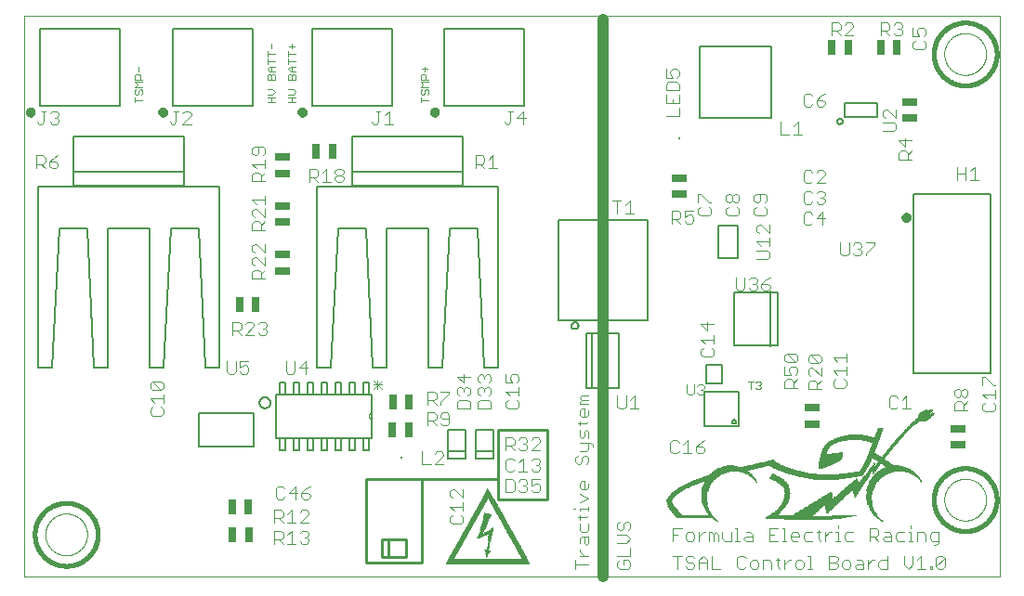
<source format=gto>
G75*
%MOIN*%
%OFA0B0*%
%FSLAX25Y25*%
%IPPOS*%
%LPD*%
%AMOC8*
5,1,8,0,0,1.08239X$1,22.5*
%
%ADD10C,0.00000*%
%ADD11C,0.00200*%
%ADD12R,0.30000X0.00100*%
%ADD13R,0.29800X0.00100*%
%ADD14R,0.29600X0.00100*%
%ADD15R,0.29500X0.00100*%
%ADD16R,0.29400X0.00100*%
%ADD17R,0.29200X0.00100*%
%ADD18R,0.29000X0.00100*%
%ADD19R,0.28800X0.00100*%
%ADD20R,0.28600X0.00100*%
%ADD21R,0.28500X0.00100*%
%ADD22R,0.28400X0.00100*%
%ADD23R,0.07900X0.00100*%
%ADD24R,0.09000X0.00100*%
%ADD25R,0.01600X0.00100*%
%ADD26R,0.02000X0.00100*%
%ADD27R,0.01800X0.00100*%
%ADD28R,0.01900X0.00100*%
%ADD29R,0.01700X0.00100*%
%ADD30R,0.00200X0.00100*%
%ADD31R,0.00100X0.00100*%
%ADD32R,0.00300X0.00100*%
%ADD33R,0.00500X0.00100*%
%ADD34R,0.00400X0.00100*%
%ADD35R,0.00600X0.00100*%
%ADD36R,0.00700X0.00100*%
%ADD37R,0.00900X0.00100*%
%ADD38R,0.01200X0.00100*%
%ADD39R,0.01100X0.00100*%
%ADD40R,0.01300X0.00100*%
%ADD41R,0.01500X0.00100*%
%ADD42R,0.01400X0.00100*%
%ADD43R,0.00800X0.00100*%
%ADD44R,0.01000X0.00100*%
%ADD45R,0.02200X0.00100*%
%ADD46R,0.02600X0.00100*%
%ADD47R,0.02700X0.00100*%
%ADD48R,0.02800X0.00100*%
%ADD49R,0.03100X0.00100*%
%ADD50R,0.04600X0.00100*%
%ADD51R,0.02900X0.00100*%
%ADD52R,0.02500X0.00100*%
%ADD53R,0.02300X0.00100*%
%ADD54R,0.02100X0.00100*%
%ADD55R,0.02400X0.00100*%
%ADD56R,0.03900X0.00100*%
%ADD57R,0.03800X0.00100*%
%ADD58R,0.03700X0.00100*%
%ADD59R,0.03600X0.00100*%
%ADD60R,0.03500X0.00100*%
%ADD61R,0.03300X0.00100*%
%ADD62R,0.03200X0.00100*%
%ADD63R,0.03000X0.00100*%
%ADD64C,0.01600*%
%ADD65C,0.01000*%
%ADD66C,0.00400*%
%ADD67C,0.04000*%
%ADD68R,0.11400X0.00100*%
%ADD69R,0.17100X0.00100*%
%ADD70R,0.21100X0.00100*%
%ADD71R,0.23800X0.00100*%
%ADD72R,0.25800X0.00100*%
%ADD73R,0.27400X0.00100*%
%ADD74R,0.13200X0.00100*%
%ADD75R,0.27800X0.00100*%
%ADD76R,0.28300X0.00100*%
%ADD77R,0.13300X0.00100*%
%ADD78R,0.13400X0.00100*%
%ADD79R,0.15700X0.00100*%
%ADD80R,0.07800X0.00100*%
%ADD81R,0.07600X0.00100*%
%ADD82R,0.04500X0.00100*%
%ADD83R,0.04100X0.00100*%
%ADD84R,0.07500X0.00100*%
%ADD85R,0.07400X0.00100*%
%ADD86R,0.07300X0.00100*%
%ADD87R,0.07200X0.00100*%
%ADD88R,0.07100X0.00100*%
%ADD89R,0.07000X0.00100*%
%ADD90R,0.06900X0.00100*%
%ADD91R,0.06800X0.00100*%
%ADD92R,0.06700X0.00100*%
%ADD93R,0.06600X0.00100*%
%ADD94R,0.06500X0.00100*%
%ADD95R,0.06400X0.00100*%
%ADD96R,0.06300X0.00100*%
%ADD97R,0.06200X0.00100*%
%ADD98R,0.06100X0.00100*%
%ADD99R,0.06000X0.00100*%
%ADD100R,0.05900X0.00100*%
%ADD101R,0.05800X0.00100*%
%ADD102R,0.05700X0.00100*%
%ADD103R,0.05600X0.00100*%
%ADD104R,0.05500X0.00100*%
%ADD105R,0.03400X0.00100*%
%ADD106R,0.05400X0.00100*%
%ADD107R,0.05300X0.00100*%
%ADD108R,0.04000X0.00100*%
%ADD109R,0.05200X0.00100*%
%ADD110R,0.05100X0.00100*%
%ADD111R,0.04300X0.00100*%
%ADD112R,0.04400X0.00100*%
%ADD113R,0.09500X0.00100*%
%ADD114R,0.09400X0.00100*%
%ADD115R,0.09300X0.00100*%
%ADD116R,0.09200X0.00100*%
%ADD117R,0.09100X0.00100*%
%ADD118R,0.08900X0.00100*%
%ADD119R,0.08800X0.00100*%
%ADD120R,0.08700X0.00100*%
%ADD121R,0.08600X0.00100*%
%ADD122R,0.08500X0.00100*%
%ADD123R,0.08400X0.00100*%
%ADD124R,0.04200X0.00100*%
%ADD125R,0.05000X0.00100*%
%ADD126R,0.04900X0.00100*%
%ADD127R,0.04700X0.00100*%
%ADD128R,0.10800X0.00100*%
%ADD129R,0.12300X0.00100*%
%ADD130R,0.13600X0.00100*%
%ADD131R,0.14900X0.00100*%
%ADD132R,0.16100X0.00100*%
%ADD133R,0.17300X0.00100*%
%ADD134R,0.18300X0.00100*%
%ADD135R,0.19400X0.00100*%
%ADD136R,0.04800X0.00100*%
%ADD137R,0.20500X0.00100*%
%ADD138R,0.21500X0.00100*%
%ADD139R,0.22500X0.00100*%
%ADD140R,0.23500X0.00100*%
%ADD141R,0.24100X0.00100*%
%ADD142R,0.24600X0.00100*%
%ADD143R,0.12100X0.00100*%
%ADD144R,0.12200X0.00100*%
%ADD145R,0.09900X0.00100*%
%ADD146R,0.09700X0.00100*%
%ADD147R,0.08200X0.00100*%
%ADD148R,0.07700X0.00100*%
%ADD149R,0.12000X0.00100*%
%ADD150R,0.11800X0.00100*%
%ADD151R,0.11100X0.00100*%
%ADD152R,0.12400X0.00100*%
%ADD153R,0.12600X0.00100*%
%ADD154R,0.10400X0.00100*%
%ADD155R,0.12800X0.00100*%
%ADD156R,0.10200X0.00100*%
%ADD157R,0.13100X0.00100*%
%ADD158R,0.13800X0.00100*%
%ADD159R,0.14100X0.00100*%
%ADD160R,0.08000X0.00100*%
%ADD161R,0.14200X0.00100*%
%ADD162R,0.11600X0.00100*%
%ADD163R,0.10900X0.00100*%
%ADD164R,0.10300X0.00100*%
%ADD165R,0.16400X0.00100*%
%ADD166R,0.16300X0.00100*%
%ADD167R,0.15900X0.00100*%
%ADD168R,0.15500X0.00100*%
%ADD169R,0.11200X0.00100*%
%ADD170R,0.09600X0.00100*%
%ADD171C,0.01969*%
%ADD172C,0.00500*%
%ADD173R,0.02559X0.05512*%
%ADD174R,0.05512X0.02559*%
%ADD175R,0.00787X0.00787*%
%ADD176C,0.00300*%
%ADD177C,0.00600*%
D10*
X0037000Y0037000D02*
X0037000Y0238201D01*
X0386921Y0238201D01*
X0386921Y0037000D01*
X0037000Y0037000D01*
X0044500Y0052000D02*
X0044502Y0052184D01*
X0044509Y0052368D01*
X0044520Y0052552D01*
X0044536Y0052735D01*
X0044556Y0052918D01*
X0044581Y0053100D01*
X0044610Y0053282D01*
X0044644Y0053463D01*
X0044682Y0053643D01*
X0044725Y0053822D01*
X0044772Y0054000D01*
X0044823Y0054177D01*
X0044879Y0054353D01*
X0044938Y0054527D01*
X0045003Y0054699D01*
X0045071Y0054870D01*
X0045143Y0055039D01*
X0045220Y0055207D01*
X0045301Y0055372D01*
X0045386Y0055535D01*
X0045474Y0055697D01*
X0045567Y0055856D01*
X0045664Y0056012D01*
X0045764Y0056167D01*
X0045868Y0056319D01*
X0045976Y0056468D01*
X0046087Y0056614D01*
X0046202Y0056758D01*
X0046321Y0056899D01*
X0046443Y0057037D01*
X0046568Y0057172D01*
X0046697Y0057303D01*
X0046828Y0057432D01*
X0046963Y0057557D01*
X0047101Y0057679D01*
X0047242Y0057798D01*
X0047386Y0057913D01*
X0047532Y0058024D01*
X0047681Y0058132D01*
X0047833Y0058236D01*
X0047988Y0058336D01*
X0048144Y0058433D01*
X0048303Y0058526D01*
X0048465Y0058614D01*
X0048628Y0058699D01*
X0048793Y0058780D01*
X0048961Y0058857D01*
X0049130Y0058929D01*
X0049301Y0058997D01*
X0049473Y0059062D01*
X0049647Y0059121D01*
X0049823Y0059177D01*
X0050000Y0059228D01*
X0050178Y0059275D01*
X0050357Y0059318D01*
X0050537Y0059356D01*
X0050718Y0059390D01*
X0050900Y0059419D01*
X0051082Y0059444D01*
X0051265Y0059464D01*
X0051448Y0059480D01*
X0051632Y0059491D01*
X0051816Y0059498D01*
X0052000Y0059500D01*
X0052184Y0059498D01*
X0052368Y0059491D01*
X0052552Y0059480D01*
X0052735Y0059464D01*
X0052918Y0059444D01*
X0053100Y0059419D01*
X0053282Y0059390D01*
X0053463Y0059356D01*
X0053643Y0059318D01*
X0053822Y0059275D01*
X0054000Y0059228D01*
X0054177Y0059177D01*
X0054353Y0059121D01*
X0054527Y0059062D01*
X0054699Y0058997D01*
X0054870Y0058929D01*
X0055039Y0058857D01*
X0055207Y0058780D01*
X0055372Y0058699D01*
X0055535Y0058614D01*
X0055697Y0058526D01*
X0055856Y0058433D01*
X0056012Y0058336D01*
X0056167Y0058236D01*
X0056319Y0058132D01*
X0056468Y0058024D01*
X0056614Y0057913D01*
X0056758Y0057798D01*
X0056899Y0057679D01*
X0057037Y0057557D01*
X0057172Y0057432D01*
X0057303Y0057303D01*
X0057432Y0057172D01*
X0057557Y0057037D01*
X0057679Y0056899D01*
X0057798Y0056758D01*
X0057913Y0056614D01*
X0058024Y0056468D01*
X0058132Y0056319D01*
X0058236Y0056167D01*
X0058336Y0056012D01*
X0058433Y0055856D01*
X0058526Y0055697D01*
X0058614Y0055535D01*
X0058699Y0055372D01*
X0058780Y0055207D01*
X0058857Y0055039D01*
X0058929Y0054870D01*
X0058997Y0054699D01*
X0059062Y0054527D01*
X0059121Y0054353D01*
X0059177Y0054177D01*
X0059228Y0054000D01*
X0059275Y0053822D01*
X0059318Y0053643D01*
X0059356Y0053463D01*
X0059390Y0053282D01*
X0059419Y0053100D01*
X0059444Y0052918D01*
X0059464Y0052735D01*
X0059480Y0052552D01*
X0059491Y0052368D01*
X0059498Y0052184D01*
X0059500Y0052000D01*
X0059498Y0051816D01*
X0059491Y0051632D01*
X0059480Y0051448D01*
X0059464Y0051265D01*
X0059444Y0051082D01*
X0059419Y0050900D01*
X0059390Y0050718D01*
X0059356Y0050537D01*
X0059318Y0050357D01*
X0059275Y0050178D01*
X0059228Y0050000D01*
X0059177Y0049823D01*
X0059121Y0049647D01*
X0059062Y0049473D01*
X0058997Y0049301D01*
X0058929Y0049130D01*
X0058857Y0048961D01*
X0058780Y0048793D01*
X0058699Y0048628D01*
X0058614Y0048465D01*
X0058526Y0048303D01*
X0058433Y0048144D01*
X0058336Y0047988D01*
X0058236Y0047833D01*
X0058132Y0047681D01*
X0058024Y0047532D01*
X0057913Y0047386D01*
X0057798Y0047242D01*
X0057679Y0047101D01*
X0057557Y0046963D01*
X0057432Y0046828D01*
X0057303Y0046697D01*
X0057172Y0046568D01*
X0057037Y0046443D01*
X0056899Y0046321D01*
X0056758Y0046202D01*
X0056614Y0046087D01*
X0056468Y0045976D01*
X0056319Y0045868D01*
X0056167Y0045764D01*
X0056012Y0045664D01*
X0055856Y0045567D01*
X0055697Y0045474D01*
X0055535Y0045386D01*
X0055372Y0045301D01*
X0055207Y0045220D01*
X0055039Y0045143D01*
X0054870Y0045071D01*
X0054699Y0045003D01*
X0054527Y0044938D01*
X0054353Y0044879D01*
X0054177Y0044823D01*
X0054000Y0044772D01*
X0053822Y0044725D01*
X0053643Y0044682D01*
X0053463Y0044644D01*
X0053282Y0044610D01*
X0053100Y0044581D01*
X0052918Y0044556D01*
X0052735Y0044536D01*
X0052552Y0044520D01*
X0052368Y0044509D01*
X0052184Y0044502D01*
X0052000Y0044500D01*
X0051816Y0044502D01*
X0051632Y0044509D01*
X0051448Y0044520D01*
X0051265Y0044536D01*
X0051082Y0044556D01*
X0050900Y0044581D01*
X0050718Y0044610D01*
X0050537Y0044644D01*
X0050357Y0044682D01*
X0050178Y0044725D01*
X0050000Y0044772D01*
X0049823Y0044823D01*
X0049647Y0044879D01*
X0049473Y0044938D01*
X0049301Y0045003D01*
X0049130Y0045071D01*
X0048961Y0045143D01*
X0048793Y0045220D01*
X0048628Y0045301D01*
X0048465Y0045386D01*
X0048303Y0045474D01*
X0048144Y0045567D01*
X0047988Y0045664D01*
X0047833Y0045764D01*
X0047681Y0045868D01*
X0047532Y0045976D01*
X0047386Y0046087D01*
X0047242Y0046202D01*
X0047101Y0046321D01*
X0046963Y0046443D01*
X0046828Y0046568D01*
X0046697Y0046697D01*
X0046568Y0046828D01*
X0046443Y0046963D01*
X0046321Y0047101D01*
X0046202Y0047242D01*
X0046087Y0047386D01*
X0045976Y0047532D01*
X0045868Y0047681D01*
X0045764Y0047833D01*
X0045664Y0047988D01*
X0045567Y0048144D01*
X0045474Y0048303D01*
X0045386Y0048465D01*
X0045301Y0048628D01*
X0045220Y0048793D01*
X0045143Y0048961D01*
X0045071Y0049130D01*
X0045003Y0049301D01*
X0044938Y0049473D01*
X0044879Y0049647D01*
X0044823Y0049823D01*
X0044772Y0050000D01*
X0044725Y0050178D01*
X0044682Y0050357D01*
X0044644Y0050537D01*
X0044610Y0050718D01*
X0044581Y0050900D01*
X0044556Y0051082D01*
X0044536Y0051265D01*
X0044520Y0051448D01*
X0044509Y0051632D01*
X0044502Y0051816D01*
X0044500Y0052000D01*
X0161700Y0093300D02*
X0161631Y0093302D01*
X0161563Y0093308D01*
X0161495Y0093318D01*
X0161428Y0093331D01*
X0161362Y0093349D01*
X0161297Y0093370D01*
X0161233Y0093395D01*
X0161171Y0093423D01*
X0161110Y0093455D01*
X0161051Y0093490D01*
X0160995Y0093529D01*
X0160940Y0093571D01*
X0160889Y0093616D01*
X0160839Y0093664D01*
X0160793Y0093714D01*
X0160750Y0093767D01*
X0160709Y0093823D01*
X0160672Y0093880D01*
X0160639Y0093940D01*
X0160608Y0094002D01*
X0160582Y0094065D01*
X0160559Y0094129D01*
X0160539Y0094195D01*
X0160524Y0094262D01*
X0160512Y0094329D01*
X0160504Y0094397D01*
X0160500Y0094466D01*
X0160500Y0094534D01*
X0160504Y0094603D01*
X0160512Y0094671D01*
X0160524Y0094738D01*
X0160539Y0094805D01*
X0160559Y0094871D01*
X0160582Y0094935D01*
X0160608Y0094998D01*
X0160639Y0095060D01*
X0160672Y0095120D01*
X0160709Y0095177D01*
X0160750Y0095233D01*
X0160793Y0095286D01*
X0160839Y0095336D01*
X0160889Y0095384D01*
X0160940Y0095429D01*
X0160995Y0095471D01*
X0161051Y0095510D01*
X0161110Y0095545D01*
X0161171Y0095577D01*
X0161233Y0095605D01*
X0161297Y0095630D01*
X0161362Y0095651D01*
X0161428Y0095669D01*
X0161495Y0095682D01*
X0161563Y0095692D01*
X0161631Y0095698D01*
X0161700Y0095700D01*
X0161631Y0095698D01*
X0161563Y0095692D01*
X0161495Y0095682D01*
X0161428Y0095669D01*
X0161362Y0095651D01*
X0161297Y0095630D01*
X0161233Y0095605D01*
X0161171Y0095577D01*
X0161110Y0095545D01*
X0161051Y0095510D01*
X0160995Y0095471D01*
X0160940Y0095429D01*
X0160889Y0095384D01*
X0160839Y0095336D01*
X0160793Y0095286D01*
X0160750Y0095233D01*
X0160709Y0095177D01*
X0160672Y0095120D01*
X0160639Y0095060D01*
X0160608Y0094998D01*
X0160582Y0094935D01*
X0160559Y0094871D01*
X0160539Y0094805D01*
X0160524Y0094738D01*
X0160512Y0094671D01*
X0160504Y0094603D01*
X0160500Y0094534D01*
X0160500Y0094466D01*
X0160504Y0094397D01*
X0160512Y0094329D01*
X0160524Y0094262D01*
X0160539Y0094195D01*
X0160559Y0094129D01*
X0160582Y0094065D01*
X0160608Y0094002D01*
X0160639Y0093940D01*
X0160672Y0093880D01*
X0160709Y0093823D01*
X0160750Y0093767D01*
X0160793Y0093714D01*
X0160839Y0093664D01*
X0160889Y0093616D01*
X0160940Y0093571D01*
X0160995Y0093529D01*
X0161051Y0093490D01*
X0161110Y0093455D01*
X0161171Y0093423D01*
X0161233Y0093395D01*
X0161297Y0093370D01*
X0161362Y0093349D01*
X0161428Y0093331D01*
X0161495Y0093318D01*
X0161563Y0093308D01*
X0161631Y0093302D01*
X0161700Y0093300D01*
X0161631Y0093302D01*
X0161563Y0093308D01*
X0161495Y0093318D01*
X0161428Y0093331D01*
X0161362Y0093349D01*
X0161297Y0093370D01*
X0161233Y0093395D01*
X0161171Y0093423D01*
X0161110Y0093455D01*
X0161051Y0093490D01*
X0160995Y0093529D01*
X0160940Y0093571D01*
X0160889Y0093616D01*
X0160839Y0093664D01*
X0160793Y0093714D01*
X0160750Y0093767D01*
X0160709Y0093823D01*
X0160672Y0093880D01*
X0160639Y0093940D01*
X0160608Y0094002D01*
X0160582Y0094065D01*
X0160559Y0094129D01*
X0160539Y0094195D01*
X0160524Y0094262D01*
X0160512Y0094329D01*
X0160504Y0094397D01*
X0160500Y0094466D01*
X0160500Y0094534D01*
X0160504Y0094603D01*
X0160512Y0094671D01*
X0160524Y0094738D01*
X0160539Y0094805D01*
X0160559Y0094871D01*
X0160582Y0094935D01*
X0160608Y0094998D01*
X0160639Y0095060D01*
X0160672Y0095120D01*
X0160709Y0095177D01*
X0160750Y0095233D01*
X0160793Y0095286D01*
X0160839Y0095336D01*
X0160889Y0095384D01*
X0160940Y0095429D01*
X0160995Y0095471D01*
X0161051Y0095510D01*
X0161110Y0095545D01*
X0161171Y0095577D01*
X0161233Y0095605D01*
X0161297Y0095630D01*
X0161362Y0095651D01*
X0161428Y0095669D01*
X0161495Y0095682D01*
X0161563Y0095692D01*
X0161631Y0095698D01*
X0161700Y0095700D01*
X0161631Y0095698D01*
X0161563Y0095692D01*
X0161495Y0095682D01*
X0161428Y0095669D01*
X0161362Y0095651D01*
X0161297Y0095630D01*
X0161233Y0095605D01*
X0161171Y0095577D01*
X0161110Y0095545D01*
X0161051Y0095510D01*
X0160995Y0095471D01*
X0160940Y0095429D01*
X0160889Y0095384D01*
X0160839Y0095336D01*
X0160793Y0095286D01*
X0160750Y0095233D01*
X0160709Y0095177D01*
X0160672Y0095120D01*
X0160639Y0095060D01*
X0160608Y0094998D01*
X0160582Y0094935D01*
X0160559Y0094871D01*
X0160539Y0094805D01*
X0160524Y0094738D01*
X0160512Y0094671D01*
X0160504Y0094603D01*
X0160500Y0094534D01*
X0160500Y0094466D01*
X0160504Y0094397D01*
X0160512Y0094329D01*
X0160524Y0094262D01*
X0160539Y0094195D01*
X0160559Y0094129D01*
X0160582Y0094065D01*
X0160608Y0094002D01*
X0160639Y0093940D01*
X0160672Y0093880D01*
X0160709Y0093823D01*
X0160750Y0093767D01*
X0160793Y0093714D01*
X0160839Y0093664D01*
X0160889Y0093616D01*
X0160940Y0093571D01*
X0160995Y0093529D01*
X0161051Y0093490D01*
X0161110Y0093455D01*
X0161171Y0093423D01*
X0161233Y0093395D01*
X0161297Y0093370D01*
X0161362Y0093349D01*
X0161428Y0093331D01*
X0161495Y0093318D01*
X0161563Y0093308D01*
X0161631Y0093302D01*
X0161700Y0093300D01*
X0161631Y0093302D01*
X0161563Y0093308D01*
X0161495Y0093318D01*
X0161428Y0093331D01*
X0161362Y0093349D01*
X0161297Y0093370D01*
X0161233Y0093395D01*
X0161171Y0093423D01*
X0161110Y0093455D01*
X0161051Y0093490D01*
X0160995Y0093529D01*
X0160940Y0093571D01*
X0160889Y0093616D01*
X0160839Y0093664D01*
X0160793Y0093714D01*
X0160750Y0093767D01*
X0160709Y0093823D01*
X0160672Y0093880D01*
X0160639Y0093940D01*
X0160608Y0094002D01*
X0160582Y0094065D01*
X0160559Y0094129D01*
X0160539Y0094195D01*
X0160524Y0094262D01*
X0160512Y0094329D01*
X0160504Y0094397D01*
X0160500Y0094466D01*
X0160500Y0094534D01*
X0160504Y0094603D01*
X0160512Y0094671D01*
X0160524Y0094738D01*
X0160539Y0094805D01*
X0160559Y0094871D01*
X0160582Y0094935D01*
X0160608Y0094998D01*
X0160639Y0095060D01*
X0160672Y0095120D01*
X0160709Y0095177D01*
X0160750Y0095233D01*
X0160793Y0095286D01*
X0160839Y0095336D01*
X0160889Y0095384D01*
X0160940Y0095429D01*
X0160995Y0095471D01*
X0161051Y0095510D01*
X0161110Y0095545D01*
X0161171Y0095577D01*
X0161233Y0095605D01*
X0161297Y0095630D01*
X0161362Y0095651D01*
X0161428Y0095669D01*
X0161495Y0095682D01*
X0161563Y0095692D01*
X0161631Y0095698D01*
X0161700Y0095700D01*
X0161631Y0095698D01*
X0161563Y0095692D01*
X0161495Y0095682D01*
X0161428Y0095669D01*
X0161362Y0095651D01*
X0161297Y0095630D01*
X0161233Y0095605D01*
X0161171Y0095577D01*
X0161110Y0095545D01*
X0161051Y0095510D01*
X0160995Y0095471D01*
X0160940Y0095429D01*
X0160889Y0095384D01*
X0160839Y0095336D01*
X0160793Y0095286D01*
X0160750Y0095233D01*
X0160709Y0095177D01*
X0160672Y0095120D01*
X0160639Y0095060D01*
X0160608Y0094998D01*
X0160582Y0094935D01*
X0160559Y0094871D01*
X0160539Y0094805D01*
X0160524Y0094738D01*
X0160512Y0094671D01*
X0160504Y0094603D01*
X0160500Y0094534D01*
X0160500Y0094466D01*
X0160504Y0094397D01*
X0160512Y0094329D01*
X0160524Y0094262D01*
X0160539Y0094195D01*
X0160559Y0094129D01*
X0160582Y0094065D01*
X0160608Y0094002D01*
X0160639Y0093940D01*
X0160672Y0093880D01*
X0160709Y0093823D01*
X0160750Y0093767D01*
X0160793Y0093714D01*
X0160839Y0093664D01*
X0160889Y0093616D01*
X0160940Y0093571D01*
X0160995Y0093529D01*
X0161051Y0093490D01*
X0161110Y0093455D01*
X0161171Y0093423D01*
X0161233Y0093395D01*
X0161297Y0093370D01*
X0161362Y0093349D01*
X0161428Y0093331D01*
X0161495Y0093318D01*
X0161563Y0093308D01*
X0161631Y0093302D01*
X0161700Y0093300D01*
X0161631Y0093302D01*
X0161563Y0093308D01*
X0161495Y0093318D01*
X0161428Y0093331D01*
X0161362Y0093349D01*
X0161297Y0093370D01*
X0161233Y0093395D01*
X0161171Y0093423D01*
X0161110Y0093455D01*
X0161051Y0093490D01*
X0160995Y0093529D01*
X0160940Y0093571D01*
X0160889Y0093616D01*
X0160839Y0093664D01*
X0160793Y0093714D01*
X0160750Y0093767D01*
X0160709Y0093823D01*
X0160672Y0093880D01*
X0160639Y0093940D01*
X0160608Y0094002D01*
X0160582Y0094065D01*
X0160559Y0094129D01*
X0160539Y0094195D01*
X0160524Y0094262D01*
X0160512Y0094329D01*
X0160504Y0094397D01*
X0160500Y0094466D01*
X0160500Y0094534D01*
X0160504Y0094603D01*
X0160512Y0094671D01*
X0160524Y0094738D01*
X0160539Y0094805D01*
X0160559Y0094871D01*
X0160582Y0094935D01*
X0160608Y0094998D01*
X0160639Y0095060D01*
X0160672Y0095120D01*
X0160709Y0095177D01*
X0160750Y0095233D01*
X0160793Y0095286D01*
X0160839Y0095336D01*
X0160889Y0095384D01*
X0160940Y0095429D01*
X0160995Y0095471D01*
X0161051Y0095510D01*
X0161110Y0095545D01*
X0161171Y0095577D01*
X0161233Y0095605D01*
X0161297Y0095630D01*
X0161362Y0095651D01*
X0161428Y0095669D01*
X0161495Y0095682D01*
X0161563Y0095692D01*
X0161631Y0095698D01*
X0161700Y0095700D01*
X0367000Y0064500D02*
X0367002Y0064684D01*
X0367009Y0064868D01*
X0367020Y0065052D01*
X0367036Y0065235D01*
X0367056Y0065418D01*
X0367081Y0065600D01*
X0367110Y0065782D01*
X0367144Y0065963D01*
X0367182Y0066143D01*
X0367225Y0066322D01*
X0367272Y0066500D01*
X0367323Y0066677D01*
X0367379Y0066853D01*
X0367438Y0067027D01*
X0367503Y0067199D01*
X0367571Y0067370D01*
X0367643Y0067539D01*
X0367720Y0067707D01*
X0367801Y0067872D01*
X0367886Y0068035D01*
X0367974Y0068197D01*
X0368067Y0068356D01*
X0368164Y0068512D01*
X0368264Y0068667D01*
X0368368Y0068819D01*
X0368476Y0068968D01*
X0368587Y0069114D01*
X0368702Y0069258D01*
X0368821Y0069399D01*
X0368943Y0069537D01*
X0369068Y0069672D01*
X0369197Y0069803D01*
X0369328Y0069932D01*
X0369463Y0070057D01*
X0369601Y0070179D01*
X0369742Y0070298D01*
X0369886Y0070413D01*
X0370032Y0070524D01*
X0370181Y0070632D01*
X0370333Y0070736D01*
X0370488Y0070836D01*
X0370644Y0070933D01*
X0370803Y0071026D01*
X0370965Y0071114D01*
X0371128Y0071199D01*
X0371293Y0071280D01*
X0371461Y0071357D01*
X0371630Y0071429D01*
X0371801Y0071497D01*
X0371973Y0071562D01*
X0372147Y0071621D01*
X0372323Y0071677D01*
X0372500Y0071728D01*
X0372678Y0071775D01*
X0372857Y0071818D01*
X0373037Y0071856D01*
X0373218Y0071890D01*
X0373400Y0071919D01*
X0373582Y0071944D01*
X0373765Y0071964D01*
X0373948Y0071980D01*
X0374132Y0071991D01*
X0374316Y0071998D01*
X0374500Y0072000D01*
X0374684Y0071998D01*
X0374868Y0071991D01*
X0375052Y0071980D01*
X0375235Y0071964D01*
X0375418Y0071944D01*
X0375600Y0071919D01*
X0375782Y0071890D01*
X0375963Y0071856D01*
X0376143Y0071818D01*
X0376322Y0071775D01*
X0376500Y0071728D01*
X0376677Y0071677D01*
X0376853Y0071621D01*
X0377027Y0071562D01*
X0377199Y0071497D01*
X0377370Y0071429D01*
X0377539Y0071357D01*
X0377707Y0071280D01*
X0377872Y0071199D01*
X0378035Y0071114D01*
X0378197Y0071026D01*
X0378356Y0070933D01*
X0378512Y0070836D01*
X0378667Y0070736D01*
X0378819Y0070632D01*
X0378968Y0070524D01*
X0379114Y0070413D01*
X0379258Y0070298D01*
X0379399Y0070179D01*
X0379537Y0070057D01*
X0379672Y0069932D01*
X0379803Y0069803D01*
X0379932Y0069672D01*
X0380057Y0069537D01*
X0380179Y0069399D01*
X0380298Y0069258D01*
X0380413Y0069114D01*
X0380524Y0068968D01*
X0380632Y0068819D01*
X0380736Y0068667D01*
X0380836Y0068512D01*
X0380933Y0068356D01*
X0381026Y0068197D01*
X0381114Y0068035D01*
X0381199Y0067872D01*
X0381280Y0067707D01*
X0381357Y0067539D01*
X0381429Y0067370D01*
X0381497Y0067199D01*
X0381562Y0067027D01*
X0381621Y0066853D01*
X0381677Y0066677D01*
X0381728Y0066500D01*
X0381775Y0066322D01*
X0381818Y0066143D01*
X0381856Y0065963D01*
X0381890Y0065782D01*
X0381919Y0065600D01*
X0381944Y0065418D01*
X0381964Y0065235D01*
X0381980Y0065052D01*
X0381991Y0064868D01*
X0381998Y0064684D01*
X0382000Y0064500D01*
X0381998Y0064316D01*
X0381991Y0064132D01*
X0381980Y0063948D01*
X0381964Y0063765D01*
X0381944Y0063582D01*
X0381919Y0063400D01*
X0381890Y0063218D01*
X0381856Y0063037D01*
X0381818Y0062857D01*
X0381775Y0062678D01*
X0381728Y0062500D01*
X0381677Y0062323D01*
X0381621Y0062147D01*
X0381562Y0061973D01*
X0381497Y0061801D01*
X0381429Y0061630D01*
X0381357Y0061461D01*
X0381280Y0061293D01*
X0381199Y0061128D01*
X0381114Y0060965D01*
X0381026Y0060803D01*
X0380933Y0060644D01*
X0380836Y0060488D01*
X0380736Y0060333D01*
X0380632Y0060181D01*
X0380524Y0060032D01*
X0380413Y0059886D01*
X0380298Y0059742D01*
X0380179Y0059601D01*
X0380057Y0059463D01*
X0379932Y0059328D01*
X0379803Y0059197D01*
X0379672Y0059068D01*
X0379537Y0058943D01*
X0379399Y0058821D01*
X0379258Y0058702D01*
X0379114Y0058587D01*
X0378968Y0058476D01*
X0378819Y0058368D01*
X0378667Y0058264D01*
X0378512Y0058164D01*
X0378356Y0058067D01*
X0378197Y0057974D01*
X0378035Y0057886D01*
X0377872Y0057801D01*
X0377707Y0057720D01*
X0377539Y0057643D01*
X0377370Y0057571D01*
X0377199Y0057503D01*
X0377027Y0057438D01*
X0376853Y0057379D01*
X0376677Y0057323D01*
X0376500Y0057272D01*
X0376322Y0057225D01*
X0376143Y0057182D01*
X0375963Y0057144D01*
X0375782Y0057110D01*
X0375600Y0057081D01*
X0375418Y0057056D01*
X0375235Y0057036D01*
X0375052Y0057020D01*
X0374868Y0057009D01*
X0374684Y0057002D01*
X0374500Y0057000D01*
X0374316Y0057002D01*
X0374132Y0057009D01*
X0373948Y0057020D01*
X0373765Y0057036D01*
X0373582Y0057056D01*
X0373400Y0057081D01*
X0373218Y0057110D01*
X0373037Y0057144D01*
X0372857Y0057182D01*
X0372678Y0057225D01*
X0372500Y0057272D01*
X0372323Y0057323D01*
X0372147Y0057379D01*
X0371973Y0057438D01*
X0371801Y0057503D01*
X0371630Y0057571D01*
X0371461Y0057643D01*
X0371293Y0057720D01*
X0371128Y0057801D01*
X0370965Y0057886D01*
X0370803Y0057974D01*
X0370644Y0058067D01*
X0370488Y0058164D01*
X0370333Y0058264D01*
X0370181Y0058368D01*
X0370032Y0058476D01*
X0369886Y0058587D01*
X0369742Y0058702D01*
X0369601Y0058821D01*
X0369463Y0058943D01*
X0369328Y0059068D01*
X0369197Y0059197D01*
X0369068Y0059328D01*
X0368943Y0059463D01*
X0368821Y0059601D01*
X0368702Y0059742D01*
X0368587Y0059886D01*
X0368476Y0060032D01*
X0368368Y0060181D01*
X0368264Y0060333D01*
X0368164Y0060488D01*
X0368067Y0060644D01*
X0367974Y0060803D01*
X0367886Y0060965D01*
X0367801Y0061128D01*
X0367720Y0061293D01*
X0367643Y0061461D01*
X0367571Y0061630D01*
X0367503Y0061801D01*
X0367438Y0061973D01*
X0367379Y0062147D01*
X0367323Y0062323D01*
X0367272Y0062500D01*
X0367225Y0062678D01*
X0367182Y0062857D01*
X0367144Y0063037D01*
X0367110Y0063218D01*
X0367081Y0063400D01*
X0367056Y0063582D01*
X0367036Y0063765D01*
X0367020Y0063948D01*
X0367009Y0064132D01*
X0367002Y0064316D01*
X0367000Y0064500D01*
X0367000Y0224500D02*
X0367002Y0224684D01*
X0367009Y0224868D01*
X0367020Y0225052D01*
X0367036Y0225235D01*
X0367056Y0225418D01*
X0367081Y0225600D01*
X0367110Y0225782D01*
X0367144Y0225963D01*
X0367182Y0226143D01*
X0367225Y0226322D01*
X0367272Y0226500D01*
X0367323Y0226677D01*
X0367379Y0226853D01*
X0367438Y0227027D01*
X0367503Y0227199D01*
X0367571Y0227370D01*
X0367643Y0227539D01*
X0367720Y0227707D01*
X0367801Y0227872D01*
X0367886Y0228035D01*
X0367974Y0228197D01*
X0368067Y0228356D01*
X0368164Y0228512D01*
X0368264Y0228667D01*
X0368368Y0228819D01*
X0368476Y0228968D01*
X0368587Y0229114D01*
X0368702Y0229258D01*
X0368821Y0229399D01*
X0368943Y0229537D01*
X0369068Y0229672D01*
X0369197Y0229803D01*
X0369328Y0229932D01*
X0369463Y0230057D01*
X0369601Y0230179D01*
X0369742Y0230298D01*
X0369886Y0230413D01*
X0370032Y0230524D01*
X0370181Y0230632D01*
X0370333Y0230736D01*
X0370488Y0230836D01*
X0370644Y0230933D01*
X0370803Y0231026D01*
X0370965Y0231114D01*
X0371128Y0231199D01*
X0371293Y0231280D01*
X0371461Y0231357D01*
X0371630Y0231429D01*
X0371801Y0231497D01*
X0371973Y0231562D01*
X0372147Y0231621D01*
X0372323Y0231677D01*
X0372500Y0231728D01*
X0372678Y0231775D01*
X0372857Y0231818D01*
X0373037Y0231856D01*
X0373218Y0231890D01*
X0373400Y0231919D01*
X0373582Y0231944D01*
X0373765Y0231964D01*
X0373948Y0231980D01*
X0374132Y0231991D01*
X0374316Y0231998D01*
X0374500Y0232000D01*
X0374684Y0231998D01*
X0374868Y0231991D01*
X0375052Y0231980D01*
X0375235Y0231964D01*
X0375418Y0231944D01*
X0375600Y0231919D01*
X0375782Y0231890D01*
X0375963Y0231856D01*
X0376143Y0231818D01*
X0376322Y0231775D01*
X0376500Y0231728D01*
X0376677Y0231677D01*
X0376853Y0231621D01*
X0377027Y0231562D01*
X0377199Y0231497D01*
X0377370Y0231429D01*
X0377539Y0231357D01*
X0377707Y0231280D01*
X0377872Y0231199D01*
X0378035Y0231114D01*
X0378197Y0231026D01*
X0378356Y0230933D01*
X0378512Y0230836D01*
X0378667Y0230736D01*
X0378819Y0230632D01*
X0378968Y0230524D01*
X0379114Y0230413D01*
X0379258Y0230298D01*
X0379399Y0230179D01*
X0379537Y0230057D01*
X0379672Y0229932D01*
X0379803Y0229803D01*
X0379932Y0229672D01*
X0380057Y0229537D01*
X0380179Y0229399D01*
X0380298Y0229258D01*
X0380413Y0229114D01*
X0380524Y0228968D01*
X0380632Y0228819D01*
X0380736Y0228667D01*
X0380836Y0228512D01*
X0380933Y0228356D01*
X0381026Y0228197D01*
X0381114Y0228035D01*
X0381199Y0227872D01*
X0381280Y0227707D01*
X0381357Y0227539D01*
X0381429Y0227370D01*
X0381497Y0227199D01*
X0381562Y0227027D01*
X0381621Y0226853D01*
X0381677Y0226677D01*
X0381728Y0226500D01*
X0381775Y0226322D01*
X0381818Y0226143D01*
X0381856Y0225963D01*
X0381890Y0225782D01*
X0381919Y0225600D01*
X0381944Y0225418D01*
X0381964Y0225235D01*
X0381980Y0225052D01*
X0381991Y0224868D01*
X0381998Y0224684D01*
X0382000Y0224500D01*
X0381998Y0224316D01*
X0381991Y0224132D01*
X0381980Y0223948D01*
X0381964Y0223765D01*
X0381944Y0223582D01*
X0381919Y0223400D01*
X0381890Y0223218D01*
X0381856Y0223037D01*
X0381818Y0222857D01*
X0381775Y0222678D01*
X0381728Y0222500D01*
X0381677Y0222323D01*
X0381621Y0222147D01*
X0381562Y0221973D01*
X0381497Y0221801D01*
X0381429Y0221630D01*
X0381357Y0221461D01*
X0381280Y0221293D01*
X0381199Y0221128D01*
X0381114Y0220965D01*
X0381026Y0220803D01*
X0380933Y0220644D01*
X0380836Y0220488D01*
X0380736Y0220333D01*
X0380632Y0220181D01*
X0380524Y0220032D01*
X0380413Y0219886D01*
X0380298Y0219742D01*
X0380179Y0219601D01*
X0380057Y0219463D01*
X0379932Y0219328D01*
X0379803Y0219197D01*
X0379672Y0219068D01*
X0379537Y0218943D01*
X0379399Y0218821D01*
X0379258Y0218702D01*
X0379114Y0218587D01*
X0378968Y0218476D01*
X0378819Y0218368D01*
X0378667Y0218264D01*
X0378512Y0218164D01*
X0378356Y0218067D01*
X0378197Y0217974D01*
X0378035Y0217886D01*
X0377872Y0217801D01*
X0377707Y0217720D01*
X0377539Y0217643D01*
X0377370Y0217571D01*
X0377199Y0217503D01*
X0377027Y0217438D01*
X0376853Y0217379D01*
X0376677Y0217323D01*
X0376500Y0217272D01*
X0376322Y0217225D01*
X0376143Y0217182D01*
X0375963Y0217144D01*
X0375782Y0217110D01*
X0375600Y0217081D01*
X0375418Y0217056D01*
X0375235Y0217036D01*
X0375052Y0217020D01*
X0374868Y0217009D01*
X0374684Y0217002D01*
X0374500Y0217000D01*
X0374316Y0217002D01*
X0374132Y0217009D01*
X0373948Y0217020D01*
X0373765Y0217036D01*
X0373582Y0217056D01*
X0373400Y0217081D01*
X0373218Y0217110D01*
X0373037Y0217144D01*
X0372857Y0217182D01*
X0372678Y0217225D01*
X0372500Y0217272D01*
X0372323Y0217323D01*
X0372147Y0217379D01*
X0371973Y0217438D01*
X0371801Y0217503D01*
X0371630Y0217571D01*
X0371461Y0217643D01*
X0371293Y0217720D01*
X0371128Y0217801D01*
X0370965Y0217886D01*
X0370803Y0217974D01*
X0370644Y0218067D01*
X0370488Y0218164D01*
X0370333Y0218264D01*
X0370181Y0218368D01*
X0370032Y0218476D01*
X0369886Y0218587D01*
X0369742Y0218702D01*
X0369601Y0218821D01*
X0369463Y0218943D01*
X0369328Y0219068D01*
X0369197Y0219197D01*
X0369068Y0219328D01*
X0368943Y0219463D01*
X0368821Y0219601D01*
X0368702Y0219742D01*
X0368587Y0219886D01*
X0368476Y0220032D01*
X0368368Y0220181D01*
X0368264Y0220333D01*
X0368164Y0220488D01*
X0368067Y0220644D01*
X0367974Y0220803D01*
X0367886Y0220965D01*
X0367801Y0221128D01*
X0367720Y0221293D01*
X0367643Y0221461D01*
X0367571Y0221630D01*
X0367503Y0221801D01*
X0367438Y0221973D01*
X0367379Y0222147D01*
X0367323Y0222323D01*
X0367272Y0222500D01*
X0367225Y0222678D01*
X0367182Y0222857D01*
X0367144Y0223037D01*
X0367110Y0223218D01*
X0367081Y0223400D01*
X0367056Y0223582D01*
X0367036Y0223765D01*
X0367020Y0223948D01*
X0367009Y0224132D01*
X0367002Y0224316D01*
X0367000Y0224500D01*
D11*
X0181900Y0215387D02*
X0179098Y0215387D01*
X0179098Y0216788D01*
X0179565Y0217255D01*
X0180499Y0217255D01*
X0180966Y0216788D01*
X0180966Y0215387D01*
X0181900Y0214493D02*
X0179098Y0214493D01*
X0180032Y0213559D01*
X0179098Y0212625D01*
X0181900Y0212625D01*
X0181433Y0211731D02*
X0181900Y0211264D01*
X0181900Y0210329D01*
X0181433Y0209862D01*
X0180499Y0210329D02*
X0180499Y0211264D01*
X0180966Y0211731D01*
X0181433Y0211731D01*
X0180499Y0210329D02*
X0180032Y0209862D01*
X0179565Y0209862D01*
X0179098Y0210329D01*
X0179098Y0211264D01*
X0179565Y0211731D01*
X0179098Y0208968D02*
X0179098Y0207100D01*
X0179098Y0208034D02*
X0181900Y0208034D01*
X0180499Y0218149D02*
X0180499Y0220018D01*
X0179565Y0219084D02*
X0181433Y0219084D01*
X0134400Y0220018D02*
X0132532Y0220018D01*
X0131598Y0219084D01*
X0132532Y0218149D01*
X0134400Y0218149D01*
X0133933Y0217255D02*
X0134400Y0216788D01*
X0134400Y0215387D01*
X0131598Y0215387D01*
X0131598Y0216788D01*
X0132065Y0217255D01*
X0132532Y0217255D01*
X0132999Y0216788D01*
X0132999Y0215387D01*
X0132999Y0216788D02*
X0133466Y0217255D01*
X0133933Y0217255D01*
X0132999Y0218149D02*
X0132999Y0220018D01*
X0131598Y0220912D02*
X0131598Y0222780D01*
X0131598Y0223674D02*
X0131598Y0225542D01*
X0131598Y0224608D02*
X0134400Y0224608D01*
X0132999Y0226436D02*
X0132999Y0228305D01*
X0132065Y0227371D02*
X0133933Y0227371D01*
X0126900Y0224608D02*
X0124098Y0224608D01*
X0124098Y0223674D02*
X0124098Y0225542D01*
X0125499Y0226436D02*
X0125499Y0228305D01*
X0124098Y0222780D02*
X0124098Y0220912D01*
X0124098Y0221846D02*
X0126900Y0221846D01*
X0126900Y0220018D02*
X0125032Y0220018D01*
X0124098Y0219084D01*
X0125032Y0218149D01*
X0126900Y0218149D01*
X0126433Y0217255D02*
X0126900Y0216788D01*
X0126900Y0215387D01*
X0124098Y0215387D01*
X0124098Y0216788D01*
X0124565Y0217255D01*
X0125032Y0217255D01*
X0125499Y0216788D01*
X0125499Y0215387D01*
X0125499Y0216788D02*
X0125966Y0217255D01*
X0126433Y0217255D01*
X0125499Y0218149D02*
X0125499Y0220018D01*
X0131598Y0221846D02*
X0134400Y0221846D01*
X0133466Y0211731D02*
X0131598Y0211731D01*
X0133466Y0211731D02*
X0134400Y0210796D01*
X0133466Y0209862D01*
X0131598Y0209862D01*
X0131598Y0208968D02*
X0134400Y0208968D01*
X0132999Y0208968D02*
X0132999Y0207100D01*
X0134400Y0207100D02*
X0131598Y0207100D01*
X0126900Y0207100D02*
X0124098Y0207100D01*
X0125499Y0207100D02*
X0125499Y0208968D01*
X0125966Y0209862D02*
X0126900Y0210796D01*
X0125966Y0211731D01*
X0124098Y0211731D01*
X0124098Y0209862D02*
X0125966Y0209862D01*
X0126900Y0208968D02*
X0124098Y0208968D01*
X0079400Y0208034D02*
X0076598Y0208034D01*
X0076598Y0207100D02*
X0076598Y0208968D01*
X0077065Y0209862D02*
X0077532Y0209862D01*
X0077999Y0210329D01*
X0077999Y0211264D01*
X0078466Y0211731D01*
X0078933Y0211731D01*
X0079400Y0211264D01*
X0079400Y0210329D01*
X0078933Y0209862D01*
X0077065Y0209862D02*
X0076598Y0210329D01*
X0076598Y0211264D01*
X0077065Y0211731D01*
X0076598Y0212625D02*
X0077532Y0213559D01*
X0076598Y0214493D01*
X0079400Y0214493D01*
X0079400Y0215387D02*
X0076598Y0215387D01*
X0076598Y0216788D01*
X0077065Y0217255D01*
X0077999Y0217255D01*
X0078466Y0216788D01*
X0078466Y0215387D01*
X0077999Y0218149D02*
X0077999Y0220018D01*
X0079400Y0212625D02*
X0076598Y0212625D01*
X0296575Y0106902D02*
X0298444Y0106902D01*
X0297509Y0106902D02*
X0297509Y0104100D01*
X0299338Y0104567D02*
X0299805Y0104100D01*
X0300739Y0104100D01*
X0301206Y0104567D01*
X0301206Y0105034D01*
X0300739Y0105501D01*
X0300272Y0105501D01*
X0300739Y0105501D02*
X0301206Y0105968D01*
X0301206Y0106435D01*
X0300739Y0106902D01*
X0299805Y0106902D01*
X0299338Y0106435D01*
D12*
X0203250Y0041400D03*
X0203250Y0041300D03*
X0203250Y0041200D03*
D13*
X0203250Y0041500D03*
X0203250Y0041600D03*
X0318750Y0058300D03*
D14*
X0203250Y0041700D03*
D15*
X0203300Y0041800D03*
D16*
X0203250Y0041900D03*
X0318350Y0058200D03*
D17*
X0203250Y0042100D03*
X0203250Y0042000D03*
D18*
X0203250Y0042200D03*
X0203250Y0042300D03*
X0318050Y0058100D03*
D19*
X0203250Y0042500D03*
X0203250Y0042400D03*
D20*
X0203250Y0042600D03*
X0317650Y0058000D03*
D21*
X0203300Y0042700D03*
D22*
X0203250Y0042800D03*
D23*
X0193100Y0042900D03*
X0314900Y0073700D03*
X0326300Y0079100D03*
X0326400Y0079200D03*
X0326400Y0079300D03*
X0326500Y0079700D03*
X0326500Y0079800D03*
X0326500Y0079900D03*
X0326500Y0080000D03*
X0334100Y0073500D03*
X0330500Y0058400D03*
D24*
X0325150Y0063600D03*
X0324850Y0063400D03*
X0324750Y0063300D03*
X0303350Y0077000D03*
X0209650Y0042900D03*
D25*
X0214950Y0045800D03*
X0214850Y0046000D03*
X0214750Y0046200D03*
X0214350Y0046900D03*
X0214250Y0047100D03*
X0213850Y0047800D03*
X0213750Y0048000D03*
X0215150Y0045500D03*
X0215250Y0045300D03*
X0215350Y0045100D03*
X0215450Y0044900D03*
X0215650Y0044600D03*
X0215750Y0044400D03*
X0215850Y0044200D03*
X0215950Y0044000D03*
X0216150Y0043700D03*
X0216250Y0043500D03*
X0216350Y0043300D03*
X0216450Y0043100D03*
X0216550Y0043000D03*
X0216550Y0042900D03*
X0204150Y0053000D03*
X0201450Y0053700D03*
X0201450Y0053800D03*
X0201350Y0053600D03*
X0201250Y0053200D03*
X0201150Y0053100D03*
X0201150Y0052800D03*
X0201550Y0054100D03*
X0202850Y0059100D03*
X0281150Y0062700D03*
X0281150Y0062800D03*
X0281250Y0062500D03*
X0281250Y0062400D03*
X0281250Y0062300D03*
X0281350Y0062100D03*
X0281350Y0062000D03*
X0281450Y0061800D03*
X0296950Y0073500D03*
X0325850Y0066200D03*
X0325450Y0060500D03*
X0335250Y0066600D03*
X0335250Y0070900D03*
X0339150Y0072700D03*
X0339250Y0072900D03*
X0339350Y0073000D03*
X0339450Y0073100D03*
X0339450Y0073200D03*
X0339550Y0073300D03*
X0339650Y0073400D03*
X0339750Y0073600D03*
X0339850Y0073700D03*
X0340050Y0074000D03*
X0356050Y0073500D03*
X0340350Y0062700D03*
X0340350Y0062600D03*
X0340450Y0062400D03*
X0340450Y0062300D03*
X0340450Y0062200D03*
X0340550Y0062000D03*
X0340650Y0061700D03*
X0355150Y0090800D03*
X0355250Y0090900D03*
X0355350Y0091000D03*
X0355450Y0091100D03*
D26*
X0356450Y0091900D03*
X0356550Y0092000D03*
X0356850Y0092200D03*
X0344050Y0089700D03*
X0343950Y0089400D03*
X0343850Y0089100D03*
X0343750Y0088800D03*
X0343650Y0088500D03*
X0343550Y0088200D03*
X0343350Y0087700D03*
X0343250Y0087400D03*
X0343150Y0087100D03*
X0343050Y0086800D03*
X0342250Y0084600D03*
X0342050Y0084100D03*
X0341950Y0083800D03*
X0341750Y0083300D03*
X0341650Y0083000D03*
X0341550Y0082800D03*
X0341450Y0082500D03*
X0341250Y0082000D03*
X0341150Y0081700D03*
X0341050Y0081500D03*
X0340950Y0081200D03*
X0340950Y0081100D03*
X0340150Y0079300D03*
X0340150Y0079200D03*
X0340050Y0079000D03*
X0339950Y0078800D03*
X0339850Y0078600D03*
X0339850Y0078500D03*
X0339750Y0078300D03*
X0339650Y0078100D03*
X0339550Y0077900D03*
X0339450Y0077700D03*
X0339350Y0077500D03*
X0339350Y0077400D03*
X0339250Y0077300D03*
X0339250Y0077200D03*
X0339150Y0077100D03*
X0339150Y0077000D03*
X0339050Y0076900D03*
X0339050Y0076800D03*
X0338950Y0076700D03*
X0338950Y0076600D03*
X0338850Y0076500D03*
X0338850Y0076400D03*
X0338750Y0076300D03*
X0338650Y0076100D03*
X0338550Y0076000D03*
X0338550Y0075900D03*
X0338450Y0075800D03*
X0338350Y0075600D03*
X0338250Y0075400D03*
X0338150Y0075300D03*
X0337550Y0070400D03*
X0337450Y0070300D03*
X0335350Y0067000D03*
X0340050Y0065700D03*
X0340050Y0065600D03*
X0340050Y0065500D03*
X0340050Y0065400D03*
X0340050Y0065300D03*
X0340050Y0065200D03*
X0340050Y0065100D03*
X0325650Y0066000D03*
X0325550Y0060700D03*
X0310250Y0063900D03*
X0309950Y0063200D03*
X0309850Y0063100D03*
X0309850Y0063000D03*
X0309750Y0062900D03*
X0309650Y0062700D03*
X0309550Y0062600D03*
X0309550Y0062500D03*
X0309450Y0062400D03*
X0309350Y0062200D03*
X0309250Y0062100D03*
X0310750Y0066400D03*
X0310750Y0066500D03*
X0310750Y0066600D03*
X0310750Y0066700D03*
X0310650Y0067500D03*
X0310650Y0067600D03*
X0310650Y0067700D03*
X0310650Y0067800D03*
X0310550Y0067900D03*
X0310550Y0068000D03*
X0310550Y0068100D03*
X0305950Y0072900D03*
X0305150Y0078200D03*
X0323950Y0081400D03*
X0324050Y0081700D03*
X0324150Y0081900D03*
X0324250Y0082100D03*
X0324250Y0082200D03*
X0324350Y0082300D03*
X0324350Y0082400D03*
X0324450Y0082500D03*
X0324450Y0082600D03*
X0324550Y0082700D03*
X0324650Y0082900D03*
X0324750Y0083000D03*
X0280850Y0065800D03*
X0280850Y0065700D03*
X0280850Y0065600D03*
X0280850Y0065500D03*
X0280850Y0065400D03*
X0280850Y0065300D03*
X0280850Y0065200D03*
X0280850Y0065100D03*
X0280850Y0065000D03*
X0280850Y0064900D03*
X0280850Y0064800D03*
X0280850Y0064700D03*
X0268950Y0065100D03*
X0268850Y0065000D03*
X0268750Y0064900D03*
X0268750Y0064800D03*
X0268650Y0064700D03*
X0268450Y0063300D03*
X0268450Y0063200D03*
X0268450Y0063100D03*
X0204750Y0064100D03*
X0204650Y0064300D03*
X0202250Y0064500D03*
X0201750Y0063600D03*
X0201350Y0062900D03*
X0200850Y0062000D03*
X0200450Y0061300D03*
X0200050Y0060600D03*
X0199950Y0060400D03*
X0199550Y0059700D03*
X0199150Y0059000D03*
X0199050Y0058800D03*
X0198650Y0058100D03*
X0198250Y0057400D03*
X0198150Y0057200D03*
X0197750Y0056500D03*
X0197350Y0055800D03*
X0197250Y0055600D03*
X0196850Y0054900D03*
X0196450Y0054200D03*
X0195950Y0053300D03*
X0195550Y0052600D03*
X0195050Y0051700D03*
X0194650Y0051000D03*
X0194150Y0050100D03*
X0193750Y0049400D03*
X0193350Y0048700D03*
X0193250Y0048500D03*
X0192850Y0047800D03*
X0192450Y0047100D03*
X0192350Y0046900D03*
X0191950Y0046200D03*
X0191550Y0045500D03*
X0191450Y0045300D03*
X0191050Y0044600D03*
X0190650Y0043900D03*
X0190150Y0043000D03*
X0201050Y0051400D03*
X0204050Y0052800D03*
X0202150Y0055800D03*
X0202150Y0055900D03*
X0202250Y0056200D03*
X0202350Y0056400D03*
X0202450Y0056700D03*
X0203350Y0066500D03*
D27*
X0203350Y0066700D03*
X0204450Y0064700D03*
X0204550Y0064500D03*
X0204650Y0064400D03*
X0204750Y0064200D03*
X0204850Y0064000D03*
X0204950Y0063800D03*
X0205050Y0063700D03*
X0205050Y0063600D03*
X0205150Y0063500D03*
X0205250Y0063300D03*
X0205350Y0063100D03*
X0205450Y0062900D03*
X0205550Y0062800D03*
X0205550Y0062700D03*
X0205650Y0062600D03*
X0205750Y0062400D03*
X0205850Y0062200D03*
X0205950Y0062000D03*
X0206050Y0061900D03*
X0206150Y0061700D03*
X0206150Y0061600D03*
X0206250Y0061500D03*
X0206350Y0061300D03*
X0206450Y0061200D03*
X0206450Y0061100D03*
X0206550Y0061000D03*
X0206650Y0060800D03*
X0206650Y0060700D03*
X0206750Y0060600D03*
X0206750Y0060500D03*
X0206850Y0060400D03*
X0206950Y0060300D03*
X0207050Y0060100D03*
X0207150Y0059900D03*
X0207150Y0059800D03*
X0207250Y0059700D03*
X0207250Y0059600D03*
X0207350Y0059500D03*
X0207450Y0059400D03*
X0207550Y0059200D03*
X0207550Y0059100D03*
X0207650Y0059000D03*
X0207650Y0058900D03*
X0207750Y0058800D03*
X0207850Y0058600D03*
X0208050Y0058300D03*
X0208050Y0058200D03*
X0208150Y0058100D03*
X0208150Y0058000D03*
X0208250Y0057900D03*
X0208550Y0057400D03*
X0208550Y0057300D03*
X0208650Y0057200D03*
X0208650Y0057100D03*
X0208750Y0057000D03*
X0208950Y0056600D03*
X0209050Y0056500D03*
X0209050Y0056400D03*
X0209150Y0056300D03*
X0209250Y0056100D03*
X0209450Y0055700D03*
X0209550Y0055500D03*
X0209650Y0055400D03*
X0209850Y0055000D03*
X0209950Y0054800D03*
X0210150Y0054500D03*
X0210350Y0054100D03*
X0210450Y0053900D03*
X0210650Y0053600D03*
X0210850Y0053200D03*
X0210950Y0053000D03*
X0211050Y0052700D03*
X0211250Y0052500D03*
X0211350Y0052300D03*
X0211550Y0051800D03*
X0211750Y0051600D03*
X0211850Y0051400D03*
X0211950Y0051100D03*
X0212050Y0050900D03*
X0212350Y0050500D03*
X0212450Y0050200D03*
X0212950Y0049300D03*
X0213350Y0048600D03*
X0213850Y0047700D03*
X0214350Y0046800D03*
X0214750Y0046100D03*
X0215250Y0045200D03*
X0215750Y0044300D03*
X0216150Y0043600D03*
X0203250Y0045800D03*
X0203150Y0045500D03*
X0194450Y0050700D03*
X0194550Y0050900D03*
X0194650Y0051100D03*
X0194950Y0051600D03*
X0195050Y0051800D03*
X0195150Y0052000D03*
X0195350Y0052300D03*
X0195450Y0052500D03*
X0195550Y0052700D03*
X0195850Y0053200D03*
X0195950Y0053400D03*
X0196050Y0053600D03*
X0196250Y0053900D03*
X0196350Y0054100D03*
X0196450Y0054300D03*
X0196750Y0054800D03*
X0196850Y0055000D03*
X0196950Y0055200D03*
X0197250Y0055700D03*
X0197350Y0055900D03*
X0197650Y0056400D03*
X0197750Y0056600D03*
X0198150Y0057300D03*
X0198250Y0057500D03*
X0198550Y0058000D03*
X0198650Y0058200D03*
X0199050Y0058900D03*
X0199150Y0059100D03*
X0199450Y0059600D03*
X0199550Y0059800D03*
X0199950Y0060500D03*
X0200050Y0060700D03*
X0200350Y0061200D03*
X0200450Y0061400D03*
X0200850Y0062100D03*
X0200950Y0062300D03*
X0201250Y0062800D03*
X0201350Y0063000D03*
X0201750Y0063700D03*
X0201850Y0063900D03*
X0202150Y0064400D03*
X0202250Y0064600D03*
X0201950Y0055300D03*
X0201950Y0055200D03*
X0201350Y0053500D03*
X0194250Y0050400D03*
X0194150Y0050200D03*
X0194050Y0050000D03*
X0193750Y0049500D03*
X0193650Y0049300D03*
X0193550Y0049100D03*
X0193350Y0048800D03*
X0193250Y0048600D03*
X0193150Y0048400D03*
X0192850Y0047900D03*
X0192750Y0047700D03*
X0192650Y0047500D03*
X0192450Y0047200D03*
X0192350Y0047000D03*
X0192250Y0046800D03*
X0191950Y0046300D03*
X0191850Y0046100D03*
X0191750Y0045900D03*
X0191550Y0045600D03*
X0191450Y0045400D03*
X0191350Y0045200D03*
X0191050Y0044700D03*
X0190950Y0044500D03*
X0190850Y0044300D03*
X0190650Y0044000D03*
X0190550Y0043800D03*
X0190450Y0043600D03*
X0190350Y0043400D03*
X0190150Y0043100D03*
X0268450Y0064200D03*
X0280950Y0064000D03*
X0280950Y0063900D03*
X0280950Y0063800D03*
X0280950Y0063700D03*
X0280950Y0063600D03*
X0281050Y0063200D03*
X0310450Y0064500D03*
X0310650Y0065400D03*
X0325750Y0066100D03*
X0325450Y0060600D03*
X0340150Y0063500D03*
X0340150Y0063600D03*
X0340150Y0063700D03*
X0340150Y0063800D03*
X0340050Y0064100D03*
X0340050Y0064200D03*
X0340050Y0064300D03*
X0340050Y0064400D03*
X0337950Y0071000D03*
X0338050Y0071100D03*
X0338150Y0071300D03*
X0338250Y0071400D03*
X0338350Y0071500D03*
X0338350Y0071600D03*
X0338450Y0071700D03*
X0338650Y0072000D03*
X0335250Y0070800D03*
X0322950Y0075800D03*
X0355750Y0073700D03*
X0355850Y0091400D03*
X0355950Y0091500D03*
X0356050Y0091600D03*
D28*
X0356200Y0091700D03*
X0356300Y0091800D03*
X0344100Y0089800D03*
X0344000Y0089600D03*
X0344000Y0089500D03*
X0343900Y0089300D03*
X0343900Y0089200D03*
X0343800Y0089000D03*
X0343800Y0088900D03*
X0343700Y0088700D03*
X0343700Y0088600D03*
X0343600Y0088400D03*
X0343600Y0088300D03*
X0343500Y0088100D03*
X0343500Y0088000D03*
X0343400Y0087900D03*
X0343400Y0087800D03*
X0343300Y0087600D03*
X0343300Y0087500D03*
X0343200Y0087300D03*
X0343200Y0087200D03*
X0343100Y0087000D03*
X0343100Y0086900D03*
X0343000Y0086700D03*
X0343000Y0086600D03*
X0342900Y0086500D03*
X0342300Y0084700D03*
X0342200Y0084500D03*
X0342200Y0084400D03*
X0342100Y0084300D03*
X0342100Y0084200D03*
X0342000Y0084000D03*
X0342000Y0083900D03*
X0341900Y0083700D03*
X0341900Y0083600D03*
X0341800Y0083500D03*
X0341800Y0083400D03*
X0341700Y0083200D03*
X0341700Y0083100D03*
X0341600Y0082900D03*
X0341500Y0082700D03*
X0341500Y0082600D03*
X0341400Y0082400D03*
X0341400Y0082300D03*
X0341300Y0082200D03*
X0341300Y0082100D03*
X0341200Y0081900D03*
X0341200Y0081800D03*
X0341100Y0081600D03*
X0341000Y0081400D03*
X0341000Y0081300D03*
X0340100Y0079100D03*
X0340000Y0078900D03*
X0339900Y0078700D03*
X0339800Y0078400D03*
X0339700Y0078200D03*
X0339600Y0078000D03*
X0339500Y0077800D03*
X0339400Y0077600D03*
X0338700Y0076200D03*
X0338100Y0071200D03*
X0337900Y0070900D03*
X0337800Y0070800D03*
X0337700Y0070700D03*
X0337700Y0070600D03*
X0337600Y0070500D03*
X0335200Y0070700D03*
X0335300Y0066900D03*
X0335300Y0066800D03*
X0340000Y0065000D03*
X0340000Y0064900D03*
X0340000Y0064800D03*
X0340000Y0064700D03*
X0340000Y0064600D03*
X0340000Y0064500D03*
X0340100Y0064000D03*
X0340100Y0063900D03*
X0355600Y0073800D03*
X0324200Y0082000D03*
X0324100Y0081800D03*
X0324000Y0081600D03*
X0324000Y0081500D03*
X0323900Y0081300D03*
X0323900Y0081200D03*
X0323800Y0081100D03*
X0323800Y0081000D03*
X0323800Y0080900D03*
X0323800Y0080800D03*
X0323700Y0080700D03*
X0323700Y0080600D03*
X0310700Y0067400D03*
X0310700Y0067300D03*
X0310700Y0067200D03*
X0310700Y0067100D03*
X0310700Y0067000D03*
X0310700Y0066900D03*
X0310700Y0066800D03*
X0310700Y0066300D03*
X0310700Y0066200D03*
X0310700Y0066100D03*
X0310700Y0066000D03*
X0310700Y0065900D03*
X0310700Y0065800D03*
X0310700Y0065700D03*
X0310700Y0065600D03*
X0310700Y0065500D03*
X0310600Y0065300D03*
X0310600Y0065200D03*
X0310600Y0065100D03*
X0310600Y0065000D03*
X0310600Y0064900D03*
X0310500Y0064800D03*
X0310500Y0064700D03*
X0310500Y0064600D03*
X0310400Y0064400D03*
X0310400Y0064300D03*
X0310400Y0064200D03*
X0310300Y0064100D03*
X0310300Y0064000D03*
X0310200Y0063800D03*
X0310200Y0063700D03*
X0310100Y0063600D03*
X0310100Y0063500D03*
X0310000Y0063400D03*
X0310000Y0063300D03*
X0309700Y0062800D03*
X0296600Y0073700D03*
X0296400Y0073800D03*
X0280900Y0064600D03*
X0280900Y0064500D03*
X0280900Y0064400D03*
X0280900Y0064300D03*
X0280900Y0064200D03*
X0280900Y0064100D03*
X0268600Y0064500D03*
X0268600Y0064600D03*
X0268500Y0064400D03*
X0268500Y0064300D03*
X0268400Y0064100D03*
X0268400Y0064000D03*
X0268400Y0063900D03*
X0268400Y0063800D03*
X0268400Y0063700D03*
X0268400Y0063600D03*
X0268400Y0063500D03*
X0268400Y0063400D03*
X0210700Y0053400D03*
X0210200Y0054300D03*
X0209700Y0055200D03*
X0209300Y0055900D03*
X0208800Y0056800D03*
X0208400Y0057500D03*
X0208300Y0057700D03*
X0207900Y0058400D03*
X0207400Y0059300D03*
X0207000Y0060000D03*
X0206900Y0060200D03*
X0206500Y0060900D03*
X0206300Y0061400D03*
X0206000Y0061800D03*
X0205900Y0062100D03*
X0205800Y0062300D03*
X0205600Y0062500D03*
X0205400Y0063000D03*
X0205300Y0063200D03*
X0205100Y0063400D03*
X0204900Y0063900D03*
X0204500Y0064600D03*
X0202300Y0064700D03*
X0202100Y0064300D03*
X0202000Y0064200D03*
X0202000Y0064100D03*
X0201900Y0064000D03*
X0201800Y0063800D03*
X0201600Y0063500D03*
X0201600Y0063400D03*
X0201500Y0063300D03*
X0201500Y0063200D03*
X0201400Y0063100D03*
X0201200Y0062700D03*
X0201100Y0062600D03*
X0201100Y0062500D03*
X0201000Y0062400D03*
X0200900Y0062200D03*
X0200700Y0061900D03*
X0200700Y0061800D03*
X0200600Y0061700D03*
X0200600Y0061600D03*
X0200500Y0061500D03*
X0200300Y0061100D03*
X0200200Y0061000D03*
X0200200Y0060900D03*
X0200100Y0060800D03*
X0199800Y0060300D03*
X0199800Y0060200D03*
X0199700Y0060100D03*
X0199700Y0060000D03*
X0199600Y0059900D03*
X0199400Y0059500D03*
X0199300Y0059400D03*
X0199300Y0059300D03*
X0199200Y0059200D03*
X0198900Y0058700D03*
X0198900Y0058600D03*
X0198800Y0058500D03*
X0198800Y0058400D03*
X0198700Y0058300D03*
X0198500Y0057900D03*
X0198400Y0057800D03*
X0198400Y0057700D03*
X0198300Y0057600D03*
X0198000Y0057100D03*
X0198000Y0057000D03*
X0197900Y0056900D03*
X0197900Y0056800D03*
X0197800Y0056700D03*
X0197600Y0056300D03*
X0197500Y0056200D03*
X0197500Y0056100D03*
X0197400Y0056000D03*
X0197100Y0055500D03*
X0197100Y0055400D03*
X0197000Y0055300D03*
X0196900Y0055100D03*
X0196700Y0054700D03*
X0196600Y0054600D03*
X0196600Y0054500D03*
X0196500Y0054400D03*
X0196300Y0054000D03*
X0196200Y0053800D03*
X0196100Y0053700D03*
X0196000Y0053500D03*
X0195800Y0053100D03*
X0195700Y0053000D03*
X0195700Y0052900D03*
X0195600Y0052800D03*
X0195400Y0052400D03*
X0195300Y0052200D03*
X0195200Y0052100D03*
X0195100Y0051900D03*
X0194900Y0051500D03*
X0194800Y0051400D03*
X0194800Y0051300D03*
X0194700Y0051200D03*
X0194500Y0050800D03*
X0194400Y0050600D03*
X0194300Y0050500D03*
X0194200Y0050300D03*
X0194000Y0049900D03*
X0193900Y0049800D03*
X0193900Y0049700D03*
X0193800Y0049600D03*
X0193600Y0049200D03*
X0193500Y0049000D03*
X0193400Y0048900D03*
X0193100Y0048300D03*
X0193000Y0048200D03*
X0193000Y0048100D03*
X0192900Y0048000D03*
X0192700Y0047600D03*
X0192600Y0047400D03*
X0192500Y0047300D03*
X0192200Y0046700D03*
X0192100Y0046600D03*
X0192100Y0046500D03*
X0192000Y0046400D03*
X0191800Y0046000D03*
X0191700Y0045800D03*
X0191600Y0045700D03*
X0191300Y0045100D03*
X0191200Y0045000D03*
X0191200Y0044900D03*
X0191100Y0044800D03*
X0190900Y0044400D03*
X0190800Y0044200D03*
X0190700Y0044100D03*
X0190500Y0043700D03*
X0190400Y0043500D03*
X0190300Y0043300D03*
X0190200Y0043200D03*
X0200900Y0051300D03*
X0201600Y0054200D03*
X0201700Y0054600D03*
X0201800Y0054700D03*
X0201900Y0054900D03*
X0201800Y0055000D03*
X0201900Y0055100D03*
X0202000Y0055500D03*
X0202100Y0055600D03*
X0202100Y0055700D03*
X0202200Y0056000D03*
X0203400Y0066600D03*
D29*
X0203400Y0066800D03*
X0207800Y0058700D03*
X0207900Y0058500D03*
X0208300Y0057800D03*
X0208400Y0057600D03*
X0208800Y0056900D03*
X0208900Y0056700D03*
X0209200Y0056200D03*
X0209300Y0056000D03*
X0209400Y0055800D03*
X0209500Y0055600D03*
X0209700Y0055300D03*
X0209800Y0055100D03*
X0209900Y0054900D03*
X0210000Y0054700D03*
X0210100Y0054600D03*
X0210200Y0054400D03*
X0210300Y0054200D03*
X0210400Y0054000D03*
X0210500Y0053800D03*
X0210600Y0053700D03*
X0210700Y0053500D03*
X0210800Y0053300D03*
X0210900Y0053100D03*
X0211000Y0052900D03*
X0211100Y0052800D03*
X0211200Y0052600D03*
X0211300Y0052400D03*
X0211400Y0052200D03*
X0211500Y0052100D03*
X0211500Y0052000D03*
X0211600Y0051900D03*
X0211700Y0051700D03*
X0211800Y0051500D03*
X0211900Y0051300D03*
X0212000Y0051200D03*
X0212100Y0051000D03*
X0212200Y0050800D03*
X0212200Y0050700D03*
X0212300Y0050600D03*
X0212400Y0050400D03*
X0212500Y0050300D03*
X0212600Y0050100D03*
X0212600Y0050000D03*
X0212700Y0049900D03*
X0212700Y0049800D03*
X0212800Y0049700D03*
X0212900Y0049600D03*
X0212900Y0049500D03*
X0213000Y0049400D03*
X0213100Y0049200D03*
X0213100Y0049100D03*
X0213200Y0049000D03*
X0213200Y0048900D03*
X0213300Y0048800D03*
X0213400Y0048700D03*
X0213500Y0048500D03*
X0213500Y0048400D03*
X0213600Y0048300D03*
X0213600Y0048200D03*
X0213700Y0048100D03*
X0213800Y0047900D03*
X0214000Y0047600D03*
X0214000Y0047500D03*
X0214100Y0047400D03*
X0214100Y0047300D03*
X0214200Y0047200D03*
X0214300Y0047000D03*
X0214500Y0046700D03*
X0214500Y0046600D03*
X0214600Y0046500D03*
X0214600Y0046400D03*
X0214700Y0046300D03*
X0214900Y0045900D03*
X0215000Y0045700D03*
X0215100Y0045600D03*
X0215200Y0045400D03*
X0215400Y0045000D03*
X0215500Y0044800D03*
X0215600Y0044700D03*
X0215700Y0044500D03*
X0215900Y0044100D03*
X0216000Y0043900D03*
X0216100Y0043800D03*
X0216300Y0043400D03*
X0216400Y0043200D03*
X0203200Y0045700D03*
X0203100Y0045600D03*
X0200700Y0051200D03*
X0201500Y0053900D03*
X0201500Y0054000D03*
X0201600Y0054300D03*
X0201700Y0054400D03*
X0201700Y0054500D03*
X0201800Y0054800D03*
X0204100Y0052900D03*
X0281000Y0063300D03*
X0281000Y0063400D03*
X0281000Y0063500D03*
X0281100Y0063100D03*
X0281100Y0063000D03*
X0281100Y0062900D03*
X0281200Y0062600D03*
X0296800Y0073600D03*
X0305900Y0073000D03*
X0335300Y0066700D03*
X0340200Y0063400D03*
X0340200Y0063300D03*
X0340200Y0063200D03*
X0340200Y0063100D03*
X0340300Y0063000D03*
X0340300Y0062900D03*
X0340300Y0062800D03*
X0340400Y0062500D03*
X0338500Y0071800D03*
X0338600Y0071900D03*
X0338700Y0072100D03*
X0338800Y0072200D03*
X0338900Y0072300D03*
X0338900Y0072400D03*
X0339000Y0072500D03*
X0339100Y0072600D03*
X0339200Y0072800D03*
X0355900Y0073600D03*
X0335300Y0087600D03*
X0355600Y0091200D03*
X0355700Y0091300D03*
D30*
X0341950Y0077400D03*
X0341450Y0073600D03*
X0330350Y0081200D03*
X0326450Y0067000D03*
X0325050Y0059400D03*
X0335050Y0065200D03*
X0344950Y0056500D03*
X0358850Y0070700D03*
X0358750Y0070800D03*
X0358650Y0071000D03*
X0305450Y0073500D03*
X0299750Y0070600D03*
X0299650Y0070700D03*
X0299650Y0070800D03*
X0299550Y0070900D03*
X0205050Y0053900D03*
X0203950Y0059100D03*
X0203350Y0059200D03*
X0202650Y0059300D03*
X0199850Y0050500D03*
X0202350Y0046200D03*
X0202750Y0043400D03*
D31*
X0202800Y0043600D03*
X0204200Y0045900D03*
X0202700Y0046200D03*
X0202200Y0046300D03*
X0200100Y0050500D03*
X0199700Y0050400D03*
X0200800Y0050800D03*
X0201500Y0051100D03*
X0202200Y0051400D03*
X0202900Y0051700D03*
X0202400Y0052500D03*
X0203100Y0052900D03*
X0203800Y0053300D03*
X0204700Y0053800D03*
X0205200Y0054000D03*
X0205300Y0054100D03*
X0204500Y0059000D03*
X0202100Y0059400D03*
X0285900Y0056400D03*
X0299900Y0070400D03*
X0299800Y0070500D03*
X0335100Y0065100D03*
X0335600Y0071800D03*
X0342000Y0077500D03*
X0358900Y0070600D03*
X0359000Y0070500D03*
X0359000Y0070400D03*
X0345100Y0056400D03*
X0360600Y0096500D03*
D32*
X0363000Y0095400D03*
X0341900Y0077300D03*
X0341900Y0077200D03*
X0341500Y0073800D03*
X0341500Y0073700D03*
X0335100Y0065300D03*
X0344800Y0056600D03*
X0358700Y0070900D03*
X0358600Y0071100D03*
X0358500Y0071200D03*
X0299500Y0071000D03*
X0299400Y0071100D03*
X0285800Y0056500D03*
X0285600Y0056600D03*
X0205000Y0053800D03*
X0200000Y0050600D03*
X0202800Y0043800D03*
X0202800Y0043700D03*
X0202200Y0059300D03*
X0203400Y0068000D03*
X0203400Y0068100D03*
D33*
X0203400Y0067900D03*
X0203400Y0067800D03*
X0203400Y0047000D03*
X0203400Y0046800D03*
X0203400Y0046700D03*
X0203300Y0046300D03*
X0202900Y0044200D03*
X0202800Y0043900D03*
X0284900Y0057100D03*
X0285000Y0057000D03*
X0285200Y0056900D03*
X0299100Y0071500D03*
X0299000Y0071600D03*
X0305600Y0073400D03*
X0305700Y0078500D03*
X0326300Y0066800D03*
X0325100Y0059600D03*
X0335400Y0058600D03*
X0335100Y0065400D03*
X0335100Y0065500D03*
X0335500Y0071600D03*
X0341500Y0073900D03*
X0341800Y0077000D03*
X0358100Y0071700D03*
X0358200Y0071600D03*
X0344200Y0057000D03*
X0344900Y0090000D03*
D34*
X0362350Y0096600D03*
X0341850Y0077100D03*
X0335550Y0071700D03*
X0326350Y0066900D03*
X0325050Y0059500D03*
X0344350Y0056900D03*
X0344450Y0056800D03*
X0344650Y0056700D03*
X0358450Y0071300D03*
X0358350Y0071400D03*
X0358250Y0071500D03*
X0322250Y0075400D03*
X0299350Y0071200D03*
X0299250Y0071300D03*
X0299150Y0071400D03*
X0285350Y0056800D03*
X0285450Y0056700D03*
X0203350Y0046600D03*
X0203250Y0046200D03*
X0203250Y0046100D03*
X0202850Y0044000D03*
D35*
X0202950Y0044100D03*
X0203350Y0046400D03*
X0203350Y0046500D03*
X0203450Y0046900D03*
X0203350Y0047100D03*
X0203450Y0047500D03*
X0203550Y0047900D03*
X0203550Y0048000D03*
X0200150Y0050700D03*
X0204950Y0053700D03*
X0284650Y0057300D03*
X0284750Y0057200D03*
X0298950Y0071700D03*
X0298850Y0071800D03*
X0298750Y0071900D03*
X0298650Y0072000D03*
X0325150Y0059700D03*
X0335150Y0065600D03*
X0335450Y0071500D03*
X0341550Y0074000D03*
X0341550Y0074100D03*
X0341750Y0076800D03*
X0341750Y0076900D03*
X0357750Y0072100D03*
X0357850Y0072000D03*
X0357950Y0071900D03*
X0358050Y0071800D03*
X0343850Y0057300D03*
X0343950Y0057200D03*
X0344050Y0057100D03*
X0362950Y0095300D03*
D36*
X0360500Y0096400D03*
X0341700Y0076700D03*
X0326200Y0066700D03*
X0325200Y0059800D03*
X0343600Y0057500D03*
X0343700Y0057400D03*
X0298600Y0072100D03*
X0298500Y0072200D03*
X0298400Y0072300D03*
X0284300Y0057600D03*
X0284400Y0057500D03*
X0284500Y0057400D03*
X0204800Y0053600D03*
X0203600Y0048100D03*
X0203500Y0047700D03*
X0203500Y0047600D03*
X0203400Y0047200D03*
X0202500Y0046100D03*
X0202900Y0044300D03*
X0203400Y0067700D03*
D37*
X0203400Y0067500D03*
X0204700Y0053500D03*
X0204600Y0053400D03*
X0203900Y0050300D03*
X0203800Y0049200D03*
X0203700Y0049000D03*
X0203700Y0048700D03*
X0203600Y0048600D03*
X0203600Y0048300D03*
X0203000Y0044700D03*
X0203000Y0044600D03*
X0202900Y0044500D03*
X0202900Y0044400D03*
X0200200Y0050800D03*
X0283300Y0058600D03*
X0283400Y0058500D03*
X0298100Y0072600D03*
X0298200Y0072500D03*
X0298300Y0072400D03*
X0325200Y0059900D03*
X0335200Y0065900D03*
X0335400Y0071300D03*
X0341600Y0074300D03*
X0341600Y0076400D03*
X0341600Y0076500D03*
X0342700Y0058300D03*
X0342800Y0058200D03*
X0342900Y0058100D03*
D38*
X0341850Y0059400D03*
X0341750Y0059500D03*
X0341750Y0059600D03*
X0341650Y0059700D03*
X0341550Y0059800D03*
X0341550Y0059900D03*
X0341450Y0060000D03*
X0335250Y0066200D03*
X0335350Y0071200D03*
X0345250Y0079500D03*
X0345550Y0079900D03*
X0345650Y0080000D03*
X0345850Y0080300D03*
X0345950Y0080400D03*
X0346050Y0080500D03*
X0346150Y0080700D03*
X0346250Y0080800D03*
X0346350Y0080900D03*
X0346450Y0081000D03*
X0346550Y0081200D03*
X0346650Y0081300D03*
X0346750Y0081400D03*
X0346850Y0081500D03*
X0346950Y0081600D03*
X0346950Y0081700D03*
X0347050Y0081800D03*
X0347150Y0081900D03*
X0347250Y0082000D03*
X0347350Y0082100D03*
X0347350Y0082200D03*
X0347450Y0082300D03*
X0347550Y0082400D03*
X0347650Y0082500D03*
X0347750Y0082600D03*
X0347850Y0082800D03*
X0347950Y0082900D03*
X0348050Y0083000D03*
X0348150Y0083100D03*
X0348350Y0083400D03*
X0348450Y0083500D03*
X0348550Y0083600D03*
X0348650Y0083700D03*
X0348850Y0084000D03*
X0348950Y0084100D03*
X0349050Y0084200D03*
X0349150Y0084300D03*
X0349350Y0084600D03*
X0349450Y0084700D03*
X0349550Y0084800D03*
X0349650Y0084900D03*
X0349750Y0085000D03*
X0349950Y0085300D03*
X0350050Y0085400D03*
X0350150Y0085500D03*
X0350250Y0085600D03*
X0350350Y0085700D03*
X0350550Y0086000D03*
X0350650Y0086100D03*
X0350750Y0086200D03*
X0350850Y0086300D03*
X0350950Y0086400D03*
X0351050Y0086500D03*
X0351250Y0086800D03*
X0351350Y0086900D03*
X0351450Y0087000D03*
X0351550Y0087100D03*
X0351650Y0087200D03*
X0351750Y0087300D03*
X0351850Y0087400D03*
X0351950Y0087500D03*
X0352050Y0087700D03*
X0352150Y0087800D03*
X0352250Y0087900D03*
X0352350Y0088000D03*
X0352450Y0088100D03*
X0352550Y0088200D03*
X0352650Y0088300D03*
X0352750Y0088400D03*
X0352850Y0088500D03*
X0356650Y0073100D03*
X0356750Y0073000D03*
X0282750Y0059300D03*
X0282550Y0059600D03*
X0282450Y0059700D03*
X0282450Y0059800D03*
X0282350Y0059900D03*
X0204150Y0051800D03*
X0204150Y0051700D03*
X0204050Y0051300D03*
X0203950Y0050900D03*
X0203950Y0050800D03*
X0200550Y0051000D03*
X0202850Y0045900D03*
X0203050Y0044800D03*
D39*
X0203000Y0044900D03*
X0203800Y0049600D03*
X0203900Y0050100D03*
X0204000Y0050500D03*
X0203900Y0050700D03*
X0204000Y0051100D03*
X0204000Y0051200D03*
X0204100Y0051500D03*
X0204100Y0051600D03*
X0204500Y0053300D03*
X0203400Y0067300D03*
X0282600Y0059500D03*
X0282700Y0059400D03*
X0282800Y0059200D03*
X0282900Y0059100D03*
X0283000Y0059000D03*
X0297700Y0072900D03*
X0297600Y0073000D03*
X0305700Y0073200D03*
X0322600Y0075600D03*
X0329900Y0081100D03*
X0347800Y0082700D03*
X0348200Y0083200D03*
X0348300Y0083300D03*
X0348700Y0083800D03*
X0348800Y0083900D03*
X0349200Y0084400D03*
X0349300Y0084500D03*
X0349800Y0085100D03*
X0349900Y0085200D03*
X0350400Y0085800D03*
X0350500Y0085900D03*
X0351100Y0086600D03*
X0351200Y0086700D03*
X0360500Y0096300D03*
X0362200Y0096400D03*
X0362800Y0095100D03*
X0356900Y0072900D03*
X0357000Y0072800D03*
X0342100Y0059100D03*
X0342000Y0059200D03*
X0341900Y0059300D03*
X0342200Y0058900D03*
X0342300Y0058800D03*
X0335200Y0066100D03*
X0326100Y0066500D03*
X0325300Y0060100D03*
D40*
X0325300Y0060200D03*
X0326000Y0066400D03*
X0335200Y0066300D03*
X0335300Y0071100D03*
X0342800Y0076300D03*
X0343000Y0076600D03*
X0343100Y0076700D03*
X0343200Y0076800D03*
X0343300Y0077000D03*
X0343400Y0077100D03*
X0343500Y0077200D03*
X0345300Y0079600D03*
X0345400Y0079700D03*
X0345500Y0079800D03*
X0345700Y0080100D03*
X0345800Y0080200D03*
X0346100Y0080600D03*
X0346500Y0081100D03*
X0352000Y0087600D03*
X0352900Y0088600D03*
X0353000Y0088700D03*
X0353100Y0088800D03*
X0353200Y0088900D03*
X0353300Y0089000D03*
X0353400Y0089100D03*
X0353500Y0089200D03*
X0353600Y0089300D03*
X0353700Y0089400D03*
X0353800Y0089500D03*
X0353900Y0089600D03*
X0354000Y0089700D03*
X0354100Y0089800D03*
X0354200Y0089900D03*
X0354300Y0090000D03*
X0362100Y0096300D03*
X0362700Y0095000D03*
X0356500Y0073200D03*
X0341200Y0060500D03*
X0341200Y0060400D03*
X0341300Y0060300D03*
X0341300Y0060200D03*
X0341400Y0060100D03*
X0297500Y0073100D03*
X0281900Y0060700D03*
X0282000Y0060500D03*
X0282100Y0060300D03*
X0282200Y0060200D03*
X0282200Y0060100D03*
X0282300Y0060000D03*
X0204100Y0051400D03*
X0204000Y0051000D03*
X0200900Y0052200D03*
X0203100Y0045200D03*
X0203100Y0045100D03*
X0203000Y0045000D03*
X0203400Y0067100D03*
X0203400Y0067200D03*
D41*
X0203400Y0067000D03*
X0203400Y0066900D03*
X0201300Y0053400D03*
X0201300Y0053300D03*
X0201200Y0053000D03*
X0201000Y0052700D03*
X0200900Y0052300D03*
X0200900Y0052100D03*
X0204100Y0051900D03*
X0204300Y0053100D03*
X0203100Y0045400D03*
X0203100Y0045300D03*
X0281300Y0062200D03*
X0281400Y0061900D03*
X0281500Y0061700D03*
X0281500Y0061600D03*
X0281600Y0061400D03*
X0297100Y0073400D03*
X0297200Y0073300D03*
X0305800Y0073100D03*
X0305300Y0078300D03*
X0322800Y0075700D03*
X0325900Y0066300D03*
X0325400Y0060400D03*
X0335300Y0066500D03*
X0335300Y0071000D03*
X0339700Y0073500D03*
X0339900Y0073800D03*
X0340000Y0073900D03*
X0340100Y0074100D03*
X0340200Y0074200D03*
X0356200Y0073400D03*
X0340500Y0062100D03*
X0340600Y0061900D03*
X0340600Y0061800D03*
X0340700Y0061600D03*
X0340700Y0061500D03*
X0340800Y0061300D03*
X0344300Y0089900D03*
X0354700Y0090400D03*
X0354800Y0090500D03*
X0354900Y0090600D03*
X0355000Y0090700D03*
X0362000Y0096200D03*
D42*
X0360450Y0096200D03*
X0359450Y0092500D03*
X0354550Y0090300D03*
X0354450Y0090200D03*
X0354350Y0090100D03*
X0343550Y0077300D03*
X0343250Y0076900D03*
X0342950Y0076500D03*
X0342850Y0076400D03*
X0340250Y0074300D03*
X0335250Y0066400D03*
X0340750Y0061400D03*
X0340850Y0061200D03*
X0340850Y0061100D03*
X0340950Y0061000D03*
X0340950Y0060900D03*
X0341050Y0060800D03*
X0341050Y0060700D03*
X0341150Y0060600D03*
X0325350Y0060300D03*
X0297350Y0073200D03*
X0281550Y0061500D03*
X0281650Y0061300D03*
X0281650Y0061200D03*
X0281750Y0061100D03*
X0281750Y0061000D03*
X0281850Y0060900D03*
X0281850Y0060800D03*
X0281950Y0060600D03*
X0282050Y0060400D03*
X0356350Y0073300D03*
X0204450Y0053200D03*
X0201150Y0052900D03*
X0201050Y0052600D03*
X0201050Y0052500D03*
X0200950Y0052400D03*
X0200650Y0051100D03*
X0202850Y0046000D03*
D43*
X0203450Y0047300D03*
X0203450Y0047400D03*
X0203550Y0047800D03*
X0203650Y0048200D03*
X0203550Y0048400D03*
X0203550Y0048500D03*
X0203650Y0048800D03*
X0203650Y0048900D03*
X0203750Y0049100D03*
X0203750Y0049300D03*
X0203750Y0049400D03*
X0203350Y0067600D03*
X0284150Y0057700D03*
X0305650Y0073300D03*
X0322450Y0075500D03*
X0335450Y0071400D03*
X0341550Y0074200D03*
X0341650Y0076600D03*
X0335150Y0065800D03*
X0335150Y0065700D03*
X0343050Y0058000D03*
X0343150Y0057900D03*
X0343250Y0057800D03*
X0343350Y0057700D03*
X0343450Y0057600D03*
X0357650Y0072200D03*
X0357550Y0072300D03*
X0357450Y0072400D03*
X0357350Y0072500D03*
X0359450Y0092400D03*
X0362850Y0095200D03*
X0362250Y0096500D03*
D44*
X0341550Y0076300D03*
X0335150Y0066000D03*
X0326150Y0066600D03*
X0325250Y0060000D03*
X0342150Y0059000D03*
X0342350Y0058700D03*
X0342450Y0058600D03*
X0342550Y0058500D03*
X0342650Y0058400D03*
X0357150Y0072700D03*
X0357250Y0072600D03*
X0305550Y0078400D03*
X0297950Y0072700D03*
X0297850Y0072800D03*
X0283250Y0058700D03*
X0283150Y0058800D03*
X0283050Y0058900D03*
X0203950Y0050600D03*
X0203950Y0050400D03*
X0203850Y0050200D03*
X0203850Y0050000D03*
X0203850Y0049900D03*
X0203750Y0049800D03*
X0203750Y0049700D03*
X0203750Y0049500D03*
X0200350Y0050900D03*
X0202450Y0059200D03*
X0203350Y0067400D03*
D45*
X0203350Y0066300D03*
X0203150Y0059000D03*
X0202750Y0057600D03*
X0202650Y0057400D03*
X0202650Y0057200D03*
X0202550Y0057000D03*
X0202450Y0056900D03*
X0202550Y0056800D03*
X0202350Y0056500D03*
X0202250Y0056100D03*
X0201150Y0051500D03*
X0268650Y0062600D03*
X0268750Y0062500D03*
X0268750Y0062400D03*
X0269250Y0065500D03*
X0269350Y0065600D03*
X0269450Y0065700D03*
X0269550Y0065800D03*
X0269650Y0065900D03*
X0269750Y0066000D03*
X0280950Y0066500D03*
X0280950Y0066600D03*
X0280950Y0066700D03*
X0280950Y0066800D03*
X0280950Y0066900D03*
X0307550Y0060200D03*
X0307650Y0060300D03*
X0307750Y0060400D03*
X0307850Y0060500D03*
X0307950Y0060600D03*
X0308050Y0060700D03*
X0308150Y0060800D03*
X0308250Y0060900D03*
X0308350Y0061000D03*
X0308450Y0061100D03*
X0308550Y0061200D03*
X0310350Y0068600D03*
X0310350Y0068700D03*
X0310250Y0068800D03*
X0310150Y0069000D03*
X0325650Y0065900D03*
X0325650Y0060900D03*
X0335350Y0067200D03*
X0340150Y0067000D03*
X0340150Y0066900D03*
X0340150Y0066800D03*
X0340150Y0066700D03*
X0340050Y0066200D03*
X0340050Y0066100D03*
X0335150Y0070600D03*
X0337550Y0074500D03*
X0337650Y0074600D03*
X0337750Y0074700D03*
X0342150Y0084800D03*
X0325450Y0083800D03*
X0325350Y0083700D03*
X0325250Y0083600D03*
X0325150Y0083500D03*
X0325050Y0083400D03*
X0357150Y0092400D03*
X0357250Y0092500D03*
D46*
X0342050Y0084900D03*
X0341150Y0080800D03*
X0340850Y0074400D03*
X0340850Y0069300D03*
X0340850Y0069200D03*
X0340750Y0069100D03*
X0340750Y0069000D03*
X0340650Y0068800D03*
X0335450Y0067600D03*
X0335050Y0070300D03*
X0325450Y0065700D03*
X0325750Y0061200D03*
X0309750Y0069600D03*
X0309650Y0069700D03*
X0309550Y0069800D03*
X0306050Y0072700D03*
X0304950Y0078100D03*
X0326050Y0084300D03*
X0326250Y0084400D03*
X0305850Y0058800D03*
X0281650Y0069100D03*
X0281650Y0069200D03*
X0281750Y0069400D03*
X0281550Y0069000D03*
X0281550Y0068900D03*
X0281450Y0068700D03*
X0271550Y0067400D03*
X0271450Y0067300D03*
X0271250Y0067200D03*
X0271150Y0067100D03*
X0270850Y0066900D03*
X0270050Y0060500D03*
X0270150Y0060400D03*
X0270250Y0060300D03*
X0270250Y0060200D03*
X0270350Y0060100D03*
X0270450Y0060000D03*
X0270550Y0059900D03*
X0270650Y0059800D03*
X0203350Y0066000D03*
X0201250Y0051600D03*
D47*
X0201400Y0051700D03*
X0203400Y0065900D03*
X0270700Y0059700D03*
X0271700Y0067500D03*
X0271900Y0067600D03*
X0272000Y0067700D03*
X0272200Y0067800D03*
X0281700Y0069300D03*
X0281800Y0069500D03*
X0281800Y0069600D03*
X0281900Y0069700D03*
X0290400Y0076400D03*
X0309500Y0069900D03*
X0323400Y0076100D03*
X0326400Y0084500D03*
X0341100Y0069800D03*
X0341000Y0069600D03*
X0341000Y0069500D03*
X0340900Y0069400D03*
X0335400Y0067700D03*
X0325400Y0065600D03*
X0354700Y0074200D03*
D48*
X0341250Y0070100D03*
X0341250Y0070000D03*
X0341150Y0069900D03*
X0341050Y0069700D03*
X0337150Y0074300D03*
X0326550Y0084600D03*
X0306150Y0072600D03*
X0309250Y0070100D03*
X0309350Y0070000D03*
X0295550Y0074200D03*
X0282150Y0070200D03*
X0282050Y0070000D03*
X0281950Y0069900D03*
X0281950Y0069800D03*
X0272550Y0068000D03*
X0270850Y0059600D03*
X0270950Y0059500D03*
X0271050Y0059400D03*
X0271150Y0059300D03*
X0271250Y0059200D03*
X0271350Y0059100D03*
X0325750Y0061300D03*
X0203350Y0065800D03*
X0203550Y0052300D03*
X0201550Y0051800D03*
D49*
X0201700Y0051900D03*
X0203400Y0065500D03*
X0271900Y0058600D03*
X0272000Y0058500D03*
X0273600Y0068600D03*
X0273800Y0068700D03*
X0308700Y0070600D03*
X0308800Y0070500D03*
X0325200Y0065400D03*
X0325900Y0061600D03*
X0341800Y0071000D03*
X0341900Y0071100D03*
X0341300Y0080600D03*
D50*
X0341750Y0079800D03*
X0345250Y0077400D03*
X0344550Y0073600D03*
X0336050Y0074000D03*
X0341250Y0085400D03*
X0359050Y0093100D03*
X0359950Y0093800D03*
X0307050Y0076300D03*
X0285550Y0073700D03*
X0283750Y0072700D03*
X0202450Y0052000D03*
D51*
X0203300Y0052100D03*
X0203400Y0052200D03*
X0203400Y0065700D03*
X0271500Y0059000D03*
X0272400Y0067900D03*
X0272700Y0068100D03*
X0272900Y0068200D03*
X0282100Y0070100D03*
X0282200Y0070300D03*
X0282300Y0070400D03*
X0282300Y0070500D03*
X0282400Y0070600D03*
X0309200Y0070200D03*
X0323500Y0076200D03*
X0329000Y0080900D03*
X0341200Y0080700D03*
X0341500Y0070500D03*
X0341400Y0070400D03*
X0341400Y0070300D03*
X0341300Y0070200D03*
X0325300Y0065500D03*
X0325800Y0061400D03*
D52*
X0325700Y0061100D03*
X0335400Y0067500D03*
X0335100Y0070400D03*
X0340600Y0068700D03*
X0340600Y0068600D03*
X0340600Y0068500D03*
X0340500Y0068400D03*
X0340500Y0068300D03*
X0340400Y0068000D03*
X0340700Y0068900D03*
X0340900Y0074500D03*
X0341000Y0074600D03*
X0341100Y0074700D03*
X0341100Y0074800D03*
X0341200Y0074900D03*
X0341300Y0075000D03*
X0341400Y0075100D03*
X0341400Y0075200D03*
X0341500Y0075300D03*
X0341600Y0075400D03*
X0341700Y0075600D03*
X0341800Y0075700D03*
X0341900Y0075800D03*
X0342100Y0076100D03*
X0342200Y0076200D03*
X0341100Y0080900D03*
X0355000Y0074100D03*
X0325900Y0084200D03*
X0325800Y0084100D03*
X0309900Y0069400D03*
X0309800Y0069500D03*
X0295800Y0074100D03*
X0281500Y0068800D03*
X0281400Y0068600D03*
X0281400Y0068500D03*
X0281300Y0068300D03*
X0281300Y0068200D03*
X0271000Y0067000D03*
X0270700Y0066800D03*
X0270600Y0066700D03*
X0269300Y0061500D03*
X0269500Y0061200D03*
X0269600Y0061100D03*
X0269700Y0061000D03*
X0269700Y0060900D03*
X0269800Y0060800D03*
X0269900Y0060700D03*
X0270000Y0060600D03*
X0305700Y0058700D03*
X0306000Y0058900D03*
X0306100Y0059000D03*
X0306400Y0059200D03*
X0306500Y0059300D03*
X0203600Y0052400D03*
X0202900Y0058000D03*
X0203000Y0058200D03*
X0203000Y0058400D03*
X0203200Y0058700D03*
X0203100Y0058800D03*
X0203200Y0058900D03*
X0203400Y0066100D03*
D53*
X0203400Y0066200D03*
X0203100Y0058600D03*
X0203000Y0058300D03*
X0202900Y0058100D03*
X0202900Y0057900D03*
X0202800Y0057800D03*
X0202800Y0057700D03*
X0202800Y0057500D03*
X0202600Y0057300D03*
X0203800Y0052600D03*
X0203700Y0052500D03*
X0268800Y0062300D03*
X0268900Y0062200D03*
X0268900Y0062100D03*
X0269000Y0062000D03*
X0269100Y0061800D03*
X0269900Y0066100D03*
X0270000Y0066200D03*
X0270100Y0066300D03*
X0270200Y0066400D03*
X0281000Y0067000D03*
X0281000Y0067100D03*
X0281000Y0067200D03*
X0281100Y0067300D03*
X0281100Y0067400D03*
X0281100Y0067500D03*
X0281100Y0067600D03*
X0281200Y0067900D03*
X0296000Y0074000D03*
X0306000Y0072800D03*
X0310100Y0069100D03*
X0310200Y0068900D03*
X0307400Y0060100D03*
X0307300Y0060000D03*
X0307200Y0059900D03*
X0307100Y0059800D03*
X0307000Y0059700D03*
X0335400Y0067300D03*
X0340200Y0067300D03*
X0340200Y0067200D03*
X0340200Y0067100D03*
X0340300Y0067500D03*
X0340300Y0067600D03*
X0340300Y0067700D03*
X0335100Y0070500D03*
X0337500Y0074400D03*
X0341000Y0081000D03*
X0325600Y0083900D03*
X0355200Y0074000D03*
D54*
X0355400Y0073900D03*
X0340100Y0066600D03*
X0340100Y0066500D03*
X0340100Y0066400D03*
X0340100Y0066300D03*
X0340000Y0066000D03*
X0340000Y0065900D03*
X0340000Y0065800D03*
X0335300Y0067100D03*
X0337800Y0074800D03*
X0337900Y0074900D03*
X0338000Y0075000D03*
X0338000Y0075100D03*
X0338100Y0075200D03*
X0338300Y0075500D03*
X0338400Y0075700D03*
X0329400Y0081000D03*
X0325000Y0083300D03*
X0324900Y0083200D03*
X0324800Y0083100D03*
X0324600Y0082800D03*
X0323100Y0075900D03*
X0310400Y0068500D03*
X0310400Y0068400D03*
X0310500Y0068300D03*
X0310500Y0068200D03*
X0309400Y0062300D03*
X0309200Y0062000D03*
X0309100Y0061900D03*
X0309000Y0061800D03*
X0309000Y0061700D03*
X0308900Y0061600D03*
X0308800Y0061500D03*
X0308700Y0061400D03*
X0308600Y0061300D03*
X0321100Y0057100D03*
X0325600Y0060800D03*
X0296200Y0073900D03*
X0280900Y0066400D03*
X0280900Y0066300D03*
X0280900Y0066200D03*
X0280900Y0066100D03*
X0280900Y0066000D03*
X0280900Y0065900D03*
X0269200Y0065400D03*
X0269100Y0065300D03*
X0269000Y0065200D03*
X0268500Y0063000D03*
X0268500Y0062900D03*
X0268600Y0062800D03*
X0268600Y0062700D03*
X0203400Y0066400D03*
X0202600Y0057100D03*
X0202400Y0056600D03*
X0202300Y0056300D03*
X0202000Y0055400D03*
X0203900Y0052700D03*
X0356700Y0092100D03*
X0357000Y0092300D03*
D55*
X0342050Y0076000D03*
X0341950Y0075900D03*
X0341650Y0075500D03*
X0340450Y0068200D03*
X0340450Y0068100D03*
X0340350Y0067900D03*
X0340350Y0067800D03*
X0340250Y0067400D03*
X0335350Y0067400D03*
X0325550Y0065800D03*
X0325650Y0061000D03*
X0310050Y0069200D03*
X0309950Y0069300D03*
X0306850Y0059600D03*
X0306750Y0059500D03*
X0306650Y0059400D03*
X0306250Y0059100D03*
X0281150Y0067700D03*
X0281150Y0067800D03*
X0281250Y0068000D03*
X0281250Y0068100D03*
X0281350Y0068400D03*
X0270450Y0066600D03*
X0270350Y0066500D03*
X0269050Y0061900D03*
X0269150Y0061700D03*
X0269250Y0061600D03*
X0269350Y0061400D03*
X0269450Y0061300D03*
X0323250Y0076000D03*
X0325650Y0084000D03*
X0203050Y0058500D03*
D56*
X0203400Y0064800D03*
X0276800Y0070100D03*
X0277000Y0070200D03*
X0290400Y0076300D03*
X0307200Y0071600D03*
X0328500Y0080800D03*
X0335400Y0087500D03*
X0341500Y0080200D03*
X0345200Y0077700D03*
X0343700Y0073000D03*
X0343600Y0072900D03*
D57*
X0343450Y0072800D03*
X0343350Y0072700D03*
X0345150Y0077800D03*
X0341550Y0085200D03*
X0359850Y0095000D03*
X0324950Y0065000D03*
X0326050Y0062100D03*
X0307350Y0071500D03*
X0304650Y0077900D03*
X0276550Y0070000D03*
X0203350Y0064900D03*
D58*
X0203400Y0065000D03*
X0276100Y0069800D03*
X0276300Y0069900D03*
X0306300Y0072200D03*
X0307500Y0071400D03*
X0307700Y0071300D03*
X0323900Y0076500D03*
X0327700Y0085100D03*
X0343600Y0079000D03*
X0343200Y0072600D03*
X0343100Y0072500D03*
X0329400Y0065100D03*
X0328800Y0064600D03*
X0325000Y0065100D03*
X0359900Y0095100D03*
D59*
X0341450Y0080300D03*
X0343650Y0078900D03*
X0343950Y0078700D03*
X0343050Y0072400D03*
X0342950Y0072300D03*
X0330050Y0065700D03*
X0329950Y0065600D03*
X0329850Y0065500D03*
X0329750Y0065400D03*
X0329650Y0065300D03*
X0329550Y0065200D03*
X0329250Y0065000D03*
X0329150Y0064900D03*
X0329050Y0064800D03*
X0328950Y0064700D03*
X0326050Y0062000D03*
X0307850Y0071200D03*
X0306250Y0072300D03*
X0275850Y0069700D03*
X0275650Y0069600D03*
X0203350Y0065100D03*
D60*
X0203400Y0065200D03*
X0275200Y0069400D03*
X0275400Y0069500D03*
X0294900Y0074400D03*
X0308000Y0071100D03*
X0324500Y0071500D03*
X0323800Y0076400D03*
X0327400Y0085000D03*
X0341400Y0080400D03*
X0343800Y0078800D03*
X0344100Y0078600D03*
X0344300Y0078500D03*
X0344400Y0078400D03*
X0344700Y0078200D03*
X0345000Y0078000D03*
X0345100Y0077900D03*
X0354100Y0074400D03*
X0342800Y0072200D03*
X0342700Y0072100D03*
X0331300Y0066800D03*
X0331200Y0066700D03*
X0331100Y0066600D03*
X0331000Y0066500D03*
X0330600Y0066200D03*
X0330500Y0066100D03*
X0330400Y0066000D03*
X0330300Y0065900D03*
X0330200Y0065800D03*
X0326000Y0061900D03*
X0359900Y0095200D03*
D61*
X0359900Y0095400D03*
X0360100Y0095500D03*
X0361000Y0096000D03*
X0341700Y0085100D03*
X0341300Y0080500D03*
X0346600Y0076900D03*
X0342400Y0071700D03*
X0342300Y0071600D03*
X0342200Y0071500D03*
X0332300Y0067700D03*
X0332200Y0067600D03*
X0332100Y0067500D03*
X0332000Y0067400D03*
X0325900Y0061700D03*
X0308400Y0070800D03*
X0308300Y0070900D03*
X0306200Y0072400D03*
X0274600Y0069100D03*
X0274400Y0069000D03*
X0274200Y0068900D03*
X0203400Y0065300D03*
D62*
X0203350Y0065400D03*
X0274050Y0068800D03*
X0304850Y0078000D03*
X0308550Y0070700D03*
X0323650Y0076300D03*
X0326950Y0084800D03*
X0327150Y0084900D03*
X0341950Y0071200D03*
X0342050Y0071300D03*
X0342150Y0071400D03*
X0325150Y0065300D03*
X0361150Y0096100D03*
D63*
X0341850Y0085000D03*
X0326750Y0084700D03*
X0341650Y0070800D03*
X0341650Y0070700D03*
X0341550Y0070600D03*
X0341750Y0070900D03*
X0354450Y0074300D03*
X0325850Y0061500D03*
X0309050Y0070300D03*
X0308950Y0070400D03*
X0306150Y0072500D03*
X0295250Y0074300D03*
X0282550Y0070800D03*
X0282450Y0070700D03*
X0273450Y0068500D03*
X0273250Y0068400D03*
X0273050Y0068300D03*
X0271550Y0058900D03*
X0271650Y0058800D03*
X0271750Y0058700D03*
X0203350Y0065600D03*
D64*
X0040700Y0052000D02*
X0040703Y0052277D01*
X0040714Y0052554D01*
X0040731Y0052831D01*
X0040754Y0053108D01*
X0040785Y0053383D01*
X0040822Y0053658D01*
X0040866Y0053932D01*
X0040917Y0054205D01*
X0040975Y0054476D01*
X0041039Y0054746D01*
X0041109Y0055014D01*
X0041187Y0055280D01*
X0041270Y0055545D01*
X0041361Y0055807D01*
X0041457Y0056067D01*
X0041560Y0056324D01*
X0041669Y0056579D01*
X0041785Y0056831D01*
X0041907Y0057081D01*
X0042034Y0057327D01*
X0042168Y0057570D01*
X0042308Y0057809D01*
X0042453Y0058045D01*
X0042604Y0058278D01*
X0042761Y0058507D01*
X0042924Y0058731D01*
X0043092Y0058952D01*
X0043265Y0059169D01*
X0043444Y0059381D01*
X0043627Y0059589D01*
X0043816Y0059792D01*
X0044010Y0059990D01*
X0044208Y0060184D01*
X0044411Y0060373D01*
X0044619Y0060556D01*
X0044831Y0060735D01*
X0045048Y0060908D01*
X0045269Y0061076D01*
X0045493Y0061239D01*
X0045722Y0061396D01*
X0045955Y0061547D01*
X0046191Y0061692D01*
X0046430Y0061832D01*
X0046673Y0061966D01*
X0046919Y0062093D01*
X0047169Y0062215D01*
X0047421Y0062331D01*
X0047676Y0062440D01*
X0047933Y0062543D01*
X0048193Y0062639D01*
X0048455Y0062730D01*
X0048720Y0062813D01*
X0048986Y0062891D01*
X0049254Y0062961D01*
X0049524Y0063025D01*
X0049795Y0063083D01*
X0050068Y0063134D01*
X0050342Y0063178D01*
X0050617Y0063215D01*
X0050892Y0063246D01*
X0051169Y0063269D01*
X0051446Y0063286D01*
X0051723Y0063297D01*
X0052000Y0063300D01*
X0052277Y0063297D01*
X0052554Y0063286D01*
X0052831Y0063269D01*
X0053108Y0063246D01*
X0053383Y0063215D01*
X0053658Y0063178D01*
X0053932Y0063134D01*
X0054205Y0063083D01*
X0054476Y0063025D01*
X0054746Y0062961D01*
X0055014Y0062891D01*
X0055280Y0062813D01*
X0055545Y0062730D01*
X0055807Y0062639D01*
X0056067Y0062543D01*
X0056324Y0062440D01*
X0056579Y0062331D01*
X0056831Y0062215D01*
X0057081Y0062093D01*
X0057327Y0061966D01*
X0057570Y0061832D01*
X0057809Y0061692D01*
X0058045Y0061547D01*
X0058278Y0061396D01*
X0058507Y0061239D01*
X0058731Y0061076D01*
X0058952Y0060908D01*
X0059169Y0060735D01*
X0059381Y0060556D01*
X0059589Y0060373D01*
X0059792Y0060184D01*
X0059990Y0059990D01*
X0060184Y0059792D01*
X0060373Y0059589D01*
X0060556Y0059381D01*
X0060735Y0059169D01*
X0060908Y0058952D01*
X0061076Y0058731D01*
X0061239Y0058507D01*
X0061396Y0058278D01*
X0061547Y0058045D01*
X0061692Y0057809D01*
X0061832Y0057570D01*
X0061966Y0057327D01*
X0062093Y0057081D01*
X0062215Y0056831D01*
X0062331Y0056579D01*
X0062440Y0056324D01*
X0062543Y0056067D01*
X0062639Y0055807D01*
X0062730Y0055545D01*
X0062813Y0055280D01*
X0062891Y0055014D01*
X0062961Y0054746D01*
X0063025Y0054476D01*
X0063083Y0054205D01*
X0063134Y0053932D01*
X0063178Y0053658D01*
X0063215Y0053383D01*
X0063246Y0053108D01*
X0063269Y0052831D01*
X0063286Y0052554D01*
X0063297Y0052277D01*
X0063300Y0052000D01*
X0063297Y0051723D01*
X0063286Y0051446D01*
X0063269Y0051169D01*
X0063246Y0050892D01*
X0063215Y0050617D01*
X0063178Y0050342D01*
X0063134Y0050068D01*
X0063083Y0049795D01*
X0063025Y0049524D01*
X0062961Y0049254D01*
X0062891Y0048986D01*
X0062813Y0048720D01*
X0062730Y0048455D01*
X0062639Y0048193D01*
X0062543Y0047933D01*
X0062440Y0047676D01*
X0062331Y0047421D01*
X0062215Y0047169D01*
X0062093Y0046919D01*
X0061966Y0046673D01*
X0061832Y0046430D01*
X0061692Y0046191D01*
X0061547Y0045955D01*
X0061396Y0045722D01*
X0061239Y0045493D01*
X0061076Y0045269D01*
X0060908Y0045048D01*
X0060735Y0044831D01*
X0060556Y0044619D01*
X0060373Y0044411D01*
X0060184Y0044208D01*
X0059990Y0044010D01*
X0059792Y0043816D01*
X0059589Y0043627D01*
X0059381Y0043444D01*
X0059169Y0043265D01*
X0058952Y0043092D01*
X0058731Y0042924D01*
X0058507Y0042761D01*
X0058278Y0042604D01*
X0058045Y0042453D01*
X0057809Y0042308D01*
X0057570Y0042168D01*
X0057327Y0042034D01*
X0057081Y0041907D01*
X0056831Y0041785D01*
X0056579Y0041669D01*
X0056324Y0041560D01*
X0056067Y0041457D01*
X0055807Y0041361D01*
X0055545Y0041270D01*
X0055280Y0041187D01*
X0055014Y0041109D01*
X0054746Y0041039D01*
X0054476Y0040975D01*
X0054205Y0040917D01*
X0053932Y0040866D01*
X0053658Y0040822D01*
X0053383Y0040785D01*
X0053108Y0040754D01*
X0052831Y0040731D01*
X0052554Y0040714D01*
X0052277Y0040703D01*
X0052000Y0040700D01*
X0051723Y0040703D01*
X0051446Y0040714D01*
X0051169Y0040731D01*
X0050892Y0040754D01*
X0050617Y0040785D01*
X0050342Y0040822D01*
X0050068Y0040866D01*
X0049795Y0040917D01*
X0049524Y0040975D01*
X0049254Y0041039D01*
X0048986Y0041109D01*
X0048720Y0041187D01*
X0048455Y0041270D01*
X0048193Y0041361D01*
X0047933Y0041457D01*
X0047676Y0041560D01*
X0047421Y0041669D01*
X0047169Y0041785D01*
X0046919Y0041907D01*
X0046673Y0042034D01*
X0046430Y0042168D01*
X0046191Y0042308D01*
X0045955Y0042453D01*
X0045722Y0042604D01*
X0045493Y0042761D01*
X0045269Y0042924D01*
X0045048Y0043092D01*
X0044831Y0043265D01*
X0044619Y0043444D01*
X0044411Y0043627D01*
X0044208Y0043816D01*
X0044010Y0044010D01*
X0043816Y0044208D01*
X0043627Y0044411D01*
X0043444Y0044619D01*
X0043265Y0044831D01*
X0043092Y0045048D01*
X0042924Y0045269D01*
X0042761Y0045493D01*
X0042604Y0045722D01*
X0042453Y0045955D01*
X0042308Y0046191D01*
X0042168Y0046430D01*
X0042034Y0046673D01*
X0041907Y0046919D01*
X0041785Y0047169D01*
X0041669Y0047421D01*
X0041560Y0047676D01*
X0041457Y0047933D01*
X0041361Y0048193D01*
X0041270Y0048455D01*
X0041187Y0048720D01*
X0041109Y0048986D01*
X0041039Y0049254D01*
X0040975Y0049524D01*
X0040917Y0049795D01*
X0040866Y0050068D01*
X0040822Y0050342D01*
X0040785Y0050617D01*
X0040754Y0050892D01*
X0040731Y0051169D01*
X0040714Y0051446D01*
X0040703Y0051723D01*
X0040700Y0052000D01*
X0363200Y0064500D02*
X0363203Y0064777D01*
X0363214Y0065054D01*
X0363231Y0065331D01*
X0363254Y0065608D01*
X0363285Y0065883D01*
X0363322Y0066158D01*
X0363366Y0066432D01*
X0363417Y0066705D01*
X0363475Y0066976D01*
X0363539Y0067246D01*
X0363609Y0067514D01*
X0363687Y0067780D01*
X0363770Y0068045D01*
X0363861Y0068307D01*
X0363957Y0068567D01*
X0364060Y0068824D01*
X0364169Y0069079D01*
X0364285Y0069331D01*
X0364407Y0069581D01*
X0364534Y0069827D01*
X0364668Y0070070D01*
X0364808Y0070309D01*
X0364953Y0070545D01*
X0365104Y0070778D01*
X0365261Y0071007D01*
X0365424Y0071231D01*
X0365592Y0071452D01*
X0365765Y0071669D01*
X0365944Y0071881D01*
X0366127Y0072089D01*
X0366316Y0072292D01*
X0366510Y0072490D01*
X0366708Y0072684D01*
X0366911Y0072873D01*
X0367119Y0073056D01*
X0367331Y0073235D01*
X0367548Y0073408D01*
X0367769Y0073576D01*
X0367993Y0073739D01*
X0368222Y0073896D01*
X0368455Y0074047D01*
X0368691Y0074192D01*
X0368930Y0074332D01*
X0369173Y0074466D01*
X0369419Y0074593D01*
X0369669Y0074715D01*
X0369921Y0074831D01*
X0370176Y0074940D01*
X0370433Y0075043D01*
X0370693Y0075139D01*
X0370955Y0075230D01*
X0371220Y0075313D01*
X0371486Y0075391D01*
X0371754Y0075461D01*
X0372024Y0075525D01*
X0372295Y0075583D01*
X0372568Y0075634D01*
X0372842Y0075678D01*
X0373117Y0075715D01*
X0373392Y0075746D01*
X0373669Y0075769D01*
X0373946Y0075786D01*
X0374223Y0075797D01*
X0374500Y0075800D01*
X0374777Y0075797D01*
X0375054Y0075786D01*
X0375331Y0075769D01*
X0375608Y0075746D01*
X0375883Y0075715D01*
X0376158Y0075678D01*
X0376432Y0075634D01*
X0376705Y0075583D01*
X0376976Y0075525D01*
X0377246Y0075461D01*
X0377514Y0075391D01*
X0377780Y0075313D01*
X0378045Y0075230D01*
X0378307Y0075139D01*
X0378567Y0075043D01*
X0378824Y0074940D01*
X0379079Y0074831D01*
X0379331Y0074715D01*
X0379581Y0074593D01*
X0379827Y0074466D01*
X0380070Y0074332D01*
X0380309Y0074192D01*
X0380545Y0074047D01*
X0380778Y0073896D01*
X0381007Y0073739D01*
X0381231Y0073576D01*
X0381452Y0073408D01*
X0381669Y0073235D01*
X0381881Y0073056D01*
X0382089Y0072873D01*
X0382292Y0072684D01*
X0382490Y0072490D01*
X0382684Y0072292D01*
X0382873Y0072089D01*
X0383056Y0071881D01*
X0383235Y0071669D01*
X0383408Y0071452D01*
X0383576Y0071231D01*
X0383739Y0071007D01*
X0383896Y0070778D01*
X0384047Y0070545D01*
X0384192Y0070309D01*
X0384332Y0070070D01*
X0384466Y0069827D01*
X0384593Y0069581D01*
X0384715Y0069331D01*
X0384831Y0069079D01*
X0384940Y0068824D01*
X0385043Y0068567D01*
X0385139Y0068307D01*
X0385230Y0068045D01*
X0385313Y0067780D01*
X0385391Y0067514D01*
X0385461Y0067246D01*
X0385525Y0066976D01*
X0385583Y0066705D01*
X0385634Y0066432D01*
X0385678Y0066158D01*
X0385715Y0065883D01*
X0385746Y0065608D01*
X0385769Y0065331D01*
X0385786Y0065054D01*
X0385797Y0064777D01*
X0385800Y0064500D01*
X0385797Y0064223D01*
X0385786Y0063946D01*
X0385769Y0063669D01*
X0385746Y0063392D01*
X0385715Y0063117D01*
X0385678Y0062842D01*
X0385634Y0062568D01*
X0385583Y0062295D01*
X0385525Y0062024D01*
X0385461Y0061754D01*
X0385391Y0061486D01*
X0385313Y0061220D01*
X0385230Y0060955D01*
X0385139Y0060693D01*
X0385043Y0060433D01*
X0384940Y0060176D01*
X0384831Y0059921D01*
X0384715Y0059669D01*
X0384593Y0059419D01*
X0384466Y0059173D01*
X0384332Y0058930D01*
X0384192Y0058691D01*
X0384047Y0058455D01*
X0383896Y0058222D01*
X0383739Y0057993D01*
X0383576Y0057769D01*
X0383408Y0057548D01*
X0383235Y0057331D01*
X0383056Y0057119D01*
X0382873Y0056911D01*
X0382684Y0056708D01*
X0382490Y0056510D01*
X0382292Y0056316D01*
X0382089Y0056127D01*
X0381881Y0055944D01*
X0381669Y0055765D01*
X0381452Y0055592D01*
X0381231Y0055424D01*
X0381007Y0055261D01*
X0380778Y0055104D01*
X0380545Y0054953D01*
X0380309Y0054808D01*
X0380070Y0054668D01*
X0379827Y0054534D01*
X0379581Y0054407D01*
X0379331Y0054285D01*
X0379079Y0054169D01*
X0378824Y0054060D01*
X0378567Y0053957D01*
X0378307Y0053861D01*
X0378045Y0053770D01*
X0377780Y0053687D01*
X0377514Y0053609D01*
X0377246Y0053539D01*
X0376976Y0053475D01*
X0376705Y0053417D01*
X0376432Y0053366D01*
X0376158Y0053322D01*
X0375883Y0053285D01*
X0375608Y0053254D01*
X0375331Y0053231D01*
X0375054Y0053214D01*
X0374777Y0053203D01*
X0374500Y0053200D01*
X0374223Y0053203D01*
X0373946Y0053214D01*
X0373669Y0053231D01*
X0373392Y0053254D01*
X0373117Y0053285D01*
X0372842Y0053322D01*
X0372568Y0053366D01*
X0372295Y0053417D01*
X0372024Y0053475D01*
X0371754Y0053539D01*
X0371486Y0053609D01*
X0371220Y0053687D01*
X0370955Y0053770D01*
X0370693Y0053861D01*
X0370433Y0053957D01*
X0370176Y0054060D01*
X0369921Y0054169D01*
X0369669Y0054285D01*
X0369419Y0054407D01*
X0369173Y0054534D01*
X0368930Y0054668D01*
X0368691Y0054808D01*
X0368455Y0054953D01*
X0368222Y0055104D01*
X0367993Y0055261D01*
X0367769Y0055424D01*
X0367548Y0055592D01*
X0367331Y0055765D01*
X0367119Y0055944D01*
X0366911Y0056127D01*
X0366708Y0056316D01*
X0366510Y0056510D01*
X0366316Y0056708D01*
X0366127Y0056911D01*
X0365944Y0057119D01*
X0365765Y0057331D01*
X0365592Y0057548D01*
X0365424Y0057769D01*
X0365261Y0057993D01*
X0365104Y0058222D01*
X0364953Y0058455D01*
X0364808Y0058691D01*
X0364668Y0058930D01*
X0364534Y0059173D01*
X0364407Y0059419D01*
X0364285Y0059669D01*
X0364169Y0059921D01*
X0364060Y0060176D01*
X0363957Y0060433D01*
X0363861Y0060693D01*
X0363770Y0060955D01*
X0363687Y0061220D01*
X0363609Y0061486D01*
X0363539Y0061754D01*
X0363475Y0062024D01*
X0363417Y0062295D01*
X0363366Y0062568D01*
X0363322Y0062842D01*
X0363285Y0063117D01*
X0363254Y0063392D01*
X0363231Y0063669D01*
X0363214Y0063946D01*
X0363203Y0064223D01*
X0363200Y0064500D01*
X0363200Y0224500D02*
X0363203Y0224777D01*
X0363214Y0225054D01*
X0363231Y0225331D01*
X0363254Y0225608D01*
X0363285Y0225883D01*
X0363322Y0226158D01*
X0363366Y0226432D01*
X0363417Y0226705D01*
X0363475Y0226976D01*
X0363539Y0227246D01*
X0363609Y0227514D01*
X0363687Y0227780D01*
X0363770Y0228045D01*
X0363861Y0228307D01*
X0363957Y0228567D01*
X0364060Y0228824D01*
X0364169Y0229079D01*
X0364285Y0229331D01*
X0364407Y0229581D01*
X0364534Y0229827D01*
X0364668Y0230070D01*
X0364808Y0230309D01*
X0364953Y0230545D01*
X0365104Y0230778D01*
X0365261Y0231007D01*
X0365424Y0231231D01*
X0365592Y0231452D01*
X0365765Y0231669D01*
X0365944Y0231881D01*
X0366127Y0232089D01*
X0366316Y0232292D01*
X0366510Y0232490D01*
X0366708Y0232684D01*
X0366911Y0232873D01*
X0367119Y0233056D01*
X0367331Y0233235D01*
X0367548Y0233408D01*
X0367769Y0233576D01*
X0367993Y0233739D01*
X0368222Y0233896D01*
X0368455Y0234047D01*
X0368691Y0234192D01*
X0368930Y0234332D01*
X0369173Y0234466D01*
X0369419Y0234593D01*
X0369669Y0234715D01*
X0369921Y0234831D01*
X0370176Y0234940D01*
X0370433Y0235043D01*
X0370693Y0235139D01*
X0370955Y0235230D01*
X0371220Y0235313D01*
X0371486Y0235391D01*
X0371754Y0235461D01*
X0372024Y0235525D01*
X0372295Y0235583D01*
X0372568Y0235634D01*
X0372842Y0235678D01*
X0373117Y0235715D01*
X0373392Y0235746D01*
X0373669Y0235769D01*
X0373946Y0235786D01*
X0374223Y0235797D01*
X0374500Y0235800D01*
X0374777Y0235797D01*
X0375054Y0235786D01*
X0375331Y0235769D01*
X0375608Y0235746D01*
X0375883Y0235715D01*
X0376158Y0235678D01*
X0376432Y0235634D01*
X0376705Y0235583D01*
X0376976Y0235525D01*
X0377246Y0235461D01*
X0377514Y0235391D01*
X0377780Y0235313D01*
X0378045Y0235230D01*
X0378307Y0235139D01*
X0378567Y0235043D01*
X0378824Y0234940D01*
X0379079Y0234831D01*
X0379331Y0234715D01*
X0379581Y0234593D01*
X0379827Y0234466D01*
X0380070Y0234332D01*
X0380309Y0234192D01*
X0380545Y0234047D01*
X0380778Y0233896D01*
X0381007Y0233739D01*
X0381231Y0233576D01*
X0381452Y0233408D01*
X0381669Y0233235D01*
X0381881Y0233056D01*
X0382089Y0232873D01*
X0382292Y0232684D01*
X0382490Y0232490D01*
X0382684Y0232292D01*
X0382873Y0232089D01*
X0383056Y0231881D01*
X0383235Y0231669D01*
X0383408Y0231452D01*
X0383576Y0231231D01*
X0383739Y0231007D01*
X0383896Y0230778D01*
X0384047Y0230545D01*
X0384192Y0230309D01*
X0384332Y0230070D01*
X0384466Y0229827D01*
X0384593Y0229581D01*
X0384715Y0229331D01*
X0384831Y0229079D01*
X0384940Y0228824D01*
X0385043Y0228567D01*
X0385139Y0228307D01*
X0385230Y0228045D01*
X0385313Y0227780D01*
X0385391Y0227514D01*
X0385461Y0227246D01*
X0385525Y0226976D01*
X0385583Y0226705D01*
X0385634Y0226432D01*
X0385678Y0226158D01*
X0385715Y0225883D01*
X0385746Y0225608D01*
X0385769Y0225331D01*
X0385786Y0225054D01*
X0385797Y0224777D01*
X0385800Y0224500D01*
X0385797Y0224223D01*
X0385786Y0223946D01*
X0385769Y0223669D01*
X0385746Y0223392D01*
X0385715Y0223117D01*
X0385678Y0222842D01*
X0385634Y0222568D01*
X0385583Y0222295D01*
X0385525Y0222024D01*
X0385461Y0221754D01*
X0385391Y0221486D01*
X0385313Y0221220D01*
X0385230Y0220955D01*
X0385139Y0220693D01*
X0385043Y0220433D01*
X0384940Y0220176D01*
X0384831Y0219921D01*
X0384715Y0219669D01*
X0384593Y0219419D01*
X0384466Y0219173D01*
X0384332Y0218930D01*
X0384192Y0218691D01*
X0384047Y0218455D01*
X0383896Y0218222D01*
X0383739Y0217993D01*
X0383576Y0217769D01*
X0383408Y0217548D01*
X0383235Y0217331D01*
X0383056Y0217119D01*
X0382873Y0216911D01*
X0382684Y0216708D01*
X0382490Y0216510D01*
X0382292Y0216316D01*
X0382089Y0216127D01*
X0381881Y0215944D01*
X0381669Y0215765D01*
X0381452Y0215592D01*
X0381231Y0215424D01*
X0381007Y0215261D01*
X0380778Y0215104D01*
X0380545Y0214953D01*
X0380309Y0214808D01*
X0380070Y0214668D01*
X0379827Y0214534D01*
X0379581Y0214407D01*
X0379331Y0214285D01*
X0379079Y0214169D01*
X0378824Y0214060D01*
X0378567Y0213957D01*
X0378307Y0213861D01*
X0378045Y0213770D01*
X0377780Y0213687D01*
X0377514Y0213609D01*
X0377246Y0213539D01*
X0376976Y0213475D01*
X0376705Y0213417D01*
X0376432Y0213366D01*
X0376158Y0213322D01*
X0375883Y0213285D01*
X0375608Y0213254D01*
X0375331Y0213231D01*
X0375054Y0213214D01*
X0374777Y0213203D01*
X0374500Y0213200D01*
X0374223Y0213203D01*
X0373946Y0213214D01*
X0373669Y0213231D01*
X0373392Y0213254D01*
X0373117Y0213285D01*
X0372842Y0213322D01*
X0372568Y0213366D01*
X0372295Y0213417D01*
X0372024Y0213475D01*
X0371754Y0213539D01*
X0371486Y0213609D01*
X0371220Y0213687D01*
X0370955Y0213770D01*
X0370693Y0213861D01*
X0370433Y0213957D01*
X0370176Y0214060D01*
X0369921Y0214169D01*
X0369669Y0214285D01*
X0369419Y0214407D01*
X0369173Y0214534D01*
X0368930Y0214668D01*
X0368691Y0214808D01*
X0368455Y0214953D01*
X0368222Y0215104D01*
X0367993Y0215261D01*
X0367769Y0215424D01*
X0367548Y0215592D01*
X0367331Y0215765D01*
X0367119Y0215944D01*
X0366911Y0216127D01*
X0366708Y0216316D01*
X0366510Y0216510D01*
X0366316Y0216708D01*
X0366127Y0216911D01*
X0365944Y0217119D01*
X0365765Y0217331D01*
X0365592Y0217548D01*
X0365424Y0217769D01*
X0365261Y0217993D01*
X0365104Y0218222D01*
X0364953Y0218455D01*
X0364808Y0218691D01*
X0364668Y0218930D01*
X0364534Y0219173D01*
X0364407Y0219419D01*
X0364285Y0219669D01*
X0364169Y0219921D01*
X0364060Y0220176D01*
X0363957Y0220433D01*
X0363861Y0220693D01*
X0363770Y0220955D01*
X0363687Y0221220D01*
X0363609Y0221486D01*
X0363539Y0221754D01*
X0363475Y0222024D01*
X0363417Y0222295D01*
X0363366Y0222568D01*
X0363322Y0222842D01*
X0363285Y0223117D01*
X0363254Y0223392D01*
X0363231Y0223669D01*
X0363214Y0223946D01*
X0363203Y0224223D01*
X0363200Y0224500D01*
D65*
X0224500Y0089500D02*
X0207000Y0089500D01*
X0207000Y0072000D01*
X0179500Y0072000D01*
X0179500Y0042000D01*
X0159500Y0042000D01*
X0159500Y0072000D01*
X0179500Y0072000D01*
X0207000Y0072000D02*
X0207000Y0064500D01*
X0224500Y0064500D01*
X0224500Y0089500D01*
X0173831Y0050248D02*
X0167531Y0050248D01*
X0167531Y0043752D01*
X0165169Y0043752D01*
X0165169Y0050248D01*
X0167531Y0050248D01*
X0173831Y0050248D02*
X0173831Y0043752D01*
X0167531Y0043752D01*
D66*
X0189696Y0056656D02*
X0190463Y0055888D01*
X0193533Y0055888D01*
X0194300Y0056656D01*
X0194300Y0058190D01*
X0193533Y0058957D01*
X0194300Y0060492D02*
X0194300Y0063561D01*
X0194300Y0062027D02*
X0189696Y0062027D01*
X0191231Y0060492D01*
X0190463Y0058957D02*
X0189696Y0058190D01*
X0189696Y0056656D01*
X0190463Y0065096D02*
X0189696Y0065863D01*
X0189696Y0067398D01*
X0190463Y0068165D01*
X0191231Y0068165D01*
X0194300Y0065096D01*
X0194300Y0068165D01*
X0187373Y0077200D02*
X0184304Y0077200D01*
X0187373Y0080269D01*
X0187373Y0081037D01*
X0186606Y0081804D01*
X0185071Y0081804D01*
X0184304Y0081037D01*
X0179700Y0081804D02*
X0179700Y0077200D01*
X0182769Y0077200D01*
X0181700Y0091200D02*
X0181700Y0095804D01*
X0184002Y0095804D01*
X0184769Y0095037D01*
X0184769Y0093502D01*
X0184002Y0092735D01*
X0181700Y0092735D01*
X0183235Y0092735D02*
X0184769Y0091200D01*
X0186304Y0091967D02*
X0187071Y0091200D01*
X0188606Y0091200D01*
X0189373Y0091967D01*
X0189373Y0095037D01*
X0188606Y0095804D01*
X0187071Y0095804D01*
X0186304Y0095037D01*
X0186304Y0094269D01*
X0187071Y0093502D01*
X0189373Y0093502D01*
X0192196Y0097200D02*
X0192196Y0099502D01*
X0192963Y0100269D01*
X0196033Y0100269D01*
X0196800Y0099502D01*
X0196800Y0097200D01*
X0192196Y0097200D01*
X0189373Y0102537D02*
X0186304Y0099467D01*
X0186304Y0098700D01*
X0184769Y0098700D02*
X0183235Y0100235D01*
X0184002Y0100235D02*
X0181700Y0100235D01*
X0181700Y0098700D02*
X0181700Y0103304D01*
X0184002Y0103304D01*
X0184769Y0102537D01*
X0184769Y0101002D01*
X0184002Y0100235D01*
X0186304Y0103304D02*
X0189373Y0103304D01*
X0189373Y0102537D01*
X0192196Y0102571D02*
X0192196Y0104106D01*
X0192963Y0104873D01*
X0193731Y0104873D01*
X0194498Y0104106D01*
X0195265Y0104873D01*
X0196033Y0104873D01*
X0196800Y0104106D01*
X0196800Y0102571D01*
X0196033Y0101804D01*
X0194498Y0103339D02*
X0194498Y0104106D01*
X0194498Y0106408D02*
X0194498Y0109477D01*
X0192196Y0108710D02*
X0194498Y0106408D01*
X0196800Y0108710D02*
X0192196Y0108710D01*
X0192196Y0102571D02*
X0192963Y0101804D01*
X0199696Y0102571D02*
X0200463Y0101804D01*
X0199696Y0102571D02*
X0199696Y0104106D01*
X0200463Y0104873D01*
X0201231Y0104873D01*
X0201998Y0104106D01*
X0202765Y0104873D01*
X0203533Y0104873D01*
X0204300Y0104106D01*
X0204300Y0102571D01*
X0203533Y0101804D01*
X0203533Y0100269D02*
X0200463Y0100269D01*
X0199696Y0099502D01*
X0199696Y0097200D01*
X0204300Y0097200D01*
X0204300Y0099502D01*
X0203533Y0100269D01*
X0201998Y0103339D02*
X0201998Y0104106D01*
X0200463Y0106408D02*
X0199696Y0107175D01*
X0199696Y0108710D01*
X0200463Y0109477D01*
X0201231Y0109477D01*
X0201998Y0108710D01*
X0202765Y0109477D01*
X0203533Y0109477D01*
X0204300Y0108710D01*
X0204300Y0107175D01*
X0203533Y0106408D01*
X0201998Y0107942D02*
X0201998Y0108710D01*
X0209696Y0109477D02*
X0209696Y0106408D01*
X0211998Y0106408D01*
X0211231Y0107942D01*
X0211231Y0108710D01*
X0211998Y0109477D01*
X0213533Y0109477D01*
X0214300Y0108710D01*
X0214300Y0107175D01*
X0213533Y0106408D01*
X0214300Y0104873D02*
X0214300Y0101804D01*
X0214300Y0103339D02*
X0209696Y0103339D01*
X0211231Y0101804D01*
X0210463Y0100269D02*
X0209696Y0099502D01*
X0209696Y0097967D01*
X0210463Y0097200D01*
X0213533Y0097200D01*
X0214300Y0097967D01*
X0214300Y0099502D01*
X0213533Y0100269D01*
X0236231Y0099551D02*
X0236998Y0100318D01*
X0236231Y0101086D01*
X0236998Y0101853D01*
X0239300Y0101853D01*
X0239300Y0100318D02*
X0236998Y0100318D01*
X0236231Y0099551D02*
X0236231Y0098784D01*
X0239300Y0098784D01*
X0237765Y0097249D02*
X0237765Y0094180D01*
X0236998Y0094180D02*
X0236231Y0094947D01*
X0236231Y0096482D01*
X0236998Y0097249D01*
X0237765Y0097249D01*
X0239300Y0096482D02*
X0239300Y0094947D01*
X0238533Y0094180D01*
X0236998Y0094180D01*
X0236231Y0092645D02*
X0236231Y0091110D01*
X0235463Y0091878D02*
X0238533Y0091878D01*
X0239300Y0092645D01*
X0238533Y0089576D02*
X0237765Y0088809D01*
X0237765Y0087274D01*
X0236998Y0086507D01*
X0236231Y0087274D01*
X0236231Y0089576D01*
X0238533Y0089576D02*
X0239300Y0088809D01*
X0239300Y0086507D01*
X0239300Y0084972D02*
X0239300Y0082670D01*
X0238533Y0081903D01*
X0236231Y0081903D01*
X0235463Y0080368D02*
X0234696Y0079601D01*
X0234696Y0078066D01*
X0235463Y0077299D01*
X0236231Y0077299D01*
X0236998Y0078066D01*
X0236998Y0079601D01*
X0237765Y0080368D01*
X0238533Y0080368D01*
X0239300Y0079601D01*
X0239300Y0078066D01*
X0238533Y0077299D01*
X0237765Y0071160D02*
X0237765Y0068091D01*
X0236998Y0068091D02*
X0236231Y0068858D01*
X0236231Y0070393D01*
X0236998Y0071160D01*
X0237765Y0071160D01*
X0239300Y0070393D02*
X0239300Y0068858D01*
X0238533Y0068091D01*
X0236998Y0068091D01*
X0236231Y0066556D02*
X0239300Y0065022D01*
X0236231Y0063487D01*
X0236231Y0061185D02*
X0239300Y0061185D01*
X0239300Y0060418D02*
X0239300Y0061952D01*
X0239300Y0058883D02*
X0238533Y0058116D01*
X0235463Y0058116D01*
X0236231Y0058883D02*
X0236231Y0057348D01*
X0236231Y0055814D02*
X0236231Y0053512D01*
X0236998Y0052744D01*
X0238533Y0052744D01*
X0239300Y0053512D01*
X0239300Y0055814D01*
X0239300Y0051210D02*
X0239300Y0048908D01*
X0238533Y0048141D01*
X0237765Y0048908D01*
X0237765Y0051210D01*
X0236998Y0051210D02*
X0239300Y0051210D01*
X0236998Y0051210D02*
X0236231Y0050442D01*
X0236231Y0048908D01*
X0236231Y0046606D02*
X0236231Y0045839D01*
X0237765Y0044304D01*
X0236231Y0044304D02*
X0239300Y0044304D01*
X0234696Y0042769D02*
X0234696Y0039700D01*
X0234696Y0041235D02*
X0239300Y0041235D01*
X0249696Y0042002D02*
X0249696Y0040467D01*
X0250463Y0039700D01*
X0253533Y0039700D01*
X0254300Y0040467D01*
X0254300Y0042002D01*
X0253533Y0042769D01*
X0251998Y0042769D01*
X0251998Y0041235D01*
X0250463Y0042769D02*
X0249696Y0042002D01*
X0249696Y0044304D02*
X0254300Y0044304D01*
X0254300Y0047373D01*
X0252765Y0048908D02*
X0249696Y0048908D01*
X0249696Y0051977D02*
X0252765Y0051977D01*
X0254300Y0050442D01*
X0252765Y0048908D01*
X0253533Y0053512D02*
X0254300Y0054279D01*
X0254300Y0055814D01*
X0253533Y0056581D01*
X0252765Y0056581D01*
X0251998Y0055814D01*
X0251998Y0054279D01*
X0251231Y0053512D01*
X0250463Y0053512D01*
X0249696Y0054279D01*
X0249696Y0055814D01*
X0250463Y0056581D01*
X0236231Y0060418D02*
X0236231Y0061185D01*
X0234696Y0061185D02*
X0233929Y0061185D01*
X0221977Y0067967D02*
X0221977Y0069502D01*
X0221210Y0070269D01*
X0220442Y0070269D01*
X0218908Y0069502D01*
X0218908Y0071804D01*
X0221977Y0071804D01*
X0221210Y0074700D02*
X0219675Y0074700D01*
X0218908Y0075467D01*
X0217373Y0074700D02*
X0214304Y0074700D01*
X0215839Y0074700D02*
X0215839Y0079304D01*
X0214304Y0077769D01*
X0212769Y0078537D02*
X0212002Y0079304D01*
X0210467Y0079304D01*
X0209700Y0078537D01*
X0209700Y0075467D01*
X0210467Y0074700D01*
X0212002Y0074700D01*
X0212769Y0075467D01*
X0218908Y0078537D02*
X0219675Y0079304D01*
X0221210Y0079304D01*
X0221977Y0078537D01*
X0221977Y0077769D01*
X0221210Y0077002D01*
X0221977Y0076235D01*
X0221977Y0075467D01*
X0221210Y0074700D01*
X0221210Y0077002D02*
X0220442Y0077002D01*
X0218908Y0082200D02*
X0221977Y0085269D01*
X0221977Y0086037D01*
X0221210Y0086804D01*
X0219675Y0086804D01*
X0218908Y0086037D01*
X0217373Y0086037D02*
X0217373Y0085269D01*
X0216606Y0084502D01*
X0217373Y0083735D01*
X0217373Y0082967D01*
X0216606Y0082200D01*
X0215071Y0082200D01*
X0214304Y0082967D01*
X0212769Y0082200D02*
X0211235Y0083735D01*
X0212002Y0083735D02*
X0209700Y0083735D01*
X0209700Y0082200D02*
X0209700Y0086804D01*
X0212002Y0086804D01*
X0212769Y0086037D01*
X0212769Y0084502D01*
X0212002Y0083735D01*
X0214304Y0086037D02*
X0215071Y0086804D01*
X0216606Y0086804D01*
X0217373Y0086037D01*
X0216606Y0084502D02*
X0215839Y0084502D01*
X0218908Y0082200D02*
X0221977Y0082200D01*
X0236231Y0084972D02*
X0240067Y0084972D01*
X0240835Y0084205D01*
X0240835Y0083437D01*
X0250467Y0097200D02*
X0252002Y0097200D01*
X0252769Y0097967D01*
X0252769Y0101804D01*
X0254304Y0100269D02*
X0255839Y0101804D01*
X0255839Y0097200D01*
X0257373Y0097200D02*
X0254304Y0097200D01*
X0250467Y0097200D02*
X0249700Y0097967D01*
X0249700Y0101804D01*
X0268700Y0085037D02*
X0269467Y0085804D01*
X0271002Y0085804D01*
X0271769Y0085037D01*
X0273304Y0084269D02*
X0274839Y0085804D01*
X0274839Y0081200D01*
X0276373Y0081200D02*
X0273304Y0081200D01*
X0271769Y0081967D02*
X0271002Y0081200D01*
X0269467Y0081200D01*
X0268700Y0081967D01*
X0268700Y0085037D01*
X0277908Y0083502D02*
X0277908Y0081967D01*
X0278675Y0081200D01*
X0280210Y0081200D01*
X0280977Y0081967D01*
X0280977Y0082735D01*
X0280210Y0083502D01*
X0277908Y0083502D01*
X0279442Y0085037D01*
X0280977Y0085804D01*
X0309696Y0104700D02*
X0309696Y0107002D01*
X0310463Y0107769D01*
X0311998Y0107769D01*
X0312765Y0107002D01*
X0312765Y0104700D01*
X0312765Y0106235D02*
X0314300Y0107769D01*
X0313533Y0109304D02*
X0314300Y0110071D01*
X0314300Y0111606D01*
X0313533Y0112373D01*
X0311998Y0112373D01*
X0311231Y0111606D01*
X0311231Y0110839D01*
X0311998Y0109304D01*
X0309696Y0109304D01*
X0309696Y0112373D01*
X0310463Y0113908D02*
X0309696Y0114675D01*
X0309696Y0116210D01*
X0310463Y0116977D01*
X0313533Y0113908D01*
X0314300Y0114675D01*
X0314300Y0116210D01*
X0313533Y0116977D01*
X0310463Y0116977D01*
X0310463Y0113908D02*
X0313533Y0113908D01*
X0318196Y0114175D02*
X0318196Y0115710D01*
X0318963Y0116477D01*
X0322033Y0113408D01*
X0322800Y0114175D01*
X0322800Y0115710D01*
X0322033Y0116477D01*
X0318963Y0116477D01*
X0318196Y0114175D02*
X0318963Y0113408D01*
X0322033Y0113408D01*
X0322800Y0111873D02*
X0322800Y0108804D01*
X0319731Y0111873D01*
X0318963Y0111873D01*
X0318196Y0111106D01*
X0318196Y0109571D01*
X0318963Y0108804D01*
X0318963Y0107269D02*
X0320498Y0107269D01*
X0321265Y0106502D01*
X0321265Y0104200D01*
X0321265Y0105735D02*
X0322800Y0107269D01*
X0318963Y0107269D02*
X0318196Y0106502D01*
X0318196Y0104200D01*
X0322800Y0104200D01*
X0327196Y0105467D02*
X0327196Y0107002D01*
X0327963Y0107769D01*
X0328731Y0109304D02*
X0327196Y0110839D01*
X0331800Y0110839D01*
X0331800Y0112373D02*
X0331800Y0109304D01*
X0331033Y0107769D02*
X0331800Y0107002D01*
X0331800Y0105467D01*
X0331033Y0104700D01*
X0327963Y0104700D01*
X0327196Y0105467D01*
X0328731Y0113908D02*
X0327196Y0115442D01*
X0331800Y0115442D01*
X0331800Y0113908D02*
X0331800Y0116977D01*
X0314300Y0104700D02*
X0309696Y0104700D01*
X0284300Y0116656D02*
X0284300Y0118190D01*
X0283533Y0118957D01*
X0284300Y0120492D02*
X0284300Y0123561D01*
X0284300Y0122027D02*
X0279696Y0122027D01*
X0281231Y0120492D01*
X0280463Y0118957D02*
X0279696Y0118190D01*
X0279696Y0116656D01*
X0280463Y0115888D01*
X0283533Y0115888D01*
X0284300Y0116656D01*
X0281998Y0125096D02*
X0281998Y0128165D01*
X0279696Y0127398D02*
X0281998Y0125096D01*
X0284300Y0127398D02*
X0279696Y0127398D01*
X0292200Y0140467D02*
X0292967Y0139700D01*
X0294502Y0139700D01*
X0295269Y0140467D01*
X0295269Y0144304D01*
X0296804Y0143537D02*
X0297571Y0144304D01*
X0299106Y0144304D01*
X0299873Y0143537D01*
X0299873Y0142769D01*
X0299106Y0142002D01*
X0299873Y0141235D01*
X0299873Y0140467D01*
X0299106Y0139700D01*
X0297571Y0139700D01*
X0296804Y0140467D01*
X0298339Y0142002D02*
X0299106Y0142002D01*
X0301408Y0142002D02*
X0301408Y0140467D01*
X0302175Y0139700D01*
X0303710Y0139700D01*
X0304477Y0140467D01*
X0304477Y0141235D01*
X0303710Y0142002D01*
X0301408Y0142002D01*
X0302942Y0143537D01*
X0304477Y0144304D01*
X0303552Y0150960D02*
X0299716Y0150960D01*
X0299716Y0154029D02*
X0303552Y0154029D01*
X0304320Y0153262D01*
X0304320Y0151727D01*
X0303552Y0150960D01*
X0304320Y0155564D02*
X0304320Y0158633D01*
X0304320Y0157098D02*
X0299716Y0157098D01*
X0301250Y0155564D01*
X0300483Y0160168D02*
X0299716Y0160935D01*
X0299716Y0162470D01*
X0300483Y0163237D01*
X0301250Y0163237D01*
X0304320Y0160168D01*
X0304320Y0163237D01*
X0302533Y0166492D02*
X0303300Y0167259D01*
X0303300Y0168794D01*
X0302533Y0169561D01*
X0302533Y0171096D02*
X0303300Y0171863D01*
X0303300Y0173398D01*
X0302533Y0174165D01*
X0299463Y0174165D01*
X0298696Y0173398D01*
X0298696Y0171863D01*
X0299463Y0171096D01*
X0300231Y0171096D01*
X0300998Y0171863D01*
X0300998Y0174165D01*
X0299463Y0169561D02*
X0298696Y0168794D01*
X0298696Y0167259D01*
X0299463Y0166492D01*
X0302533Y0166492D01*
X0293300Y0167259D02*
X0293300Y0168794D01*
X0292533Y0169561D01*
X0292533Y0171096D02*
X0291765Y0171096D01*
X0290998Y0171863D01*
X0290998Y0173398D01*
X0291765Y0174165D01*
X0292533Y0174165D01*
X0293300Y0173398D01*
X0293300Y0171863D01*
X0292533Y0171096D01*
X0290998Y0171863D02*
X0290231Y0171096D01*
X0289463Y0171096D01*
X0288696Y0171863D01*
X0288696Y0173398D01*
X0289463Y0174165D01*
X0290231Y0174165D01*
X0290998Y0173398D01*
X0289463Y0169561D02*
X0288696Y0168794D01*
X0288696Y0167259D01*
X0289463Y0166492D01*
X0292533Y0166492D01*
X0293300Y0167259D01*
X0283300Y0167259D02*
X0283300Y0168794D01*
X0282533Y0169561D01*
X0282533Y0171096D02*
X0283300Y0171096D01*
X0282533Y0171096D02*
X0279463Y0174165D01*
X0278696Y0174165D01*
X0278696Y0171096D01*
X0279463Y0169561D02*
X0278696Y0168794D01*
X0278696Y0167259D01*
X0279463Y0166492D01*
X0282533Y0166492D01*
X0283300Y0167259D01*
X0276873Y0168304D02*
X0273804Y0168304D01*
X0273804Y0166002D01*
X0275339Y0166769D01*
X0276106Y0166769D01*
X0276873Y0166002D01*
X0276873Y0164467D01*
X0276106Y0163700D01*
X0274571Y0163700D01*
X0273804Y0164467D01*
X0272269Y0163700D02*
X0270735Y0165235D01*
X0271502Y0165235D02*
X0269200Y0165235D01*
X0269200Y0163700D02*
X0269200Y0168304D01*
X0271502Y0168304D01*
X0272269Y0167537D01*
X0272269Y0166002D01*
X0271502Y0165235D01*
X0255665Y0167200D02*
X0252596Y0167200D01*
X0254131Y0167200D02*
X0254131Y0171804D01*
X0252596Y0170269D01*
X0251061Y0171804D02*
X0247992Y0171804D01*
X0249527Y0171804D02*
X0249527Y0167200D01*
X0206571Y0183480D02*
X0203502Y0183480D01*
X0205036Y0183480D02*
X0205036Y0188083D01*
X0203502Y0186549D01*
X0201967Y0187316D02*
X0201967Y0185781D01*
X0201200Y0185014D01*
X0198898Y0185014D01*
X0200432Y0185014D02*
X0201967Y0183480D01*
X0198898Y0183480D02*
X0198898Y0188083D01*
X0201200Y0188083D01*
X0201967Y0187316D01*
X0209881Y0199389D02*
X0210649Y0199389D01*
X0211416Y0200156D01*
X0211416Y0203993D01*
X0210649Y0203993D02*
X0212183Y0203993D01*
X0213718Y0201691D02*
X0216787Y0201691D01*
X0216020Y0203993D02*
X0213718Y0201691D01*
X0216020Y0199389D02*
X0216020Y0203993D01*
X0209881Y0199389D02*
X0209114Y0200156D01*
X0169287Y0199389D02*
X0166218Y0199389D01*
X0167753Y0199389D02*
X0167753Y0203993D01*
X0166218Y0202458D01*
X0164683Y0203993D02*
X0163149Y0203993D01*
X0163916Y0203993D02*
X0163916Y0200156D01*
X0163149Y0199389D01*
X0162381Y0199389D01*
X0161614Y0200156D01*
X0150710Y0183304D02*
X0149175Y0183304D01*
X0148408Y0182537D01*
X0148408Y0181769D01*
X0149175Y0181002D01*
X0150710Y0181002D01*
X0151477Y0180235D01*
X0151477Y0179467D01*
X0150710Y0178700D01*
X0149175Y0178700D01*
X0148408Y0179467D01*
X0148408Y0180235D01*
X0149175Y0181002D01*
X0150710Y0181002D02*
X0151477Y0181769D01*
X0151477Y0182537D01*
X0150710Y0183304D01*
X0145339Y0183304D02*
X0145339Y0178700D01*
X0146873Y0178700D02*
X0143804Y0178700D01*
X0142269Y0178700D02*
X0140735Y0180235D01*
X0141502Y0180235D02*
X0139200Y0180235D01*
X0139200Y0178700D02*
X0139200Y0183304D01*
X0141502Y0183304D01*
X0142269Y0182537D01*
X0142269Y0181002D01*
X0141502Y0180235D01*
X0143804Y0181769D02*
X0145339Y0183304D01*
X0123300Y0183492D02*
X0123300Y0186561D01*
X0123300Y0185027D02*
X0118696Y0185027D01*
X0120231Y0183492D01*
X0120998Y0181957D02*
X0121765Y0181190D01*
X0121765Y0178888D01*
X0121765Y0180423D02*
X0123300Y0181957D01*
X0120998Y0181957D02*
X0119463Y0181957D01*
X0118696Y0181190D01*
X0118696Y0178888D01*
X0123300Y0178888D01*
X0123300Y0173665D02*
X0123300Y0170596D01*
X0123300Y0169061D02*
X0123300Y0165992D01*
X0120231Y0169061D01*
X0119463Y0169061D01*
X0118696Y0168294D01*
X0118696Y0166759D01*
X0119463Y0165992D01*
X0119463Y0164457D02*
X0120998Y0164457D01*
X0121765Y0163690D01*
X0121765Y0161388D01*
X0121765Y0162923D02*
X0123300Y0164457D01*
X0123300Y0161388D02*
X0118696Y0161388D01*
X0118696Y0163690D01*
X0119463Y0164457D01*
X0120231Y0170596D02*
X0118696Y0172131D01*
X0123300Y0172131D01*
X0123300Y0156165D02*
X0123300Y0153096D01*
X0120231Y0156165D01*
X0119463Y0156165D01*
X0118696Y0155398D01*
X0118696Y0153863D01*
X0119463Y0153096D01*
X0119463Y0151561D02*
X0118696Y0150794D01*
X0118696Y0149259D01*
X0119463Y0148492D01*
X0119463Y0146957D02*
X0120998Y0146957D01*
X0121765Y0146190D01*
X0121765Y0143888D01*
X0121765Y0145423D02*
X0123300Y0146957D01*
X0123300Y0148492D02*
X0120231Y0151561D01*
X0119463Y0151561D01*
X0123300Y0151561D02*
X0123300Y0148492D01*
X0119463Y0146957D02*
X0118696Y0146190D01*
X0118696Y0143888D01*
X0123300Y0143888D01*
X0123210Y0128304D02*
X0121675Y0128304D01*
X0120908Y0127537D01*
X0119373Y0127537D02*
X0118606Y0128304D01*
X0117071Y0128304D01*
X0116304Y0127537D01*
X0114769Y0127537D02*
X0114769Y0126002D01*
X0114002Y0125235D01*
X0111700Y0125235D01*
X0113235Y0125235D02*
X0114769Y0123700D01*
X0116304Y0123700D02*
X0119373Y0126769D01*
X0119373Y0127537D01*
X0122442Y0126002D02*
X0123210Y0126002D01*
X0123977Y0125235D01*
X0123977Y0124467D01*
X0123210Y0123700D01*
X0121675Y0123700D01*
X0120908Y0124467D01*
X0119373Y0123700D02*
X0116304Y0123700D01*
X0111700Y0123700D02*
X0111700Y0128304D01*
X0114002Y0128304D01*
X0114769Y0127537D01*
X0123210Y0128304D02*
X0123977Y0127537D01*
X0123977Y0126769D01*
X0123210Y0126002D01*
X0117373Y0114304D02*
X0114304Y0114304D01*
X0114304Y0112002D01*
X0115839Y0112769D01*
X0116606Y0112769D01*
X0117373Y0112002D01*
X0117373Y0110467D01*
X0116606Y0109700D01*
X0115071Y0109700D01*
X0114304Y0110467D01*
X0112769Y0110467D02*
X0112769Y0114304D01*
X0109700Y0114304D02*
X0109700Y0110467D01*
X0110467Y0109700D01*
X0112002Y0109700D01*
X0112769Y0110467D01*
X0086800Y0106210D02*
X0086800Y0104675D01*
X0086033Y0103908D01*
X0082963Y0106977D01*
X0086033Y0106977D01*
X0086800Y0106210D01*
X0086033Y0103908D02*
X0082963Y0103908D01*
X0082196Y0104675D01*
X0082196Y0106210D01*
X0082963Y0106977D01*
X0086800Y0102373D02*
X0086800Y0099304D01*
X0086800Y0100839D02*
X0082196Y0100839D01*
X0083731Y0099304D01*
X0082963Y0097769D02*
X0082196Y0097002D01*
X0082196Y0095467D01*
X0082963Y0094700D01*
X0086033Y0094700D01*
X0086800Y0095467D01*
X0086800Y0097002D01*
X0086033Y0097769D01*
X0127200Y0068537D02*
X0127200Y0065467D01*
X0127967Y0064700D01*
X0129502Y0064700D01*
X0130269Y0065467D01*
X0131804Y0067002D02*
X0134873Y0067002D01*
X0136408Y0067002D02*
X0138710Y0067002D01*
X0139477Y0066235D01*
X0139477Y0065467D01*
X0138710Y0064700D01*
X0137175Y0064700D01*
X0136408Y0065467D01*
X0136408Y0067002D01*
X0137942Y0068537D01*
X0139477Y0069304D01*
X0134106Y0069304D02*
X0131804Y0067002D01*
X0130269Y0068537D02*
X0129502Y0069304D01*
X0127967Y0069304D01*
X0127200Y0068537D01*
X0134106Y0069304D02*
X0134106Y0064700D01*
X0132839Y0060804D02*
X0132839Y0056200D01*
X0134373Y0056200D02*
X0131304Y0056200D01*
X0129769Y0056200D02*
X0128235Y0057735D01*
X0129002Y0057735D02*
X0126700Y0057735D01*
X0126700Y0056200D02*
X0126700Y0060804D01*
X0129002Y0060804D01*
X0129769Y0060037D01*
X0129769Y0058502D01*
X0129002Y0057735D01*
X0131304Y0059269D02*
X0132839Y0060804D01*
X0135908Y0060037D02*
X0136675Y0060804D01*
X0138210Y0060804D01*
X0138977Y0060037D01*
X0138977Y0059269D01*
X0135908Y0056200D01*
X0138977Y0056200D01*
X0138210Y0053304D02*
X0136675Y0053304D01*
X0135908Y0052537D01*
X0137442Y0051002D02*
X0138210Y0051002D01*
X0138977Y0050235D01*
X0138977Y0049467D01*
X0138210Y0048700D01*
X0136675Y0048700D01*
X0135908Y0049467D01*
X0134373Y0048700D02*
X0131304Y0048700D01*
X0132839Y0048700D02*
X0132839Y0053304D01*
X0131304Y0051769D01*
X0129769Y0051002D02*
X0129002Y0050235D01*
X0126700Y0050235D01*
X0128235Y0050235D02*
X0129769Y0048700D01*
X0129769Y0051002D02*
X0129769Y0052537D01*
X0129002Y0053304D01*
X0126700Y0053304D01*
X0126700Y0048700D01*
X0138210Y0051002D02*
X0138977Y0051769D01*
X0138977Y0052537D01*
X0138210Y0053304D01*
X0209700Y0067200D02*
X0212002Y0067200D01*
X0212769Y0067967D01*
X0212769Y0071037D01*
X0212002Y0071804D01*
X0209700Y0071804D01*
X0209700Y0067200D01*
X0214304Y0067967D02*
X0215071Y0067200D01*
X0216606Y0067200D01*
X0217373Y0067967D01*
X0217373Y0068735D01*
X0216606Y0069502D01*
X0215839Y0069502D01*
X0216606Y0069502D02*
X0217373Y0070269D01*
X0217373Y0071037D01*
X0216606Y0071804D01*
X0215071Y0071804D01*
X0214304Y0071037D01*
X0218908Y0067967D02*
X0219675Y0067200D01*
X0221210Y0067200D01*
X0221977Y0067967D01*
X0269700Y0054304D02*
X0269700Y0049700D01*
X0269700Y0052002D02*
X0271235Y0052002D01*
X0269700Y0054304D02*
X0272769Y0054304D01*
X0274304Y0052002D02*
X0274304Y0050467D01*
X0275071Y0049700D01*
X0276606Y0049700D01*
X0277373Y0050467D01*
X0277373Y0052002D01*
X0276606Y0052769D01*
X0275071Y0052769D01*
X0274304Y0052002D01*
X0278908Y0052769D02*
X0278908Y0049700D01*
X0278908Y0051235D02*
X0280442Y0052769D01*
X0281210Y0052769D01*
X0282744Y0052769D02*
X0283512Y0052769D01*
X0284279Y0052002D01*
X0285046Y0052769D01*
X0285814Y0052002D01*
X0285814Y0049700D01*
X0284279Y0049700D02*
X0284279Y0052002D01*
X0282744Y0052769D02*
X0282744Y0049700D01*
X0287348Y0050467D02*
X0287348Y0052769D01*
X0287348Y0050467D02*
X0288116Y0049700D01*
X0290418Y0049700D01*
X0290418Y0052769D01*
X0291952Y0054304D02*
X0292720Y0054304D01*
X0292720Y0049700D01*
X0293487Y0049700D02*
X0291952Y0049700D01*
X0295022Y0050467D02*
X0295789Y0051235D01*
X0298091Y0051235D01*
X0298091Y0052002D02*
X0298091Y0049700D01*
X0295789Y0049700D01*
X0295022Y0050467D01*
X0295789Y0052769D02*
X0297324Y0052769D01*
X0298091Y0052002D01*
X0304229Y0052002D02*
X0305764Y0052002D01*
X0304229Y0054304D02*
X0304229Y0049700D01*
X0307299Y0049700D01*
X0308833Y0049700D02*
X0310368Y0049700D01*
X0309601Y0049700D02*
X0309601Y0054304D01*
X0308833Y0054304D01*
X0307299Y0054304D02*
X0304229Y0054304D01*
X0311903Y0052002D02*
X0311903Y0050467D01*
X0312670Y0049700D01*
X0314205Y0049700D01*
X0314972Y0051235D02*
X0311903Y0051235D01*
X0311903Y0052002D02*
X0312670Y0052769D01*
X0314205Y0052769D01*
X0314972Y0052002D01*
X0314972Y0051235D01*
X0316507Y0052002D02*
X0316507Y0050467D01*
X0317274Y0049700D01*
X0319576Y0049700D01*
X0321878Y0050467D02*
X0322645Y0049700D01*
X0321878Y0050467D02*
X0321878Y0053537D01*
X0322645Y0052769D02*
X0321110Y0052769D01*
X0319576Y0052769D02*
X0317274Y0052769D01*
X0316507Y0052002D01*
X0324180Y0052769D02*
X0324180Y0049700D01*
X0324180Y0051235D02*
X0325714Y0052769D01*
X0326482Y0052769D01*
X0328016Y0052769D02*
X0328784Y0052769D01*
X0328784Y0049700D01*
X0329551Y0049700D02*
X0328016Y0049700D01*
X0331086Y0050467D02*
X0331086Y0052002D01*
X0331853Y0052769D01*
X0334155Y0052769D01*
X0334155Y0049700D02*
X0331853Y0049700D01*
X0331086Y0050467D01*
X0328784Y0054304D02*
X0328784Y0055071D01*
X0340293Y0054304D02*
X0340293Y0049700D01*
X0340293Y0051235D02*
X0342595Y0051235D01*
X0343363Y0052002D01*
X0343363Y0053537D01*
X0342595Y0054304D01*
X0340293Y0054304D01*
X0341828Y0051235D02*
X0343363Y0049700D01*
X0344897Y0050467D02*
X0345665Y0051235D01*
X0347967Y0051235D01*
X0347967Y0052002D02*
X0347967Y0049700D01*
X0345665Y0049700D01*
X0344897Y0050467D01*
X0345665Y0052769D02*
X0347199Y0052769D01*
X0347967Y0052002D01*
X0349501Y0052002D02*
X0349501Y0050467D01*
X0350269Y0049700D01*
X0352571Y0049700D01*
X0354105Y0049700D02*
X0355640Y0049700D01*
X0354873Y0049700D02*
X0354873Y0052769D01*
X0354105Y0052769D01*
X0352571Y0052769D02*
X0350269Y0052769D01*
X0349501Y0052002D01*
X0354873Y0054304D02*
X0354873Y0055071D01*
X0357175Y0052769D02*
X0359477Y0052769D01*
X0360244Y0052002D01*
X0360244Y0049700D01*
X0361778Y0050467D02*
X0362546Y0049700D01*
X0364848Y0049700D01*
X0364848Y0048933D02*
X0364848Y0052769D01*
X0362546Y0052769D01*
X0361778Y0052002D01*
X0361778Y0050467D01*
X0363313Y0048165D02*
X0364080Y0048165D01*
X0364848Y0048933D01*
X0364848Y0044304D02*
X0366382Y0044304D01*
X0367150Y0043537D01*
X0364080Y0040467D01*
X0364848Y0039700D01*
X0366382Y0039700D01*
X0367150Y0040467D01*
X0367150Y0043537D01*
X0364848Y0044304D02*
X0364080Y0043537D01*
X0364080Y0040467D01*
X0362546Y0040467D02*
X0362546Y0039700D01*
X0361778Y0039700D01*
X0361778Y0040467D01*
X0362546Y0040467D01*
X0360244Y0039700D02*
X0357175Y0039700D01*
X0358709Y0039700D02*
X0358709Y0044304D01*
X0357175Y0042769D01*
X0355640Y0041235D02*
X0354105Y0039700D01*
X0352571Y0041235D01*
X0352571Y0044304D01*
X0355640Y0044304D02*
X0355640Y0041235D01*
X0346432Y0042769D02*
X0344130Y0042769D01*
X0343363Y0042002D01*
X0343363Y0040467D01*
X0344130Y0039700D01*
X0346432Y0039700D01*
X0346432Y0044304D01*
X0341828Y0042769D02*
X0341061Y0042769D01*
X0339526Y0041235D01*
X0339526Y0042769D02*
X0339526Y0039700D01*
X0337992Y0039700D02*
X0337992Y0042002D01*
X0337224Y0042769D01*
X0335690Y0042769D01*
X0335690Y0041235D02*
X0337992Y0041235D01*
X0337992Y0039700D02*
X0335690Y0039700D01*
X0334922Y0040467D01*
X0335690Y0041235D01*
X0333388Y0042002D02*
X0332620Y0042769D01*
X0331086Y0042769D01*
X0330318Y0042002D01*
X0330318Y0040467D01*
X0331086Y0039700D01*
X0332620Y0039700D01*
X0333388Y0040467D01*
X0333388Y0042002D01*
X0328784Y0042769D02*
X0328016Y0042002D01*
X0325714Y0042002D01*
X0325714Y0039700D02*
X0325714Y0044304D01*
X0328016Y0044304D01*
X0328784Y0043537D01*
X0328784Y0042769D01*
X0328016Y0042002D02*
X0328784Y0041235D01*
X0328784Y0040467D01*
X0328016Y0039700D01*
X0325714Y0039700D01*
X0319576Y0039700D02*
X0318041Y0039700D01*
X0318809Y0039700D02*
X0318809Y0044304D01*
X0318041Y0044304D01*
X0315739Y0042769D02*
X0314205Y0042769D01*
X0313437Y0042002D01*
X0313437Y0040467D01*
X0314205Y0039700D01*
X0315739Y0039700D01*
X0316507Y0040467D01*
X0316507Y0042002D01*
X0315739Y0042769D01*
X0311903Y0042769D02*
X0311135Y0042769D01*
X0309601Y0041235D01*
X0309601Y0042769D02*
X0309601Y0039700D01*
X0308066Y0039700D02*
X0307299Y0040467D01*
X0307299Y0043537D01*
X0308066Y0042769D02*
X0306531Y0042769D01*
X0304997Y0042002D02*
X0304997Y0039700D01*
X0304997Y0042002D02*
X0304229Y0042769D01*
X0301927Y0042769D01*
X0301927Y0039700D01*
X0300393Y0040467D02*
X0300393Y0042002D01*
X0299626Y0042769D01*
X0298091Y0042769D01*
X0297324Y0042002D01*
X0297324Y0040467D01*
X0298091Y0039700D01*
X0299626Y0039700D01*
X0300393Y0040467D01*
X0295789Y0040467D02*
X0295022Y0039700D01*
X0293487Y0039700D01*
X0292720Y0040467D01*
X0292720Y0043537D01*
X0293487Y0044304D01*
X0295022Y0044304D01*
X0295789Y0043537D01*
X0286581Y0039700D02*
X0283512Y0039700D01*
X0283512Y0044304D01*
X0281977Y0042769D02*
X0280442Y0044304D01*
X0278908Y0042769D01*
X0278908Y0039700D01*
X0277373Y0040467D02*
X0276606Y0039700D01*
X0275071Y0039700D01*
X0274304Y0040467D01*
X0275071Y0042002D02*
X0276606Y0042002D01*
X0277373Y0041235D01*
X0277373Y0040467D01*
X0278908Y0042002D02*
X0281977Y0042002D01*
X0281977Y0042769D02*
X0281977Y0039700D01*
X0277373Y0043537D02*
X0276606Y0044304D01*
X0275071Y0044304D01*
X0274304Y0043537D01*
X0274304Y0042769D01*
X0275071Y0042002D01*
X0272769Y0044304D02*
X0269700Y0044304D01*
X0271235Y0044304D02*
X0271235Y0039700D01*
X0357175Y0049700D02*
X0357175Y0052769D01*
X0354873Y0097200D02*
X0351804Y0097200D01*
X0353339Y0097200D02*
X0353339Y0101804D01*
X0351804Y0100269D01*
X0350269Y0101037D02*
X0349502Y0101804D01*
X0347967Y0101804D01*
X0347200Y0101037D01*
X0347200Y0097967D01*
X0347967Y0097200D01*
X0349502Y0097200D01*
X0350269Y0097967D01*
X0370696Y0099002D02*
X0370696Y0096700D01*
X0375300Y0096700D01*
X0373765Y0096700D02*
X0373765Y0099002D01*
X0372998Y0099769D01*
X0371463Y0099769D01*
X0370696Y0099002D01*
X0371463Y0101304D02*
X0372231Y0101304D01*
X0372998Y0102071D01*
X0372998Y0103606D01*
X0373765Y0104373D01*
X0374533Y0104373D01*
X0375300Y0103606D01*
X0375300Y0102071D01*
X0374533Y0101304D01*
X0373765Y0101304D01*
X0372998Y0102071D01*
X0372998Y0103606D02*
X0372231Y0104373D01*
X0371463Y0104373D01*
X0370696Y0103606D01*
X0370696Y0102071D01*
X0371463Y0101304D01*
X0373765Y0098235D02*
X0375300Y0099769D01*
X0380696Y0098502D02*
X0380696Y0096967D01*
X0381463Y0096200D01*
X0384533Y0096200D01*
X0385300Y0096967D01*
X0385300Y0098502D01*
X0384533Y0099269D01*
X0385300Y0100804D02*
X0385300Y0103873D01*
X0385300Y0102339D02*
X0380696Y0102339D01*
X0382231Y0100804D01*
X0381463Y0099269D02*
X0380696Y0098502D01*
X0380696Y0105408D02*
X0380696Y0108477D01*
X0381463Y0108477D01*
X0384533Y0105408D01*
X0385300Y0105408D01*
X0338908Y0152200D02*
X0338908Y0152967D01*
X0341977Y0156037D01*
X0341977Y0156804D01*
X0338908Y0156804D01*
X0337373Y0156037D02*
X0337373Y0155269D01*
X0336606Y0154502D01*
X0337373Y0153735D01*
X0337373Y0152967D01*
X0336606Y0152200D01*
X0335071Y0152200D01*
X0334304Y0152967D01*
X0332769Y0152967D02*
X0332769Y0156804D01*
X0334304Y0156037D02*
X0335071Y0156804D01*
X0336606Y0156804D01*
X0337373Y0156037D01*
X0336606Y0154502D02*
X0335839Y0154502D01*
X0332769Y0152967D02*
X0332002Y0152200D01*
X0330467Y0152200D01*
X0329700Y0152967D01*
X0329700Y0156804D01*
X0323398Y0163200D02*
X0323398Y0167804D01*
X0321096Y0165502D01*
X0324165Y0165502D01*
X0319561Y0167037D02*
X0318794Y0167804D01*
X0317259Y0167804D01*
X0316492Y0167037D01*
X0316492Y0163967D01*
X0317259Y0163200D01*
X0318794Y0163200D01*
X0319561Y0163967D01*
X0318794Y0170700D02*
X0319561Y0171467D01*
X0318794Y0170700D02*
X0317259Y0170700D01*
X0316492Y0171467D01*
X0316492Y0174537D01*
X0317259Y0175304D01*
X0318794Y0175304D01*
X0319561Y0174537D01*
X0321096Y0174537D02*
X0321863Y0175304D01*
X0323398Y0175304D01*
X0324165Y0174537D01*
X0324165Y0173769D01*
X0323398Y0173002D01*
X0324165Y0172235D01*
X0324165Y0171467D01*
X0323398Y0170700D01*
X0321863Y0170700D01*
X0321096Y0171467D01*
X0322631Y0173002D02*
X0323398Y0173002D01*
X0324165Y0178200D02*
X0321096Y0178200D01*
X0324165Y0181269D01*
X0324165Y0182037D01*
X0323398Y0182804D01*
X0321863Y0182804D01*
X0321096Y0182037D01*
X0319561Y0182037D02*
X0318794Y0182804D01*
X0317259Y0182804D01*
X0316492Y0182037D01*
X0316492Y0178967D01*
X0317259Y0178200D01*
X0318794Y0178200D01*
X0319561Y0178967D01*
X0315961Y0195507D02*
X0312891Y0195507D01*
X0311357Y0195507D02*
X0308287Y0195507D01*
X0308287Y0200111D01*
X0312891Y0198576D02*
X0314426Y0200111D01*
X0314426Y0195507D01*
X0317259Y0205700D02*
X0318794Y0205700D01*
X0319561Y0206467D01*
X0321096Y0206467D02*
X0321863Y0205700D01*
X0323398Y0205700D01*
X0324165Y0206467D01*
X0324165Y0207235D01*
X0323398Y0208002D01*
X0321096Y0208002D01*
X0321096Y0206467D01*
X0321096Y0208002D02*
X0322631Y0209537D01*
X0324165Y0210304D01*
X0319561Y0209537D02*
X0318794Y0210304D01*
X0317259Y0210304D01*
X0316492Y0209537D01*
X0316492Y0206467D01*
X0317259Y0205700D01*
X0344991Y0203796D02*
X0344991Y0202261D01*
X0345759Y0201494D01*
X0344991Y0199959D02*
X0348828Y0199959D01*
X0349595Y0199192D01*
X0349595Y0197657D01*
X0348828Y0196890D01*
X0344991Y0196890D01*
X0349595Y0201494D02*
X0346526Y0204563D01*
X0345759Y0204563D01*
X0344991Y0203796D01*
X0349595Y0204563D02*
X0349595Y0201494D01*
X0352998Y0194373D02*
X0352998Y0191304D01*
X0350696Y0193606D01*
X0355300Y0193606D01*
X0355300Y0189769D02*
X0353765Y0188235D01*
X0353765Y0189002D02*
X0353765Y0186700D01*
X0355300Y0186700D02*
X0350696Y0186700D01*
X0350696Y0189002D01*
X0351463Y0189769D01*
X0352998Y0189769D01*
X0353765Y0189002D01*
X0371614Y0183993D02*
X0371614Y0179389D01*
X0371614Y0181691D02*
X0374683Y0181691D01*
X0376218Y0182458D02*
X0377753Y0183993D01*
X0377753Y0179389D01*
X0379287Y0179389D02*
X0376218Y0179389D01*
X0374683Y0179389D02*
X0374683Y0183993D01*
X0359533Y0226200D02*
X0356463Y0226200D01*
X0355696Y0226967D01*
X0355696Y0228502D01*
X0356463Y0229269D01*
X0355696Y0230804D02*
X0357998Y0230804D01*
X0357231Y0232339D01*
X0357231Y0233106D01*
X0357998Y0233873D01*
X0359533Y0233873D01*
X0360300Y0233106D01*
X0360300Y0231571D01*
X0359533Y0230804D01*
X0359533Y0229269D02*
X0360300Y0228502D01*
X0360300Y0226967D01*
X0359533Y0226200D01*
X0355696Y0230804D02*
X0355696Y0233873D01*
X0351873Y0234269D02*
X0351106Y0233502D01*
X0351873Y0232735D01*
X0351873Y0231967D01*
X0351106Y0231200D01*
X0349571Y0231200D01*
X0348804Y0231967D01*
X0347269Y0231200D02*
X0345735Y0232735D01*
X0346502Y0232735D02*
X0344200Y0232735D01*
X0344200Y0231200D02*
X0344200Y0235804D01*
X0346502Y0235804D01*
X0347269Y0235037D01*
X0347269Y0233502D01*
X0346502Y0232735D01*
X0348804Y0235037D02*
X0349571Y0235804D01*
X0351106Y0235804D01*
X0351873Y0235037D01*
X0351873Y0234269D01*
X0351106Y0233502D02*
X0350339Y0233502D01*
X0334373Y0234269D02*
X0331304Y0231200D01*
X0334373Y0231200D01*
X0334373Y0234269D02*
X0334373Y0235037D01*
X0333606Y0235804D01*
X0332071Y0235804D01*
X0331304Y0235037D01*
X0329769Y0235037D02*
X0329002Y0235804D01*
X0326700Y0235804D01*
X0326700Y0231200D01*
X0326700Y0232735D02*
X0329002Y0232735D01*
X0329769Y0233502D01*
X0329769Y0235037D01*
X0328235Y0232735D02*
X0329769Y0231200D01*
X0271800Y0218314D02*
X0271800Y0216779D01*
X0271033Y0216012D01*
X0271033Y0214477D02*
X0267963Y0214477D01*
X0267196Y0213710D01*
X0267196Y0211408D01*
X0271800Y0211408D01*
X0271800Y0213710D01*
X0271033Y0214477D01*
X0269498Y0216012D02*
X0268731Y0217546D01*
X0268731Y0218314D01*
X0269498Y0219081D01*
X0271033Y0219081D01*
X0271800Y0218314D01*
X0269498Y0216012D02*
X0267196Y0216012D01*
X0267196Y0219081D01*
X0267196Y0209873D02*
X0267196Y0206804D01*
X0271800Y0206804D01*
X0271800Y0209873D01*
X0269498Y0208339D02*
X0269498Y0206804D01*
X0271800Y0205269D02*
X0271800Y0202200D01*
X0267196Y0202200D01*
X0292200Y0144304D02*
X0292200Y0140467D01*
X0123300Y0188863D02*
X0123300Y0190398D01*
X0122533Y0191165D01*
X0119463Y0191165D01*
X0118696Y0190398D01*
X0118696Y0188863D01*
X0119463Y0188096D01*
X0120231Y0188096D01*
X0120998Y0188863D01*
X0120998Y0191165D01*
X0123300Y0188863D02*
X0122533Y0188096D01*
X0096787Y0199389D02*
X0093718Y0199389D01*
X0096787Y0202458D01*
X0096787Y0203226D01*
X0096020Y0203993D01*
X0094485Y0203993D01*
X0093718Y0203226D01*
X0092183Y0203993D02*
X0090649Y0203993D01*
X0091416Y0203993D02*
X0091416Y0200156D01*
X0090649Y0199389D01*
X0089881Y0199389D01*
X0089114Y0200156D01*
X0049287Y0200156D02*
X0048520Y0199389D01*
X0046985Y0199389D01*
X0046218Y0200156D01*
X0047753Y0201691D02*
X0048520Y0201691D01*
X0049287Y0200924D01*
X0049287Y0200156D01*
X0048520Y0201691D02*
X0049287Y0202458D01*
X0049287Y0203226D01*
X0048520Y0203993D01*
X0046985Y0203993D01*
X0046218Y0203226D01*
X0044683Y0203993D02*
X0043149Y0203993D01*
X0043916Y0203993D02*
X0043916Y0200156D01*
X0043149Y0199389D01*
X0042381Y0199389D01*
X0041614Y0200156D01*
X0041398Y0188083D02*
X0043700Y0188083D01*
X0044467Y0187316D01*
X0044467Y0185781D01*
X0043700Y0185014D01*
X0041398Y0185014D01*
X0042932Y0185014D02*
X0044467Y0183480D01*
X0046002Y0184247D02*
X0046769Y0183480D01*
X0048304Y0183480D01*
X0049071Y0184247D01*
X0049071Y0185014D01*
X0048304Y0185781D01*
X0046002Y0185781D01*
X0046002Y0184247D01*
X0046002Y0185781D02*
X0047536Y0187316D01*
X0049071Y0188083D01*
X0041398Y0188083D02*
X0041398Y0183480D01*
D67*
X0244500Y0237000D02*
X0244500Y0037000D01*
D68*
X0319550Y0057200D03*
X0349550Y0074800D03*
D69*
X0318300Y0057300D03*
D70*
X0317400Y0057400D03*
D71*
X0316950Y0057500D03*
D72*
X0316650Y0057600D03*
D73*
X0316550Y0057700D03*
D74*
X0277850Y0057800D03*
X0277750Y0057900D03*
X0277650Y0058000D03*
X0277550Y0058100D03*
X0335250Y0086500D03*
D75*
X0316950Y0057800D03*
D76*
X0317300Y0057900D03*
D77*
X0292400Y0075400D03*
X0277500Y0058200D03*
D78*
X0277350Y0058300D03*
X0277250Y0058400D03*
D79*
X0311900Y0058400D03*
X0336000Y0086300D03*
D80*
X0326550Y0080400D03*
X0326550Y0080300D03*
X0326550Y0080200D03*
X0326550Y0080100D03*
X0326250Y0079000D03*
X0303650Y0077200D03*
X0308050Y0058500D03*
D81*
X0316050Y0058500D03*
D82*
X0324600Y0064600D03*
X0333100Y0058500D03*
X0324400Y0076900D03*
X0341700Y0079900D03*
X0343500Y0079300D03*
X0358900Y0093000D03*
X0360000Y0093900D03*
X0360000Y0094000D03*
X0360000Y0094200D03*
X0306800Y0076400D03*
X0306600Y0076500D03*
X0285400Y0073600D03*
D83*
X0284800Y0073200D03*
X0284500Y0073000D03*
X0277800Y0070500D03*
X0306800Y0071800D03*
X0306400Y0058600D03*
X0326200Y0062300D03*
X0343800Y0073100D03*
X0341600Y0080100D03*
X0324200Y0076700D03*
X0358300Y0092600D03*
D84*
X0349500Y0075800D03*
X0326100Y0078700D03*
X0314000Y0073900D03*
X0316300Y0058700D03*
X0316200Y0058600D03*
X0280400Y0070900D03*
D85*
X0316450Y0058800D03*
X0325950Y0078500D03*
X0326050Y0078600D03*
D86*
X0325900Y0078400D03*
X0313600Y0074000D03*
X0300300Y0076500D03*
X0299800Y0076400D03*
X0299400Y0076300D03*
X0299000Y0076200D03*
X0298500Y0076100D03*
X0298100Y0076000D03*
X0297600Y0075900D03*
X0280500Y0071000D03*
X0316600Y0058900D03*
X0316700Y0059000D03*
D87*
X0316850Y0059100D03*
X0316950Y0059200D03*
X0303750Y0077300D03*
X0280650Y0071100D03*
D88*
X0313200Y0074100D03*
X0325800Y0078300D03*
X0317100Y0059300D03*
D89*
X0317250Y0059400D03*
X0317550Y0059600D03*
X0324650Y0071600D03*
X0334550Y0073600D03*
X0325750Y0078200D03*
X0312850Y0074200D03*
X0280850Y0071200D03*
D90*
X0281000Y0071300D03*
X0290400Y0075900D03*
X0317400Y0059500D03*
X0317700Y0059700D03*
X0317800Y0059800D03*
X0349500Y0075900D03*
X0340200Y0085800D03*
D91*
X0335350Y0087300D03*
X0325650Y0078100D03*
X0312450Y0074300D03*
X0317950Y0059900D03*
D92*
X0318100Y0060000D03*
X0318200Y0060100D03*
X0312100Y0074400D03*
X0303900Y0077400D03*
X0281200Y0071400D03*
D93*
X0281350Y0071500D03*
X0311750Y0074500D03*
X0325550Y0078000D03*
X0349450Y0076000D03*
X0318350Y0060200D03*
D94*
X0318500Y0060300D03*
X0318600Y0060400D03*
X0342500Y0079400D03*
D95*
X0334950Y0073700D03*
X0325450Y0077900D03*
X0325350Y0077800D03*
X0311450Y0074600D03*
X0318750Y0060500D03*
X0281550Y0071600D03*
D96*
X0281700Y0071700D03*
X0287200Y0074400D03*
X0290400Y0076000D03*
X0311100Y0074700D03*
X0319000Y0060700D03*
X0318900Y0060600D03*
X0346400Y0074400D03*
X0349200Y0076100D03*
D97*
X0340550Y0085700D03*
X0330150Y0085800D03*
X0325250Y0077700D03*
X0319150Y0060800D03*
D98*
X0319300Y0060900D03*
X0319400Y0061000D03*
X0333800Y0067800D03*
X0333900Y0067900D03*
X0310800Y0074800D03*
X0310500Y0074900D03*
X0281900Y0071800D03*
D99*
X0304050Y0077500D03*
X0325150Y0077600D03*
X0319550Y0061100D03*
X0348950Y0076200D03*
D100*
X0334200Y0068200D03*
X0334100Y0068100D03*
X0334000Y0068000D03*
X0319800Y0061300D03*
X0319700Y0061200D03*
X0310200Y0075000D03*
X0282100Y0071900D03*
D101*
X0282250Y0072000D03*
X0286850Y0074300D03*
X0309950Y0075100D03*
X0325050Y0077500D03*
X0335350Y0073800D03*
X0334350Y0068400D03*
X0334250Y0068300D03*
X0346050Y0074300D03*
X0319950Y0061400D03*
D102*
X0320100Y0061500D03*
X0320200Y0061600D03*
X0309700Y0075200D03*
X0327600Y0080600D03*
X0348600Y0076300D03*
D103*
X0345750Y0074200D03*
X0334650Y0068700D03*
X0334550Y0068600D03*
X0334450Y0068500D03*
X0324950Y0077400D03*
X0329650Y0085700D03*
X0340750Y0085600D03*
X0309350Y0075300D03*
X0320350Y0061700D03*
X0290350Y0076100D03*
X0282450Y0072100D03*
D104*
X0282700Y0072200D03*
X0286600Y0074200D03*
X0304200Y0077600D03*
X0309100Y0075400D03*
X0320600Y0061900D03*
X0320500Y0061800D03*
X0334700Y0068800D03*
X0334800Y0068900D03*
X0334900Y0069000D03*
X0360600Y0094800D03*
D105*
X0360250Y0095600D03*
X0360450Y0095700D03*
X0360650Y0095800D03*
X0360850Y0095900D03*
X0359850Y0095300D03*
X0344850Y0078100D03*
X0344550Y0078300D03*
X0346050Y0077300D03*
X0346150Y0077200D03*
X0346350Y0077100D03*
X0346450Y0077000D03*
X0346750Y0076800D03*
X0346850Y0076700D03*
X0347050Y0076600D03*
X0347150Y0076500D03*
X0342650Y0072000D03*
X0342550Y0071900D03*
X0342450Y0071800D03*
X0336750Y0074200D03*
X0331850Y0067300D03*
X0331750Y0067200D03*
X0331650Y0067100D03*
X0331550Y0067000D03*
X0331450Y0066900D03*
X0330850Y0066400D03*
X0330750Y0066300D03*
X0325050Y0065200D03*
X0325950Y0061800D03*
X0308150Y0071000D03*
X0275050Y0069300D03*
X0274850Y0069200D03*
D106*
X0308850Y0075500D03*
X0324850Y0077300D03*
X0335350Y0087400D03*
X0360450Y0094600D03*
X0360550Y0094700D03*
X0360650Y0094900D03*
X0320750Y0062000D03*
D107*
X0320900Y0062100D03*
X0321000Y0062200D03*
X0335000Y0069100D03*
X0335100Y0069200D03*
X0335200Y0069300D03*
X0345500Y0074100D03*
X0341900Y0079500D03*
X0308600Y0075600D03*
X0286300Y0074100D03*
X0282900Y0072300D03*
D108*
X0284650Y0073100D03*
X0277550Y0070400D03*
X0277250Y0070300D03*
X0306350Y0072100D03*
X0306950Y0071700D03*
X0324050Y0076600D03*
X0336450Y0074100D03*
X0343550Y0079100D03*
X0327950Y0085200D03*
X0324850Y0064900D03*
X0326150Y0062200D03*
D109*
X0321150Y0062300D03*
X0335250Y0069400D03*
X0335350Y0069500D03*
X0324750Y0077200D03*
X0329250Y0085600D03*
X0348250Y0076400D03*
X0308350Y0075700D03*
D110*
X0308100Y0075800D03*
X0321400Y0062500D03*
X0321300Y0062400D03*
X0335400Y0069600D03*
X0335700Y0073900D03*
X0345300Y0074000D03*
X0341000Y0085500D03*
X0360300Y0094500D03*
X0286100Y0074000D03*
X0283100Y0072400D03*
D111*
X0285100Y0073400D03*
X0278300Y0070700D03*
X0304500Y0077800D03*
X0306400Y0072000D03*
X0324300Y0076800D03*
X0341600Y0080000D03*
X0343500Y0079200D03*
X0344200Y0073400D03*
X0344100Y0073300D03*
X0326200Y0062400D03*
X0324700Y0064700D03*
X0358600Y0092800D03*
D112*
X0358750Y0092900D03*
X0359950Y0094100D03*
X0345250Y0077500D03*
X0344350Y0073500D03*
X0328550Y0085400D03*
X0326250Y0062500D03*
X0285250Y0073500D03*
X0284050Y0072800D03*
X0278550Y0070800D03*
D113*
X0323800Y0062600D03*
D114*
X0323950Y0062700D03*
X0324050Y0062800D03*
D115*
X0324200Y0062900D03*
X0349500Y0075400D03*
D116*
X0324450Y0063100D03*
X0324350Y0063000D03*
D117*
X0324600Y0063200D03*
X0324700Y0071700D03*
X0316500Y0073400D03*
D118*
X0325000Y0063500D03*
X0325300Y0063700D03*
X0349500Y0075500D03*
D119*
X0335250Y0087100D03*
X0325550Y0063900D03*
X0325450Y0063800D03*
D120*
X0325700Y0064000D03*
D121*
X0325850Y0064100D03*
X0325950Y0064200D03*
X0333650Y0073400D03*
D122*
X0326100Y0064300D03*
X0315900Y0073500D03*
X0303500Y0077100D03*
X0349500Y0075600D03*
D123*
X0326350Y0064500D03*
X0326250Y0064400D03*
D124*
X0324750Y0064800D03*
X0306550Y0071900D03*
X0284950Y0073300D03*
X0284250Y0072900D03*
X0278050Y0070600D03*
X0328250Y0085300D03*
X0341350Y0085300D03*
X0345250Y0077600D03*
X0343950Y0073200D03*
X0358450Y0092700D03*
D125*
X0341850Y0079600D03*
X0335650Y0069800D03*
X0335550Y0069700D03*
X0324650Y0077100D03*
D126*
X0335700Y0069900D03*
X0335800Y0070000D03*
X0335900Y0070100D03*
X0345100Y0073900D03*
X0341800Y0079700D03*
X0360200Y0094400D03*
X0307900Y0075900D03*
X0307700Y0076000D03*
X0290400Y0076200D03*
X0285900Y0073900D03*
X0283300Y0072500D03*
D127*
X0307200Y0076200D03*
X0336000Y0070200D03*
X0344700Y0073700D03*
X0344900Y0073800D03*
X0359200Y0093200D03*
X0359400Y0093300D03*
X0359800Y0093700D03*
X0360100Y0094300D03*
D128*
X0349550Y0075000D03*
X0324750Y0071800D03*
D129*
X0324800Y0071900D03*
X0349500Y0074500D03*
X0290400Y0074500D03*
D130*
X0292750Y0075500D03*
X0324850Y0072000D03*
D131*
X0324900Y0072100D03*
D132*
X0325000Y0072200D03*
X0335700Y0086100D03*
D133*
X0325100Y0072300D03*
D134*
X0325200Y0072400D03*
D135*
X0325250Y0072500D03*
D136*
X0324550Y0077000D03*
X0328050Y0080700D03*
X0328850Y0085500D03*
X0307450Y0076100D03*
X0304350Y0077700D03*
X0285750Y0073800D03*
X0283550Y0072600D03*
X0359550Y0093400D03*
X0359650Y0093500D03*
X0359750Y0093600D03*
D137*
X0325400Y0072600D03*
D138*
X0325400Y0072700D03*
D139*
X0325500Y0072800D03*
D140*
X0325600Y0072900D03*
D141*
X0325500Y0073000D03*
D142*
X0325350Y0073100D03*
D143*
X0318800Y0073200D03*
D144*
X0331650Y0073200D03*
D145*
X0317300Y0073300D03*
D146*
X0303200Y0076900D03*
X0333000Y0073300D03*
X0349500Y0075300D03*
D147*
X0315350Y0073600D03*
D148*
X0314400Y0073800D03*
X0326200Y0078800D03*
X0326200Y0078900D03*
X0326600Y0080500D03*
X0335300Y0087200D03*
D149*
X0335250Y0086700D03*
X0349550Y0074600D03*
X0290850Y0074900D03*
X0290350Y0074600D03*
D150*
X0290350Y0074700D03*
X0290550Y0074800D03*
X0349550Y0074700D03*
D151*
X0349500Y0074900D03*
D152*
X0291150Y0075000D03*
D153*
X0291450Y0075100D03*
X0335250Y0086600D03*
D154*
X0335250Y0086900D03*
X0349550Y0075100D03*
D155*
X0291750Y0075200D03*
D156*
X0349550Y0075200D03*
D157*
X0292100Y0075300D03*
D158*
X0293050Y0075600D03*
D159*
X0293400Y0075700D03*
D160*
X0326450Y0079400D03*
X0326450Y0079500D03*
X0326450Y0079600D03*
X0349550Y0075700D03*
D161*
X0293750Y0075800D03*
D162*
X0302850Y0076600D03*
D163*
X0303000Y0076700D03*
D164*
X0303100Y0076800D03*
D165*
X0335450Y0085900D03*
D166*
X0335600Y0086000D03*
D167*
X0335800Y0086200D03*
D168*
X0336100Y0086400D03*
D169*
X0335250Y0086800D03*
D170*
X0335250Y0087000D03*
D171*
X0352713Y0165622D02*
X0352715Y0165678D01*
X0352721Y0165733D01*
X0352731Y0165787D01*
X0352744Y0165841D01*
X0352762Y0165894D01*
X0352783Y0165945D01*
X0352807Y0165995D01*
X0352835Y0166043D01*
X0352867Y0166089D01*
X0352901Y0166133D01*
X0352939Y0166174D01*
X0352979Y0166212D01*
X0353022Y0166247D01*
X0353067Y0166279D01*
X0353115Y0166308D01*
X0353164Y0166334D01*
X0353215Y0166356D01*
X0353267Y0166374D01*
X0353321Y0166388D01*
X0353376Y0166399D01*
X0353431Y0166406D01*
X0353486Y0166409D01*
X0353542Y0166408D01*
X0353597Y0166403D01*
X0353652Y0166394D01*
X0353706Y0166382D01*
X0353759Y0166365D01*
X0353811Y0166345D01*
X0353861Y0166321D01*
X0353909Y0166294D01*
X0353956Y0166264D01*
X0354000Y0166230D01*
X0354042Y0166193D01*
X0354080Y0166153D01*
X0354117Y0166111D01*
X0354150Y0166066D01*
X0354179Y0166020D01*
X0354206Y0165971D01*
X0354228Y0165920D01*
X0354248Y0165868D01*
X0354263Y0165814D01*
X0354275Y0165760D01*
X0354283Y0165705D01*
X0354287Y0165650D01*
X0354287Y0165594D01*
X0354283Y0165539D01*
X0354275Y0165484D01*
X0354263Y0165430D01*
X0354248Y0165376D01*
X0354228Y0165324D01*
X0354206Y0165273D01*
X0354179Y0165224D01*
X0354150Y0165178D01*
X0354117Y0165133D01*
X0354080Y0165091D01*
X0354042Y0165051D01*
X0354000Y0165014D01*
X0353956Y0164980D01*
X0353909Y0164950D01*
X0353861Y0164923D01*
X0353811Y0164899D01*
X0353759Y0164879D01*
X0353706Y0164862D01*
X0353652Y0164850D01*
X0353597Y0164841D01*
X0353542Y0164836D01*
X0353486Y0164835D01*
X0353431Y0164838D01*
X0353376Y0164845D01*
X0353321Y0164856D01*
X0353267Y0164870D01*
X0353215Y0164888D01*
X0353164Y0164910D01*
X0353115Y0164936D01*
X0353067Y0164965D01*
X0353022Y0164997D01*
X0352979Y0165032D01*
X0352939Y0165070D01*
X0352901Y0165111D01*
X0352867Y0165155D01*
X0352835Y0165201D01*
X0352807Y0165249D01*
X0352783Y0165299D01*
X0352762Y0165350D01*
X0352744Y0165403D01*
X0352731Y0165457D01*
X0352721Y0165511D01*
X0352715Y0165566D01*
X0352713Y0165622D01*
X0183496Y0203500D02*
X0183498Y0203556D01*
X0183504Y0203611D01*
X0183514Y0203665D01*
X0183527Y0203719D01*
X0183545Y0203772D01*
X0183566Y0203823D01*
X0183590Y0203873D01*
X0183618Y0203921D01*
X0183650Y0203967D01*
X0183684Y0204011D01*
X0183722Y0204052D01*
X0183762Y0204090D01*
X0183805Y0204125D01*
X0183850Y0204157D01*
X0183898Y0204186D01*
X0183947Y0204212D01*
X0183998Y0204234D01*
X0184050Y0204252D01*
X0184104Y0204266D01*
X0184159Y0204277D01*
X0184214Y0204284D01*
X0184269Y0204287D01*
X0184325Y0204286D01*
X0184380Y0204281D01*
X0184435Y0204272D01*
X0184489Y0204260D01*
X0184542Y0204243D01*
X0184594Y0204223D01*
X0184644Y0204199D01*
X0184692Y0204172D01*
X0184739Y0204142D01*
X0184783Y0204108D01*
X0184825Y0204071D01*
X0184863Y0204031D01*
X0184900Y0203989D01*
X0184933Y0203944D01*
X0184962Y0203898D01*
X0184989Y0203849D01*
X0185011Y0203798D01*
X0185031Y0203746D01*
X0185046Y0203692D01*
X0185058Y0203638D01*
X0185066Y0203583D01*
X0185070Y0203528D01*
X0185070Y0203472D01*
X0185066Y0203417D01*
X0185058Y0203362D01*
X0185046Y0203308D01*
X0185031Y0203254D01*
X0185011Y0203202D01*
X0184989Y0203151D01*
X0184962Y0203102D01*
X0184933Y0203056D01*
X0184900Y0203011D01*
X0184863Y0202969D01*
X0184825Y0202929D01*
X0184783Y0202892D01*
X0184739Y0202858D01*
X0184692Y0202828D01*
X0184644Y0202801D01*
X0184594Y0202777D01*
X0184542Y0202757D01*
X0184489Y0202740D01*
X0184435Y0202728D01*
X0184380Y0202719D01*
X0184325Y0202714D01*
X0184269Y0202713D01*
X0184214Y0202716D01*
X0184159Y0202723D01*
X0184104Y0202734D01*
X0184050Y0202748D01*
X0183998Y0202766D01*
X0183947Y0202788D01*
X0183898Y0202814D01*
X0183850Y0202843D01*
X0183805Y0202875D01*
X0183762Y0202910D01*
X0183722Y0202948D01*
X0183684Y0202989D01*
X0183650Y0203033D01*
X0183618Y0203079D01*
X0183590Y0203127D01*
X0183566Y0203177D01*
X0183545Y0203228D01*
X0183527Y0203281D01*
X0183514Y0203335D01*
X0183504Y0203389D01*
X0183498Y0203444D01*
X0183496Y0203500D01*
X0135996Y0203500D02*
X0135998Y0203556D01*
X0136004Y0203611D01*
X0136014Y0203665D01*
X0136027Y0203719D01*
X0136045Y0203772D01*
X0136066Y0203823D01*
X0136090Y0203873D01*
X0136118Y0203921D01*
X0136150Y0203967D01*
X0136184Y0204011D01*
X0136222Y0204052D01*
X0136262Y0204090D01*
X0136305Y0204125D01*
X0136350Y0204157D01*
X0136398Y0204186D01*
X0136447Y0204212D01*
X0136498Y0204234D01*
X0136550Y0204252D01*
X0136604Y0204266D01*
X0136659Y0204277D01*
X0136714Y0204284D01*
X0136769Y0204287D01*
X0136825Y0204286D01*
X0136880Y0204281D01*
X0136935Y0204272D01*
X0136989Y0204260D01*
X0137042Y0204243D01*
X0137094Y0204223D01*
X0137144Y0204199D01*
X0137192Y0204172D01*
X0137239Y0204142D01*
X0137283Y0204108D01*
X0137325Y0204071D01*
X0137363Y0204031D01*
X0137400Y0203989D01*
X0137433Y0203944D01*
X0137462Y0203898D01*
X0137489Y0203849D01*
X0137511Y0203798D01*
X0137531Y0203746D01*
X0137546Y0203692D01*
X0137558Y0203638D01*
X0137566Y0203583D01*
X0137570Y0203528D01*
X0137570Y0203472D01*
X0137566Y0203417D01*
X0137558Y0203362D01*
X0137546Y0203308D01*
X0137531Y0203254D01*
X0137511Y0203202D01*
X0137489Y0203151D01*
X0137462Y0203102D01*
X0137433Y0203056D01*
X0137400Y0203011D01*
X0137363Y0202969D01*
X0137325Y0202929D01*
X0137283Y0202892D01*
X0137239Y0202858D01*
X0137192Y0202828D01*
X0137144Y0202801D01*
X0137094Y0202777D01*
X0137042Y0202757D01*
X0136989Y0202740D01*
X0136935Y0202728D01*
X0136880Y0202719D01*
X0136825Y0202714D01*
X0136769Y0202713D01*
X0136714Y0202716D01*
X0136659Y0202723D01*
X0136604Y0202734D01*
X0136550Y0202748D01*
X0136498Y0202766D01*
X0136447Y0202788D01*
X0136398Y0202814D01*
X0136350Y0202843D01*
X0136305Y0202875D01*
X0136262Y0202910D01*
X0136222Y0202948D01*
X0136184Y0202989D01*
X0136150Y0203033D01*
X0136118Y0203079D01*
X0136090Y0203127D01*
X0136066Y0203177D01*
X0136045Y0203228D01*
X0136027Y0203281D01*
X0136014Y0203335D01*
X0136004Y0203389D01*
X0135998Y0203444D01*
X0135996Y0203500D01*
X0085996Y0203500D02*
X0085998Y0203556D01*
X0086004Y0203611D01*
X0086014Y0203665D01*
X0086027Y0203719D01*
X0086045Y0203772D01*
X0086066Y0203823D01*
X0086090Y0203873D01*
X0086118Y0203921D01*
X0086150Y0203967D01*
X0086184Y0204011D01*
X0086222Y0204052D01*
X0086262Y0204090D01*
X0086305Y0204125D01*
X0086350Y0204157D01*
X0086398Y0204186D01*
X0086447Y0204212D01*
X0086498Y0204234D01*
X0086550Y0204252D01*
X0086604Y0204266D01*
X0086659Y0204277D01*
X0086714Y0204284D01*
X0086769Y0204287D01*
X0086825Y0204286D01*
X0086880Y0204281D01*
X0086935Y0204272D01*
X0086989Y0204260D01*
X0087042Y0204243D01*
X0087094Y0204223D01*
X0087144Y0204199D01*
X0087192Y0204172D01*
X0087239Y0204142D01*
X0087283Y0204108D01*
X0087325Y0204071D01*
X0087363Y0204031D01*
X0087400Y0203989D01*
X0087433Y0203944D01*
X0087462Y0203898D01*
X0087489Y0203849D01*
X0087511Y0203798D01*
X0087531Y0203746D01*
X0087546Y0203692D01*
X0087558Y0203638D01*
X0087566Y0203583D01*
X0087570Y0203528D01*
X0087570Y0203472D01*
X0087566Y0203417D01*
X0087558Y0203362D01*
X0087546Y0203308D01*
X0087531Y0203254D01*
X0087511Y0203202D01*
X0087489Y0203151D01*
X0087462Y0203102D01*
X0087433Y0203056D01*
X0087400Y0203011D01*
X0087363Y0202969D01*
X0087325Y0202929D01*
X0087283Y0202892D01*
X0087239Y0202858D01*
X0087192Y0202828D01*
X0087144Y0202801D01*
X0087094Y0202777D01*
X0087042Y0202757D01*
X0086989Y0202740D01*
X0086935Y0202728D01*
X0086880Y0202719D01*
X0086825Y0202714D01*
X0086769Y0202713D01*
X0086714Y0202716D01*
X0086659Y0202723D01*
X0086604Y0202734D01*
X0086550Y0202748D01*
X0086498Y0202766D01*
X0086447Y0202788D01*
X0086398Y0202814D01*
X0086350Y0202843D01*
X0086305Y0202875D01*
X0086262Y0202910D01*
X0086222Y0202948D01*
X0086184Y0202989D01*
X0086150Y0203033D01*
X0086118Y0203079D01*
X0086090Y0203127D01*
X0086066Y0203177D01*
X0086045Y0203228D01*
X0086027Y0203281D01*
X0086014Y0203335D01*
X0086004Y0203389D01*
X0085998Y0203444D01*
X0085996Y0203500D01*
X0038496Y0203500D02*
X0038498Y0203556D01*
X0038504Y0203611D01*
X0038514Y0203665D01*
X0038527Y0203719D01*
X0038545Y0203772D01*
X0038566Y0203823D01*
X0038590Y0203873D01*
X0038618Y0203921D01*
X0038650Y0203967D01*
X0038684Y0204011D01*
X0038722Y0204052D01*
X0038762Y0204090D01*
X0038805Y0204125D01*
X0038850Y0204157D01*
X0038898Y0204186D01*
X0038947Y0204212D01*
X0038998Y0204234D01*
X0039050Y0204252D01*
X0039104Y0204266D01*
X0039159Y0204277D01*
X0039214Y0204284D01*
X0039269Y0204287D01*
X0039325Y0204286D01*
X0039380Y0204281D01*
X0039435Y0204272D01*
X0039489Y0204260D01*
X0039542Y0204243D01*
X0039594Y0204223D01*
X0039644Y0204199D01*
X0039692Y0204172D01*
X0039739Y0204142D01*
X0039783Y0204108D01*
X0039825Y0204071D01*
X0039863Y0204031D01*
X0039900Y0203989D01*
X0039933Y0203944D01*
X0039962Y0203898D01*
X0039989Y0203849D01*
X0040011Y0203798D01*
X0040031Y0203746D01*
X0040046Y0203692D01*
X0040058Y0203638D01*
X0040066Y0203583D01*
X0040070Y0203528D01*
X0040070Y0203472D01*
X0040066Y0203417D01*
X0040058Y0203362D01*
X0040046Y0203308D01*
X0040031Y0203254D01*
X0040011Y0203202D01*
X0039989Y0203151D01*
X0039962Y0203102D01*
X0039933Y0203056D01*
X0039900Y0203011D01*
X0039863Y0202969D01*
X0039825Y0202929D01*
X0039783Y0202892D01*
X0039739Y0202858D01*
X0039692Y0202828D01*
X0039644Y0202801D01*
X0039594Y0202777D01*
X0039542Y0202757D01*
X0039489Y0202740D01*
X0039435Y0202728D01*
X0039380Y0202719D01*
X0039325Y0202714D01*
X0039269Y0202713D01*
X0039214Y0202716D01*
X0039159Y0202723D01*
X0039104Y0202734D01*
X0039050Y0202748D01*
X0038998Y0202766D01*
X0038947Y0202788D01*
X0038898Y0202814D01*
X0038850Y0202843D01*
X0038805Y0202875D01*
X0038762Y0202910D01*
X0038722Y0202948D01*
X0038684Y0202989D01*
X0038650Y0203033D01*
X0038618Y0203079D01*
X0038590Y0203127D01*
X0038566Y0203177D01*
X0038545Y0203228D01*
X0038527Y0203281D01*
X0038514Y0203335D01*
X0038504Y0203389D01*
X0038498Y0203444D01*
X0038496Y0203500D01*
D172*
X0042630Y0206000D02*
X0071370Y0206000D01*
X0071370Y0233500D01*
X0042630Y0233500D01*
X0042630Y0206000D01*
X0054618Y0194874D02*
X0054618Y0182276D01*
X0094382Y0182276D01*
X0094382Y0194874D01*
X0054618Y0194874D01*
X0054618Y0182276D02*
X0054618Y0177157D01*
X0094382Y0177157D01*
X0094382Y0182276D01*
X0107000Y0177000D02*
X0107000Y0112000D01*
X0102000Y0112000D01*
X0099500Y0162000D01*
X0089500Y0162000D01*
X0087000Y0112000D01*
X0082000Y0112000D01*
X0082000Y0162000D01*
X0067000Y0162000D01*
X0067000Y0112000D01*
X0062000Y0112000D01*
X0059500Y0162000D01*
X0049500Y0162000D01*
X0047000Y0112000D01*
X0042000Y0112000D01*
X0042000Y0177000D01*
X0107000Y0177000D01*
X0142000Y0177000D02*
X0142000Y0112000D01*
X0147000Y0112000D01*
X0149500Y0162000D01*
X0159500Y0162000D01*
X0162000Y0112000D01*
X0167000Y0112000D01*
X0167000Y0162000D01*
X0182000Y0162000D01*
X0182000Y0112000D01*
X0187000Y0112000D01*
X0189500Y0162000D01*
X0199500Y0162000D01*
X0202000Y0112000D01*
X0207000Y0112000D01*
X0207000Y0177000D01*
X0142000Y0177000D01*
X0154618Y0177157D02*
X0154618Y0182276D01*
X0194382Y0182276D01*
X0194382Y0194874D01*
X0154618Y0194874D01*
X0154618Y0182276D01*
X0154618Y0177157D02*
X0194382Y0177157D01*
X0194382Y0182276D01*
X0228500Y0165000D02*
X0260500Y0165000D01*
X0260500Y0129000D01*
X0228500Y0129000D01*
X0228500Y0165000D01*
X0233250Y0127000D02*
X0233252Y0127070D01*
X0233258Y0127140D01*
X0233268Y0127209D01*
X0233281Y0127278D01*
X0233299Y0127346D01*
X0233320Y0127413D01*
X0233345Y0127478D01*
X0233374Y0127542D01*
X0233406Y0127605D01*
X0233442Y0127665D01*
X0233481Y0127723D01*
X0233523Y0127779D01*
X0233568Y0127833D01*
X0233616Y0127884D01*
X0233667Y0127932D01*
X0233721Y0127977D01*
X0233777Y0128019D01*
X0233835Y0128058D01*
X0233895Y0128094D01*
X0233958Y0128126D01*
X0234022Y0128155D01*
X0234087Y0128180D01*
X0234154Y0128201D01*
X0234222Y0128219D01*
X0234291Y0128232D01*
X0234360Y0128242D01*
X0234430Y0128248D01*
X0234500Y0128250D01*
X0234570Y0128248D01*
X0234640Y0128242D01*
X0234709Y0128232D01*
X0234778Y0128219D01*
X0234846Y0128201D01*
X0234913Y0128180D01*
X0234978Y0128155D01*
X0235042Y0128126D01*
X0235105Y0128094D01*
X0235165Y0128058D01*
X0235223Y0128019D01*
X0235279Y0127977D01*
X0235333Y0127932D01*
X0235384Y0127884D01*
X0235432Y0127833D01*
X0235477Y0127779D01*
X0235519Y0127723D01*
X0235558Y0127665D01*
X0235594Y0127605D01*
X0235626Y0127542D01*
X0235655Y0127478D01*
X0235680Y0127413D01*
X0235701Y0127346D01*
X0235719Y0127278D01*
X0235732Y0127209D01*
X0235742Y0127140D01*
X0235748Y0127070D01*
X0235750Y0127000D01*
X0235748Y0126930D01*
X0235742Y0126860D01*
X0235732Y0126791D01*
X0235719Y0126722D01*
X0235701Y0126654D01*
X0235680Y0126587D01*
X0235655Y0126522D01*
X0235626Y0126458D01*
X0235594Y0126395D01*
X0235558Y0126335D01*
X0235519Y0126277D01*
X0235477Y0126221D01*
X0235432Y0126167D01*
X0235384Y0126116D01*
X0235333Y0126068D01*
X0235279Y0126023D01*
X0235223Y0125981D01*
X0235165Y0125942D01*
X0235105Y0125906D01*
X0235042Y0125874D01*
X0234978Y0125845D01*
X0234913Y0125820D01*
X0234846Y0125799D01*
X0234778Y0125781D01*
X0234709Y0125768D01*
X0234640Y0125758D01*
X0234570Y0125752D01*
X0234500Y0125750D01*
X0234430Y0125752D01*
X0234360Y0125758D01*
X0234291Y0125768D01*
X0234222Y0125781D01*
X0234154Y0125799D01*
X0234087Y0125820D01*
X0234022Y0125845D01*
X0233958Y0125874D01*
X0233895Y0125906D01*
X0233835Y0125942D01*
X0233777Y0125981D01*
X0233721Y0126023D01*
X0233667Y0126068D01*
X0233616Y0126116D01*
X0233568Y0126167D01*
X0233523Y0126221D01*
X0233481Y0126277D01*
X0233442Y0126335D01*
X0233406Y0126395D01*
X0233374Y0126458D01*
X0233345Y0126522D01*
X0233320Y0126587D01*
X0233299Y0126654D01*
X0233281Y0126722D01*
X0233268Y0126791D01*
X0233258Y0126860D01*
X0233252Y0126930D01*
X0233250Y0127000D01*
X0238594Y0124343D02*
X0240563Y0124343D01*
X0240563Y0104657D01*
X0238594Y0104657D01*
X0238594Y0124343D01*
X0240563Y0124343D02*
X0250406Y0124343D01*
X0250406Y0104657D01*
X0240563Y0104657D01*
X0205150Y0089618D02*
X0205150Y0081744D01*
X0198850Y0081744D01*
X0198850Y0089618D01*
X0205150Y0089618D01*
X0205150Y0081744D02*
X0205150Y0079382D01*
X0198850Y0079382D01*
X0198850Y0081744D01*
X0195150Y0081744D02*
X0195150Y0079382D01*
X0188850Y0079382D01*
X0188850Y0081744D01*
X0195150Y0081744D01*
X0195150Y0089618D01*
X0188850Y0089618D01*
X0188850Y0081744D01*
X0121311Y0099343D02*
X0121313Y0099431D01*
X0121319Y0099519D01*
X0121329Y0099607D01*
X0121343Y0099695D01*
X0121360Y0099781D01*
X0121382Y0099867D01*
X0121407Y0099951D01*
X0121437Y0100035D01*
X0121469Y0100117D01*
X0121506Y0100197D01*
X0121546Y0100276D01*
X0121590Y0100353D01*
X0121637Y0100428D01*
X0121687Y0100500D01*
X0121741Y0100571D01*
X0121797Y0100638D01*
X0121857Y0100704D01*
X0121919Y0100766D01*
X0121985Y0100826D01*
X0122052Y0100882D01*
X0122123Y0100936D01*
X0122195Y0100986D01*
X0122270Y0101033D01*
X0122347Y0101077D01*
X0122426Y0101117D01*
X0122506Y0101154D01*
X0122588Y0101186D01*
X0122672Y0101216D01*
X0122756Y0101241D01*
X0122842Y0101263D01*
X0122928Y0101280D01*
X0123016Y0101294D01*
X0123104Y0101304D01*
X0123192Y0101310D01*
X0123280Y0101312D01*
X0123368Y0101310D01*
X0123456Y0101304D01*
X0123544Y0101294D01*
X0123632Y0101280D01*
X0123718Y0101263D01*
X0123804Y0101241D01*
X0123888Y0101216D01*
X0123972Y0101186D01*
X0124054Y0101154D01*
X0124134Y0101117D01*
X0124213Y0101077D01*
X0124290Y0101033D01*
X0124365Y0100986D01*
X0124437Y0100936D01*
X0124508Y0100882D01*
X0124575Y0100826D01*
X0124641Y0100766D01*
X0124703Y0100704D01*
X0124763Y0100638D01*
X0124819Y0100571D01*
X0124873Y0100500D01*
X0124923Y0100428D01*
X0124970Y0100353D01*
X0125014Y0100276D01*
X0125054Y0100197D01*
X0125091Y0100117D01*
X0125123Y0100035D01*
X0125153Y0099951D01*
X0125178Y0099867D01*
X0125200Y0099781D01*
X0125217Y0099695D01*
X0125231Y0099607D01*
X0125241Y0099519D01*
X0125247Y0099431D01*
X0125249Y0099343D01*
X0125247Y0099255D01*
X0125241Y0099167D01*
X0125231Y0099079D01*
X0125217Y0098991D01*
X0125200Y0098905D01*
X0125178Y0098819D01*
X0125153Y0098735D01*
X0125123Y0098651D01*
X0125091Y0098569D01*
X0125054Y0098489D01*
X0125014Y0098410D01*
X0124970Y0098333D01*
X0124923Y0098258D01*
X0124873Y0098186D01*
X0124819Y0098115D01*
X0124763Y0098048D01*
X0124703Y0097982D01*
X0124641Y0097920D01*
X0124575Y0097860D01*
X0124508Y0097804D01*
X0124437Y0097750D01*
X0124365Y0097700D01*
X0124290Y0097653D01*
X0124213Y0097609D01*
X0124134Y0097569D01*
X0124054Y0097532D01*
X0123972Y0097500D01*
X0123888Y0097470D01*
X0123804Y0097445D01*
X0123718Y0097423D01*
X0123632Y0097406D01*
X0123544Y0097392D01*
X0123456Y0097382D01*
X0123368Y0097376D01*
X0123280Y0097374D01*
X0123192Y0097376D01*
X0123104Y0097382D01*
X0123016Y0097392D01*
X0122928Y0097406D01*
X0122842Y0097423D01*
X0122756Y0097445D01*
X0122672Y0097470D01*
X0122588Y0097500D01*
X0122506Y0097532D01*
X0122426Y0097569D01*
X0122347Y0097609D01*
X0122270Y0097653D01*
X0122195Y0097700D01*
X0122123Y0097750D01*
X0122052Y0097804D01*
X0121985Y0097860D01*
X0121919Y0097920D01*
X0121857Y0097982D01*
X0121797Y0098048D01*
X0121741Y0098115D01*
X0121687Y0098186D01*
X0121637Y0098258D01*
X0121590Y0098333D01*
X0121546Y0098410D01*
X0121506Y0098489D01*
X0121469Y0098569D01*
X0121437Y0098651D01*
X0121407Y0098735D01*
X0121382Y0098819D01*
X0121360Y0098905D01*
X0121343Y0098991D01*
X0121329Y0099079D01*
X0121319Y0099167D01*
X0121313Y0099255D01*
X0121311Y0099343D01*
X0119343Y0095406D02*
X0099657Y0095406D01*
X0099657Y0083594D01*
X0119343Y0083594D01*
X0119343Y0095406D01*
X0280898Y0090898D02*
X0280898Y0103102D01*
X0293102Y0103102D01*
X0293102Y0090898D01*
X0287000Y0090898D01*
X0280898Y0090898D01*
X0290818Y0092472D02*
X0290820Y0092525D01*
X0290826Y0092578D01*
X0290836Y0092630D01*
X0290850Y0092681D01*
X0290867Y0092731D01*
X0290888Y0092780D01*
X0290913Y0092827D01*
X0290941Y0092872D01*
X0290973Y0092915D01*
X0291008Y0092955D01*
X0291045Y0092992D01*
X0291085Y0093027D01*
X0291128Y0093059D01*
X0291173Y0093087D01*
X0291220Y0093112D01*
X0291269Y0093133D01*
X0291319Y0093150D01*
X0291370Y0093164D01*
X0291422Y0093174D01*
X0291475Y0093180D01*
X0291528Y0093182D01*
X0291581Y0093180D01*
X0291634Y0093174D01*
X0291686Y0093164D01*
X0291737Y0093150D01*
X0291787Y0093133D01*
X0291836Y0093112D01*
X0291883Y0093087D01*
X0291928Y0093059D01*
X0291971Y0093027D01*
X0292011Y0092992D01*
X0292048Y0092955D01*
X0292083Y0092915D01*
X0292115Y0092872D01*
X0292143Y0092827D01*
X0292168Y0092780D01*
X0292189Y0092731D01*
X0292206Y0092681D01*
X0292220Y0092630D01*
X0292230Y0092578D01*
X0292236Y0092525D01*
X0292238Y0092472D01*
X0292236Y0092419D01*
X0292230Y0092366D01*
X0292220Y0092314D01*
X0292206Y0092263D01*
X0292189Y0092213D01*
X0292168Y0092164D01*
X0292143Y0092117D01*
X0292115Y0092072D01*
X0292083Y0092029D01*
X0292048Y0091989D01*
X0292011Y0091952D01*
X0291971Y0091917D01*
X0291928Y0091885D01*
X0291883Y0091857D01*
X0291836Y0091832D01*
X0291787Y0091811D01*
X0291737Y0091794D01*
X0291686Y0091780D01*
X0291634Y0091770D01*
X0291581Y0091764D01*
X0291528Y0091762D01*
X0291475Y0091764D01*
X0291422Y0091770D01*
X0291370Y0091780D01*
X0291319Y0091794D01*
X0291269Y0091811D01*
X0291220Y0091832D01*
X0291173Y0091857D01*
X0291128Y0091885D01*
X0291085Y0091917D01*
X0291045Y0091952D01*
X0291008Y0091989D01*
X0290973Y0092029D01*
X0290941Y0092072D01*
X0290913Y0092117D01*
X0290888Y0092164D01*
X0290867Y0092213D01*
X0290850Y0092263D01*
X0290836Y0092314D01*
X0290826Y0092366D01*
X0290820Y0092419D01*
X0290818Y0092472D01*
X0287256Y0106154D02*
X0281744Y0106154D01*
X0281744Y0112846D01*
X0287256Y0112846D01*
X0287256Y0106154D01*
X0291650Y0120050D02*
X0307350Y0120050D01*
X0307350Y0138950D01*
X0291650Y0138950D01*
X0291650Y0120050D01*
X0304500Y0119500D02*
X0304500Y0139500D01*
X0292945Y0151094D02*
X0286055Y0151094D01*
X0286055Y0162906D01*
X0292945Y0162906D01*
X0292945Y0151094D01*
X0356000Y0174087D02*
X0356000Y0109913D01*
X0383500Y0109913D01*
X0383500Y0174087D01*
X0356000Y0174087D01*
X0328536Y0200366D02*
X0328538Y0200428D01*
X0328544Y0200491D01*
X0328554Y0200552D01*
X0328568Y0200613D01*
X0328585Y0200673D01*
X0328606Y0200732D01*
X0328632Y0200789D01*
X0328660Y0200844D01*
X0328692Y0200898D01*
X0328728Y0200949D01*
X0328766Y0200999D01*
X0328808Y0201045D01*
X0328852Y0201089D01*
X0328900Y0201130D01*
X0328949Y0201168D01*
X0329001Y0201202D01*
X0329055Y0201233D01*
X0329111Y0201261D01*
X0329169Y0201285D01*
X0329228Y0201306D01*
X0329288Y0201322D01*
X0329349Y0201335D01*
X0329411Y0201344D01*
X0329473Y0201349D01*
X0329536Y0201350D01*
X0329598Y0201347D01*
X0329660Y0201340D01*
X0329722Y0201329D01*
X0329782Y0201314D01*
X0329842Y0201296D01*
X0329900Y0201274D01*
X0329957Y0201248D01*
X0330012Y0201218D01*
X0330065Y0201185D01*
X0330116Y0201149D01*
X0330164Y0201110D01*
X0330210Y0201067D01*
X0330253Y0201022D01*
X0330293Y0200974D01*
X0330330Y0200924D01*
X0330364Y0200871D01*
X0330395Y0200817D01*
X0330421Y0200761D01*
X0330445Y0200703D01*
X0330464Y0200643D01*
X0330480Y0200583D01*
X0330492Y0200521D01*
X0330500Y0200460D01*
X0330504Y0200397D01*
X0330504Y0200335D01*
X0330500Y0200272D01*
X0330492Y0200211D01*
X0330480Y0200149D01*
X0330464Y0200089D01*
X0330445Y0200029D01*
X0330421Y0199971D01*
X0330395Y0199915D01*
X0330364Y0199861D01*
X0330330Y0199808D01*
X0330293Y0199758D01*
X0330253Y0199710D01*
X0330210Y0199665D01*
X0330164Y0199622D01*
X0330116Y0199583D01*
X0330065Y0199547D01*
X0330012Y0199514D01*
X0329957Y0199484D01*
X0329900Y0199458D01*
X0329842Y0199436D01*
X0329782Y0199418D01*
X0329722Y0199403D01*
X0329660Y0199392D01*
X0329598Y0199385D01*
X0329536Y0199382D01*
X0329473Y0199383D01*
X0329411Y0199388D01*
X0329349Y0199397D01*
X0329288Y0199410D01*
X0329228Y0199426D01*
X0329169Y0199447D01*
X0329111Y0199471D01*
X0329055Y0199499D01*
X0329001Y0199530D01*
X0328949Y0199564D01*
X0328900Y0199602D01*
X0328852Y0199643D01*
X0328808Y0199687D01*
X0328766Y0199733D01*
X0328728Y0199783D01*
X0328692Y0199834D01*
X0328660Y0199888D01*
X0328632Y0199943D01*
X0328606Y0200000D01*
X0328585Y0200059D01*
X0328568Y0200119D01*
X0328554Y0200180D01*
X0328544Y0200241D01*
X0328538Y0200304D01*
X0328536Y0200366D01*
X0331094Y0201941D02*
X0342906Y0201941D01*
X0342906Y0207059D01*
X0331094Y0207059D01*
X0331094Y0201941D01*
X0304795Y0201705D02*
X0304795Y0227295D01*
X0279205Y0227295D01*
X0279205Y0201705D01*
X0304795Y0201705D01*
X0216370Y0206000D02*
X0187630Y0206000D01*
X0187630Y0233500D01*
X0216370Y0233500D01*
X0216370Y0206000D01*
X0168870Y0206000D02*
X0168870Y0233500D01*
X0140130Y0233500D01*
X0140130Y0206000D01*
X0168870Y0206000D01*
X0118870Y0206000D02*
X0118870Y0233500D01*
X0090130Y0233500D01*
X0090130Y0206000D01*
X0118870Y0206000D01*
D173*
X0141620Y0189494D03*
X0147420Y0189494D03*
X0119920Y0134494D03*
X0114120Y0134494D03*
X0169120Y0099494D03*
X0174920Y0099494D03*
X0174880Y0089506D03*
X0169080Y0089506D03*
X0117380Y0062006D03*
X0111580Y0062006D03*
X0111620Y0051994D03*
X0117420Y0051994D03*
X0326620Y0226994D03*
X0332420Y0226994D03*
X0344120Y0226994D03*
X0349920Y0226994D03*
D174*
X0354494Y0207380D03*
X0354494Y0201580D03*
X0271994Y0179880D03*
X0271994Y0174080D03*
X0319506Y0097420D03*
X0319506Y0091620D03*
X0371994Y0089880D03*
X0371994Y0084080D03*
X0129506Y0146620D03*
X0129506Y0152420D03*
X0129506Y0164120D03*
X0129506Y0169920D03*
X0129506Y0181620D03*
X0129506Y0187420D03*
D175*
X0272000Y0194106D03*
X0172394Y0079500D03*
D176*
X0165270Y0104214D02*
X0162134Y0107350D01*
X0165270Y0104214D01*
X0162134Y0107350D01*
X0165270Y0104214D01*
X0162134Y0107350D01*
X0165270Y0104214D01*
X0162134Y0107350D01*
X0163702Y0107350D02*
X0163702Y0104214D01*
X0163702Y0107350D01*
X0163702Y0104214D01*
X0163702Y0107350D01*
X0163702Y0104214D01*
X0163702Y0107350D01*
X0163702Y0104214D01*
X0162134Y0104214D02*
X0165270Y0107350D01*
X0162134Y0104214D01*
X0165270Y0107350D01*
X0162134Y0104214D01*
X0165270Y0107350D01*
X0162134Y0104214D01*
X0165270Y0107350D01*
X0165270Y0105782D02*
X0162134Y0105782D01*
X0165270Y0105782D01*
X0162134Y0105782D01*
X0165270Y0105782D01*
X0162134Y0105782D01*
X0165270Y0105782D01*
X0162134Y0105782D01*
X0138590Y0112002D02*
X0135454Y0112002D01*
X0137806Y0114354D01*
X0137806Y0109650D01*
X0133986Y0110434D02*
X0133986Y0114354D01*
X0130850Y0114354D02*
X0130850Y0110434D01*
X0131634Y0109650D01*
X0133202Y0109650D01*
X0133986Y0110434D01*
X0274650Y0105853D02*
X0274650Y0102767D01*
X0275267Y0102150D01*
X0276502Y0102150D01*
X0277119Y0102767D01*
X0277119Y0105853D01*
X0278333Y0105236D02*
X0278950Y0105853D01*
X0280185Y0105853D01*
X0280802Y0105236D01*
X0280802Y0104619D01*
X0280185Y0104002D01*
X0280802Y0103384D01*
X0280802Y0102767D01*
X0280185Y0102150D01*
X0278950Y0102150D01*
X0278333Y0102767D01*
X0279568Y0104002D02*
X0280185Y0104002D01*
D177*
X0161700Y0102300D02*
X0161700Y0095700D01*
X0161700Y0093300D01*
X0161700Y0086700D01*
X0160500Y0086700D01*
X0160500Y0082300D01*
X0158500Y0082300D01*
X0158500Y0086700D01*
X0160500Y0086700D01*
X0158500Y0086700D02*
X0155500Y0086700D01*
X0155500Y0082300D01*
X0153500Y0082300D01*
X0153500Y0086700D01*
X0135500Y0086700D01*
X0135500Y0082300D01*
X0133500Y0082300D01*
X0133500Y0086700D01*
X0135500Y0086700D01*
X0138500Y0086700D01*
X0138500Y0082300D01*
X0140500Y0082300D01*
X0140500Y0086700D01*
X0138500Y0086700D01*
X0140500Y0086700D02*
X0143500Y0086700D01*
X0143500Y0082300D01*
X0145500Y0082300D01*
X0145500Y0086700D01*
X0143500Y0086700D01*
X0145500Y0086700D02*
X0148500Y0086700D01*
X0148500Y0082300D01*
X0150500Y0082300D01*
X0150500Y0086700D01*
X0148500Y0086700D01*
X0150500Y0086700D02*
X0153500Y0086700D01*
X0155500Y0086700D01*
X0133500Y0086700D02*
X0130500Y0086700D01*
X0130500Y0082300D01*
X0128500Y0082300D01*
X0128500Y0086700D01*
X0130500Y0086700D01*
X0128500Y0086700D02*
X0127300Y0086700D01*
X0127300Y0102300D01*
X0128500Y0102300D01*
X0128500Y0106700D01*
X0130500Y0106700D01*
X0130500Y0102300D01*
X0158500Y0102300D01*
X0158500Y0106700D01*
X0160500Y0106700D01*
X0160500Y0102300D01*
X0158500Y0102300D01*
X0155500Y0102300D01*
X0155500Y0106700D01*
X0153500Y0106700D01*
X0153500Y0102300D01*
X0155500Y0102300D01*
X0153500Y0102300D02*
X0150500Y0102300D01*
X0150500Y0106700D01*
X0148500Y0106700D01*
X0148500Y0102300D01*
X0150500Y0102300D01*
X0148500Y0102300D02*
X0145500Y0102300D01*
X0145500Y0106700D01*
X0143500Y0106700D01*
X0143500Y0102300D01*
X0145500Y0102300D01*
X0143500Y0102300D02*
X0140500Y0102300D01*
X0140500Y0106700D01*
X0138500Y0106700D01*
X0138500Y0102300D01*
X0140500Y0102300D01*
X0138500Y0102300D02*
X0135500Y0102300D01*
X0135500Y0106700D01*
X0133500Y0106700D01*
X0133500Y0102300D01*
X0135500Y0102300D01*
X0133500Y0102300D02*
X0130500Y0102300D01*
X0128500Y0102300D01*
X0160500Y0102300D02*
X0161700Y0102300D01*
M02*

</source>
